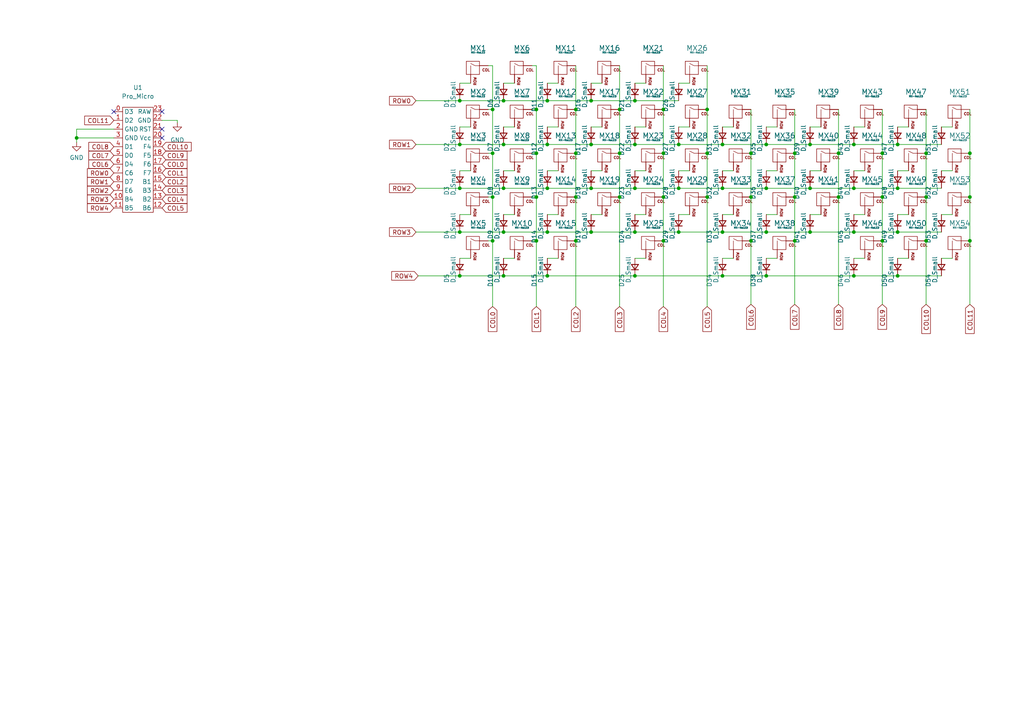
<source format=kicad_sch>
(kicad_sch (version 20230121) (generator eeschema)

  (uuid e63e39d7-6ac0-4ffd-8aa3-1841a4541b55)

  (paper "A4")

  (lib_symbols
    (symbol "Device:D_Small" (pin_numbers hide) (pin_names (offset 0.254) hide) (in_bom yes) (on_board yes)
      (property "Reference" "D" (at -1.27 2.032 0)
        (effects (font (size 1.27 1.27)) (justify left))
      )
      (property "Value" "D_Small" (at -3.81 -2.032 0)
        (effects (font (size 1.27 1.27)) (justify left))
      )
      (property "Footprint" "" (at 0 0 90)
        (effects (font (size 1.27 1.27)) hide)
      )
      (property "Datasheet" "~" (at 0 0 90)
        (effects (font (size 1.27 1.27)) hide)
      )
      (property "ki_keywords" "diode" (at 0 0 0)
        (effects (font (size 1.27 1.27)) hide)
      )
      (property "ki_description" "Diode, small symbol" (at 0 0 0)
        (effects (font (size 1.27 1.27)) hide)
      )
      (property "ki_fp_filters" "TO-???* *_Diode_* *SingleDiode* D_*" (at 0 0 0)
        (effects (font (size 1.27 1.27)) hide)
      )
      (symbol "D_Small_0_1"
        (polyline
          (pts
            (xy -0.762 -1.016)
            (xy -0.762 1.016)
          )
          (stroke (width 0.254) (type default))
          (fill (type none))
        )
        (polyline
          (pts
            (xy -0.762 0)
            (xy 0.762 0)
          )
          (stroke (width 0) (type default))
          (fill (type none))
        )
        (polyline
          (pts
            (xy 0.762 -1.016)
            (xy -0.762 0)
            (xy 0.762 1.016)
            (xy 0.762 -1.016)
          )
          (stroke (width 0.254) (type default))
          (fill (type none))
        )
      )
      (symbol "D_Small_1_1"
        (pin passive line (at -2.54 0 0) (length 1.778)
          (name "K" (effects (font (size 1.27 1.27))))
          (number "1" (effects (font (size 1.27 1.27))))
        )
        (pin passive line (at 2.54 0 180) (length 1.778)
          (name "A" (effects (font (size 1.27 1.27))))
          (number "2" (effects (font (size 1.27 1.27))))
        )
      )
    )
    (symbol "power:GND" (power) (pin_names (offset 0)) (in_bom yes) (on_board yes)
      (property "Reference" "#PWR" (at 0 -6.35 0)
        (effects (font (size 1.27 1.27)) hide)
      )
      (property "Value" "GND" (at 0 -3.81 0)
        (effects (font (size 1.27 1.27)))
      )
      (property "Footprint" "" (at 0 0 0)
        (effects (font (size 1.27 1.27)) hide)
      )
      (property "Datasheet" "" (at 0 0 0)
        (effects (font (size 1.27 1.27)) hide)
      )
      (property "ki_keywords" "power-flag" (at 0 0 0)
        (effects (font (size 1.27 1.27)) hide)
      )
      (property "ki_description" "Power symbol creates a global label with name \"GND\" , ground" (at 0 0 0)
        (effects (font (size 1.27 1.27)) hide)
      )
      (symbol "GND_0_1"
        (polyline
          (pts
            (xy 0 0)
            (xy 0 -1.27)
            (xy 1.27 -1.27)
            (xy 0 -2.54)
            (xy -1.27 -1.27)
            (xy 0 -1.27)
          )
          (stroke (width 0) (type default))
          (fill (type none))
        )
      )
      (symbol "GND_1_1"
        (pin power_in line (at 0 0 270) (length 0) hide
          (name "GND" (effects (font (size 1.27 1.27))))
          (number "1" (effects (font (size 1.27 1.27))))
        )
      )
    )
    (symbol "pro_micro:Pro_Micro" (in_bom yes) (on_board yes)
      (property "Reference" "U" (at 3.81 -33.02 0)
        (effects (font (size 1.27 1.27)))
      )
      (property "Value" "Pro_Micro" (at 0 0 0)
        (effects (font (size 1.27 1.27)))
      )
      (property "Footprint" "" (at 0 0 0)
        (effects (font (size 1.27 1.27)) hide)
      )
      (property "Datasheet" "" (at 0 0 0)
        (effects (font (size 1.27 1.27)) hide)
      )
      (symbol "Pro_Micro_0_1"
        (rectangle (start -3.81 -1.27) (end 5.08 -31.75)
          (stroke (width 0) (type default))
          (fill (type none))
        )
      )
      (symbol "Pro_Micro_1_1"
        (pin bidirectional line (at -6.35 -2.54 0) (length 2.54)
          (name "D3" (effects (font (size 1.27 1.27))))
          (number "0" (effects (font (size 1.27 1.27))))
        )
        (pin bidirectional line (at -6.35 -5.08 0) (length 2.54)
          (name "D2" (effects (font (size 1.27 1.27))))
          (number "1" (effects (font (size 1.27 1.27))))
        )
        (pin bidirectional line (at -6.35 -27.94 0) (length 2.54)
          (name "B4" (effects (font (size 1.27 1.27))))
          (number "10" (effects (font (size 1.27 1.27))))
        )
        (pin bidirectional line (at -6.35 -30.48 0) (length 2.54)
          (name "B5" (effects (font (size 1.27 1.27))))
          (number "11" (effects (font (size 1.27 1.27))))
        )
        (pin output line (at 7.62 -30.48 180) (length 2.54)
          (name "B6" (effects (font (size 1.27 1.27))))
          (number "12" (effects (font (size 1.27 1.27))))
        )
        (pin output line (at 7.62 -27.94 180) (length 2.54)
          (name "B2" (effects (font (size 1.27 1.27))))
          (number "13" (effects (font (size 1.27 1.27))))
        )
        (pin output line (at 7.62 -25.4 180) (length 2.54)
          (name "B3" (effects (font (size 1.27 1.27))))
          (number "14" (effects (font (size 1.27 1.27))))
        )
        (pin output line (at 7.62 -22.86 180) (length 2.54)
          (name "B1" (effects (font (size 1.27 1.27))))
          (number "15" (effects (font (size 1.27 1.27))))
        )
        (pin output line (at 7.62 -20.32 180) (length 2.54)
          (name "F7" (effects (font (size 1.27 1.27))))
          (number "16" (effects (font (size 1.27 1.27))))
        )
        (pin output line (at 7.62 -17.78 180) (length 2.54)
          (name "F6" (effects (font (size 1.27 1.27))))
          (number "17" (effects (font (size 1.27 1.27))))
        )
        (pin output line (at 7.62 -15.24 180) (length 2.54)
          (name "F5" (effects (font (size 1.27 1.27))))
          (number "18" (effects (font (size 1.27 1.27))))
        )
        (pin output line (at 7.62 -12.7 180) (length 2.54)
          (name "F4" (effects (font (size 1.27 1.27))))
          (number "19" (effects (font (size 1.27 1.27))))
        )
        (pin passive line (at -6.35 -7.62 0) (length 2.54)
          (name "GND" (effects (font (size 1.27 1.27))))
          (number "2" (effects (font (size 1.27 1.27))))
        )
        (pin output line (at 7.62 -10.16 180) (length 2.54)
          (name "Vcc" (effects (font (size 1.27 1.27))))
          (number "20" (effects (font (size 1.27 1.27))))
        )
        (pin output line (at 7.62 -7.62 180) (length 2.54)
          (name "RST" (effects (font (size 1.27 1.27))))
          (number "21" (effects (font (size 1.27 1.27))))
        )
        (pin output line (at 7.62 -5.08 180) (length 2.54)
          (name "GND" (effects (font (size 1.27 1.27))))
          (number "22" (effects (font (size 1.27 1.27))))
        )
        (pin output line (at 7.62 -2.54 180) (length 2.54)
          (name "RAW" (effects (font (size 1.27 1.27))))
          (number "23" (effects (font (size 1.27 1.27))))
        )
        (pin passive line (at -6.35 -10.16 0) (length 2.54)
          (name "GND" (effects (font (size 1.27 1.27))))
          (number "3" (effects (font (size 1.27 1.27))))
        )
        (pin bidirectional line (at -6.35 -12.7 0) (length 2.54)
          (name "D1" (effects (font (size 1.27 1.27))))
          (number "4" (effects (font (size 1.27 1.27))))
        )
        (pin bidirectional line (at -6.35 -15.24 0) (length 2.54)
          (name "D0" (effects (font (size 1.27 1.27))))
          (number "5" (effects (font (size 1.27 1.27))))
        )
        (pin bidirectional line (at -6.35 -17.78 0) (length 2.54)
          (name "D4" (effects (font (size 1.27 1.27))))
          (number "6" (effects (font (size 1.27 1.27))))
        )
        (pin bidirectional line (at -6.35 -20.32 0) (length 2.54)
          (name "C6" (effects (font (size 1.27 1.27))))
          (number "7" (effects (font (size 1.27 1.27))))
        )
        (pin bidirectional line (at -6.35 -22.86 0) (length 2.54)
          (name "D7" (effects (font (size 1.27 1.27))))
          (number "8" (effects (font (size 1.27 1.27))))
        )
        (pin bidirectional line (at -6.35 -25.4 0) (length 2.54)
          (name "E6" (effects (font (size 1.27 1.27))))
          (number "9" (effects (font (size 1.27 1.27))))
        )
      )
    )
    (symbol "switches:MX-NoLED" (pin_names (offset 1.016)) (in_bom yes) (on_board yes)
      (property "Reference" "MX" (at -0.635 3.81 0)
        (effects (font (size 1.524 1.524)))
      )
      (property "Value" "MX-NoLED" (at -0.635 1.27 0)
        (effects (font (size 0.508 0.508)))
      )
      (property "Footprint" "" (at -15.875 -0.635 0)
        (effects (font (size 1.524 1.524)) hide)
      )
      (property "Datasheet" "" (at -15.875 -0.635 0)
        (effects (font (size 1.524 1.524)) hide)
      )
      (symbol "MX-NoLED_0_0"
        (rectangle (start -2.54 2.54) (end 1.27 -1.27)
          (stroke (width 0) (type default))
          (fill (type none))
        )
        (polyline
          (pts
            (xy -1.27 -1.27)
            (xy -1.27 1.27)
          )
          (stroke (width 0.127) (type default))
          (fill (type none))
        )
        (polyline
          (pts
            (xy 1.27 1.27)
            (xy 0 1.27)
            (xy -1.27 1.905)
          )
          (stroke (width 0.127) (type default))
          (fill (type none))
        )
        (text "COL" (at 3.175 0 0)
          (effects (font (size 0.762 0.762)))
        )
        (text "ROW" (at 0 -1.905 900)
          (effects (font (size 0.762 0.762)) (justify right))
        )
      )
      (symbol "MX-NoLED_1_1"
        (pin passive line (at 3.81 1.27 180) (length 2.54)
          (name "COL" (effects (font (size 0 0))))
          (number "1" (effects (font (size 0 0))))
        )
        (pin passive line (at -1.27 -3.81 90) (length 2.54)
          (name "ROW" (effects (font (size 0 0))))
          (number "2" (effects (font (size 0 0))))
        )
      )
    )
  )

  (junction (at 196.85 54.61) (diameter 0) (color 0 0 0 0)
    (uuid 039c5c92-514e-42f0-8ad8-76726de7fccd)
  )
  (junction (at 179.705 31.75) (diameter 0) (color 0 0 0 0)
    (uuid 03db8aff-2d01-46e3-b7c7-8461d2ea32e5)
  )
  (junction (at 217.805 57.15) (diameter 0) (color 0 0 0 0)
    (uuid 055651a8-08c7-4c94-a4ca-343d61649a4f)
  )
  (junction (at 260.35 41.91) (diameter 0) (color 0 0 0 0)
    (uuid 059bcb56-007f-468c-8294-3e774eaae169)
  )
  (junction (at 158.75 80.01) (diameter 0) (color 0 0 0 0)
    (uuid 0b9bf39b-6227-410f-9e04-a18539c9af4f)
  )
  (junction (at 209.55 54.61) (diameter 0) (color 0 0 0 0)
    (uuid 13590f09-1964-42e6-b7b6-cb12ae28c402)
  )
  (junction (at 146.05 54.61) (diameter 0) (color 0 0 0 0)
    (uuid 13de72f6-0495-4b08-9ab4-e2ba44a2efce)
  )
  (junction (at 184.15 80.01) (diameter 0) (color 0 0 0 0)
    (uuid 1684ff45-e508-4e59-8058-e9af48c1ddae)
  )
  (junction (at 217.805 44.45) (diameter 0) (color 0 0 0 0)
    (uuid 176a109d-1e5d-4327-9474-a9341c4cf76f)
  )
  (junction (at 230.505 69.85) (diameter 0) (color 0 0 0 0)
    (uuid 1bb5210d-f60c-4abf-b30f-d7fb0706696a)
  )
  (junction (at 167.005 44.45) (diameter 0) (color 0 0 0 0)
    (uuid 1bca2f13-d8ee-4ce7-9a70-43ffe7da34d4)
  )
  (junction (at 205.105 44.45) (diameter 0) (color 0 0 0 0)
    (uuid 1bebff25-7489-44e2-bb7e-fb81eafa3807)
  )
  (junction (at 230.505 57.15) (diameter 0) (color 0 0 0 0)
    (uuid 1d1cb061-55dd-4205-9e5c-ca83d2210060)
  )
  (junction (at 260.35 67.31) (diameter 0) (color 0 0 0 0)
    (uuid 1ea924c0-4a8d-438d-9ef3-9f818d36c377)
  )
  (junction (at 209.55 41.91) (diameter 0) (color 0 0 0 0)
    (uuid 2368a1ce-16ac-40b4-aa00-33f34676b5f2)
  )
  (junction (at 179.705 44.45) (diameter 0) (color 0 0 0 0)
    (uuid 24cdd7cd-fdbd-452b-9809-8346b4f97357)
  )
  (junction (at 247.65 80.01) (diameter 0) (color 0 0 0 0)
    (uuid 26d94a2e-d375-4f6e-b1c6-64c3c67b113b)
  )
  (junction (at 255.905 69.85) (diameter 0) (color 0 0 0 0)
    (uuid 2ce08fea-67d0-4a25-b682-3c0896e39c8e)
  )
  (junction (at 196.85 67.31) (diameter 0) (color 0 0 0 0)
    (uuid 30595834-1488-4877-9d32-e137c19c1388)
  )
  (junction (at 146.05 29.21) (diameter 0) (color 0 0 0 0)
    (uuid 30bf6932-ce45-4188-8ad7-c756e3264f8b)
  )
  (junction (at 192.405 31.75) (diameter 0) (color 0 0 0 0)
    (uuid 313cdbbe-a778-4773-bfd0-5d420b4a210d)
  )
  (junction (at 192.405 69.85) (diameter 0) (color 0 0 0 0)
    (uuid 341a0e86-c29c-4a95-8c19-e1ff8e8658bb)
  )
  (junction (at 255.905 44.45) (diameter 0) (color 0 0 0 0)
    (uuid 38932195-735f-4d37-9d51-85ceaf92727f)
  )
  (junction (at 184.15 67.31) (diameter 0) (color 0 0 0 0)
    (uuid 3fee99ff-e349-4d8c-b196-2cd483229871)
  )
  (junction (at 171.45 54.61) (diameter 0) (color 0 0 0 0)
    (uuid 41d76904-ecbd-4a46-9e3f-278c4718c380)
  )
  (junction (at 167.005 57.15) (diameter 0) (color 0 0 0 0)
    (uuid 4746b0b6-2bf2-426c-8775-56cf9d4adb38)
  )
  (junction (at 184.15 41.91) (diameter 0) (color 0 0 0 0)
    (uuid 475e55b2-d575-4af4-a29e-64155ba8913c)
  )
  (junction (at 217.805 69.85) (diameter 0) (color 0 0 0 0)
    (uuid 53e1706c-4520-4911-830a-d79b690cfbb5)
  )
  (junction (at 230.505 44.45) (diameter 0) (color 0 0 0 0)
    (uuid 5c7d4399-7a95-4460-b475-8a2c8d1d2348)
  )
  (junction (at 22.225 40.005) (diameter 0) (color 0 0 0 0)
    (uuid 5f440108-ff15-4b08-aa63-f6efbae12c19)
  )
  (junction (at 155.575 31.75) (diameter 0) (color 0 0 0 0)
    (uuid 5ff3c079-3610-4912-9590-86e4cb44b65e)
  )
  (junction (at 142.875 57.15) (diameter 0) (color 0 0 0 0)
    (uuid 6090c092-7ddb-4442-a0ed-d21526212f77)
  )
  (junction (at 222.25 67.31) (diameter 0) (color 0 0 0 0)
    (uuid 60e30afb-4d6a-40d2-af2b-3c5112e95560)
  )
  (junction (at 192.405 44.45) (diameter 0) (color 0 0 0 0)
    (uuid 610e3d2c-e17c-4606-8417-4e8889bbc6a1)
  )
  (junction (at 234.95 67.31) (diameter 0) (color 0 0 0 0)
    (uuid 613e0ceb-c17c-4ac9-9e2e-bdce10b574e1)
  )
  (junction (at 133.35 41.91) (diameter 0) (color 0 0 0 0)
    (uuid 62807e59-c6cf-4656-a589-b4c0d12224d4)
  )
  (junction (at 260.35 80.01) (diameter 0) (color 0 0 0 0)
    (uuid 649ab043-bd37-4d91-81b3-13a393884f96)
  )
  (junction (at 142.875 44.45) (diameter 0) (color 0 0 0 0)
    (uuid 65bb84de-bcd6-49b1-b93b-410f328a7adb)
  )
  (junction (at 158.75 67.31) (diameter 0) (color 0 0 0 0)
    (uuid 6b26c495-1dad-4674-bc5c-4e4d780de9d7)
  )
  (junction (at 222.25 80.01) (diameter 0) (color 0 0 0 0)
    (uuid 755431c6-1f0f-4272-9db7-891d3d9ada0b)
  )
  (junction (at 155.575 44.45) (diameter 0) (color 0 0 0 0)
    (uuid 76d18655-cadb-4dcd-b8e5-35603326d69f)
  )
  (junction (at 133.35 54.61) (diameter 0) (color 0 0 0 0)
    (uuid 77cb2d0e-bfef-424d-9aee-8634086fae96)
  )
  (junction (at 142.875 69.85) (diameter 0) (color 0 0 0 0)
    (uuid 796519e7-ca66-4b50-aa65-bc311e0d1cba)
  )
  (junction (at 155.575 57.15) (diameter 0) (color 0 0 0 0)
    (uuid 79faa7cc-80c7-4552-bf9b-bf7d61251dbd)
  )
  (junction (at 268.605 44.45) (diameter 0) (color 0 0 0 0)
    (uuid 7be2f459-7d28-45a3-b08d-53af05570a64)
  )
  (junction (at 158.75 29.21) (diameter 0) (color 0 0 0 0)
    (uuid 88c95b37-2edf-4454-a0ff-03d911465985)
  )
  (junction (at 171.45 41.91) (diameter 0) (color 0 0 0 0)
    (uuid 88d578df-878f-4c9a-a77c-8ef053948452)
  )
  (junction (at 268.605 69.85) (diameter 0) (color 0 0 0 0)
    (uuid 8cd5be8c-29c6-475c-9201-a5efd59360e2)
  )
  (junction (at 142.875 31.75) (diameter 0) (color 0 0 0 0)
    (uuid 8e90882e-ee20-4d3c-99f6-ef230b23884e)
  )
  (junction (at 247.65 41.91) (diameter 0) (color 0 0 0 0)
    (uuid 8eb68d33-15b7-44df-b331-49a831818414)
  )
  (junction (at 222.25 41.91) (diameter 0) (color 0 0 0 0)
    (uuid 9319ec2b-b93e-4fc2-a873-7eda10479eb2)
  )
  (junction (at 234.95 41.91) (diameter 0) (color 0 0 0 0)
    (uuid 937cd1df-f59b-4824-8f96-d3b5023e49ab)
  )
  (junction (at 171.45 29.21) (diameter 0) (color 0 0 0 0)
    (uuid 97d27897-5b3f-452c-bb41-d3db81724c88)
  )
  (junction (at 247.65 67.31) (diameter 0) (color 0 0 0 0)
    (uuid 99ba0ee3-b7e0-47a6-9ab1-1059527a02e6)
  )
  (junction (at 184.15 29.21) (diameter 0) (color 0 0 0 0)
    (uuid 9b1392d8-676e-45f9-9f1c-49b1cae92484)
  )
  (junction (at 179.705 57.15) (diameter 0) (color 0 0 0 0)
    (uuid 9b6d6797-64f0-4d94-a0e1-0f88bd418e6d)
  )
  (junction (at 167.005 31.75) (diameter 0) (color 0 0 0 0)
    (uuid 9b96cadf-dd68-4584-9d13-f28e45295bb1)
  )
  (junction (at 158.75 41.91) (diameter 0) (color 0 0 0 0)
    (uuid a0068004-18ed-41be-826c-3a2198b76a38)
  )
  (junction (at 281.305 69.85) (diameter 0) (color 0 0 0 0)
    (uuid b22ebe72-1e6e-4fca-88b4-6e8f1eb8f02b)
  )
  (junction (at 209.55 80.01) (diameter 0) (color 0 0 0 0)
    (uuid b7a4f64c-d46d-4534-8178-2cf7797dc309)
  )
  (junction (at 146.05 80.01) (diameter 0) (color 0 0 0 0)
    (uuid b7d45636-6c40-46b0-9651-45ec89863f3d)
  )
  (junction (at 268.605 57.15) (diameter 0) (color 0 0 0 0)
    (uuid ba336d5f-a3d2-4e73-8684-08d6ca57090b)
  )
  (junction (at 133.35 80.01) (diameter 0) (color 0 0 0 0)
    (uuid bda5f758-b696-4a5a-a7dd-4d1389cac97c)
  )
  (junction (at 133.35 67.31) (diameter 0) (color 0 0 0 0)
    (uuid bf1b8b95-acbf-40b6-be9c-a8b8fe0d4260)
  )
  (junction (at 158.75 54.61) (diameter 0) (color 0 0 0 0)
    (uuid c18b3837-c9b0-4e78-8793-2cde48ed7b28)
  )
  (junction (at 205.105 57.15) (diameter 0) (color 0 0 0 0)
    (uuid c5e93cd9-9297-4a0b-9ef8-73af599fa053)
  )
  (junction (at 146.05 67.31) (diameter 0) (color 0 0 0 0)
    (uuid d3d8ad93-c9e6-4cd0-b734-b9af64307f28)
  )
  (junction (at 133.35 29.21) (diameter 0) (color 0 0 0 0)
    (uuid d4d7b327-5976-40a0-9f87-fb230e3e76c6)
  )
  (junction (at 281.305 44.45) (diameter 0) (color 0 0 0 0)
    (uuid d584520e-9e9c-4734-9699-8c0a0d8697d3)
  )
  (junction (at 209.55 67.31) (diameter 0) (color 0 0 0 0)
    (uuid d6a49c35-313a-4a8d-87f8-f81ddd5b0bc7)
  )
  (junction (at 171.45 67.31) (diameter 0) (color 0 0 0 0)
    (uuid d95794c7-3ec1-4377-9608-c34bee49bf14)
  )
  (junction (at 184.15 54.61) (diameter 0) (color 0 0 0 0)
    (uuid deb9964c-6fd9-4f96-9eed-3d8fbd351553)
  )
  (junction (at 167.005 69.85) (diameter 0) (color 0 0 0 0)
    (uuid dffc3098-4eff-4786-b646-487c4edf3fc4)
  )
  (junction (at 146.05 41.91) (diameter 0) (color 0 0 0 0)
    (uuid e189807f-517e-422e-b399-eb714d4160c6)
  )
  (junction (at 243.205 44.45) (diameter 0) (color 0 0 0 0)
    (uuid e18dbc02-9d2d-44ea-8ccf-8703ded4f858)
  )
  (junction (at 281.305 57.15) (diameter 0) (color 0 0 0 0)
    (uuid e300d31a-cbde-4c06-a416-dff547b525e2)
  )
  (junction (at 255.905 57.15) (diameter 0) (color 0 0 0 0)
    (uuid e4a9b063-1c9e-4b7a-9088-bd3b5a09b64d)
  )
  (junction (at 192.405 57.15) (diameter 0) (color 0 0 0 0)
    (uuid e60494bb-55dd-4535-9c0b-6ab7e1947c20)
  )
  (junction (at 260.35 54.61) (diameter 0) (color 0 0 0 0)
    (uuid f5dd4e2b-f737-4d78-9c15-d881c8d32bb9)
  )
  (junction (at 196.85 41.91) (diameter 0) (color 0 0 0 0)
    (uuid fa4dd3c3-c0ac-43a2-a242-1161d053f08a)
  )
  (junction (at 243.205 57.15) (diameter 0) (color 0 0 0 0)
    (uuid faa91b70-836b-435d-be32-c7fc4d14da80)
  )
  (junction (at 247.65 54.61) (diameter 0) (color 0 0 0 0)
    (uuid fc1d0a2d-8da0-465a-af12-af14b7145477)
  )
  (junction (at 205.105 31.75) (diameter 0) (color 0 0 0 0)
    (uuid fd625ea5-514b-449c-9467-be273b63383c)
  )
  (junction (at 234.95 54.61) (diameter 0) (color 0 0 0 0)
    (uuid fdc248e7-5e54-4400-8f07-e44a70a96263)
  )
  (junction (at 222.25 54.61) (diameter 0) (color 0 0 0 0)
    (uuid fe74e1a9-3f5d-496f-9032-2cefc9324369)
  )
  (junction (at 155.575 69.85) (diameter 0) (color 0 0 0 0)
    (uuid ffdf04a6-015c-45be-b231-9832448e9668)
  )

  (no_connect (at 46.99 32.385) (uuid bd70800d-ea87-4cfb-8569-015a3335aba5))
  (no_connect (at 46.99 37.465) (uuid c094e4fa-d1aa-4361-8c19-905d3cdd1317))
  (no_connect (at 46.99 40.005) (uuid c094e4fa-d1aa-4361-8c19-905d3cdd1318))
  (no_connect (at 33.02 32.385) (uuid eef42f8c-1d6b-4579-aae1-edd6876b1625))

  (wire (pts (xy 171.45 49.53) (xy 174.625 49.53))
    (stroke (width 0) (type default))
    (uuid 001d3f2a-e34c-46a3-a72b-061256513dc2)
  )
  (wire (pts (xy 234.95 41.91) (xy 247.65 41.91))
    (stroke (width 0) (type default))
    (uuid 016968b9-d37d-4a0f-83f7-eb931816d9f5)
  )
  (wire (pts (xy 255.905 69.85) (xy 255.905 88.265))
    (stroke (width 0) (type default))
    (uuid 068b270a-f2a6-4bd3-a34f-88ebe92d01e9)
  )
  (wire (pts (xy 184.15 49.53) (xy 187.325 49.53))
    (stroke (width 0) (type default))
    (uuid 0af99c05-eb0c-4f36-8174-df27f594fe2e)
  )
  (wire (pts (xy 133.35 49.53) (xy 136.525 49.53))
    (stroke (width 0) (type default))
    (uuid 0d60b581-79e6-47f3-8174-8b509552d2e6)
  )
  (wire (pts (xy 171.45 54.61) (xy 184.15 54.61))
    (stroke (width 0) (type default))
    (uuid 0ec5d750-2abf-47b0-b327-a8e51364265b)
  )
  (wire (pts (xy 268.605 69.85) (xy 268.605 88.265))
    (stroke (width 0) (type default))
    (uuid 114f5fa2-2507-48ed-b200-a208625e8f09)
  )
  (wire (pts (xy 146.05 74.93) (xy 149.225 74.93))
    (stroke (width 0) (type default))
    (uuid 12aeab3c-04fd-4c3c-b8a0-22a19b104d60)
  )
  (wire (pts (xy 184.15 41.91) (xy 196.85 41.91))
    (stroke (width 0) (type default))
    (uuid 1346a5b9-b1fb-4779-89e6-4b7d79287cdb)
  )
  (wire (pts (xy 142.875 44.45) (xy 142.875 57.15))
    (stroke (width 0) (type default))
    (uuid 15aef019-bdf0-46fa-96cc-bd773a1d1299)
  )
  (wire (pts (xy 184.15 54.61) (xy 196.85 54.61))
    (stroke (width 0) (type default))
    (uuid 15c07e9a-efcf-4dd5-a051-14fb6942855c)
  )
  (wire (pts (xy 158.75 36.83) (xy 161.925 36.83))
    (stroke (width 0) (type default))
    (uuid 18167d8d-3f25-4eae-8f7a-edee9bc84555)
  )
  (wire (pts (xy 222.25 54.61) (xy 234.95 54.61))
    (stroke (width 0) (type default))
    (uuid 197e3327-361b-4d0d-a028-170a2daab1c3)
  )
  (wire (pts (xy 230.505 31.75) (xy 230.505 44.45))
    (stroke (width 0) (type default))
    (uuid 1aba5ceb-8a4f-4a16-b5b7-852405561792)
  )
  (wire (pts (xy 133.35 74.93) (xy 136.525 74.93))
    (stroke (width 0) (type default))
    (uuid 1b68ac58-77e9-463f-929a-6066099e95c1)
  )
  (wire (pts (xy 281.305 57.15) (xy 281.305 69.85))
    (stroke (width 0) (type default))
    (uuid 1c6bd619-f86b-4691-8cdc-87b277d43ed0)
  )
  (wire (pts (xy 133.35 54.61) (xy 146.05 54.61))
    (stroke (width 0) (type default))
    (uuid 1c907cf9-af39-469b-b8ea-46e08698b6e5)
  )
  (wire (pts (xy 120.65 41.91) (xy 133.35 41.91))
    (stroke (width 0) (type default))
    (uuid 1d0bf0ea-87b1-4b47-a221-25d347ed2275)
  )
  (wire (pts (xy 209.55 62.23) (xy 212.725 62.23))
    (stroke (width 0) (type default))
    (uuid 22e2c89d-420a-4ae9-9f31-5cec953bd361)
  )
  (wire (pts (xy 196.85 62.23) (xy 200.025 62.23))
    (stroke (width 0) (type default))
    (uuid 23523652-5347-4201-86ee-b53b38cdfb03)
  )
  (wire (pts (xy 217.805 69.85) (xy 217.805 88.265))
    (stroke (width 0) (type default))
    (uuid 23893458-43f1-4bc8-b1b0-26d5690406e1)
  )
  (wire (pts (xy 260.35 36.83) (xy 263.525 36.83))
    (stroke (width 0) (type default))
    (uuid 24fbf21b-5108-4091-bd71-269fb78e9882)
  )
  (wire (pts (xy 146.05 54.61) (xy 158.75 54.61))
    (stroke (width 0) (type default))
    (uuid 25029276-932d-4f71-8349-6e4e40f80d6c)
  )
  (wire (pts (xy 260.35 62.23) (xy 263.525 62.23))
    (stroke (width 0) (type default))
    (uuid 253ab8c1-a1ce-461d-bd77-b553ddcf2382)
  )
  (wire (pts (xy 230.505 69.85) (xy 230.505 88.265))
    (stroke (width 0) (type default))
    (uuid 287834b8-f62d-40f2-9570-43a1186b5493)
  )
  (wire (pts (xy 120.65 54.61) (xy 133.35 54.61))
    (stroke (width 0) (type default))
    (uuid 28ac9973-ac07-4cab-81cb-c809e134cbe3)
  )
  (wire (pts (xy 154.305 57.15) (xy 155.575 57.15))
    (stroke (width 0) (type default))
    (uuid 2a29cfb1-ea8d-498d-8114-dc8c506483d2)
  )
  (wire (pts (xy 234.95 49.53) (xy 238.125 49.53))
    (stroke (width 0) (type default))
    (uuid 2ee0ce80-6e99-4c0e-9c47-36b2cbd67923)
  )
  (wire (pts (xy 243.205 44.45) (xy 243.205 57.15))
    (stroke (width 0) (type default))
    (uuid 2eecf47e-09ca-4e4f-bebf-ec9c85151c4c)
  )
  (wire (pts (xy 171.45 36.83) (xy 174.625 36.83))
    (stroke (width 0) (type default))
    (uuid 31fc7c97-6b7a-497c-8519-4f1fe77e857f)
  )
  (wire (pts (xy 141.605 19.05) (xy 142.875 19.05))
    (stroke (width 0) (type default))
    (uuid 31fd03c4-02a1-4999-a0ba-79e300ca7be7)
  )
  (wire (pts (xy 154.305 19.05) (xy 155.575 19.05))
    (stroke (width 0) (type default))
    (uuid 338b3cdd-0801-44af-bafc-235e459523c4)
  )
  (wire (pts (xy 217.805 44.45) (xy 217.805 57.15))
    (stroke (width 0) (type default))
    (uuid 3712ca68-f943-4cd2-8cde-53e99840358f)
  )
  (wire (pts (xy 133.35 62.23) (xy 136.525 62.23))
    (stroke (width 0) (type default))
    (uuid 387339e0-96e9-496b-bbe5-93fbdf4f2ced)
  )
  (wire (pts (xy 155.575 44.45) (xy 155.575 57.15))
    (stroke (width 0) (type default))
    (uuid 3b0bd1a8-0588-4abd-b478-bef839378f60)
  )
  (wire (pts (xy 234.95 67.31) (xy 222.25 67.31))
    (stroke (width 0) (type default))
    (uuid 3c7eed72-76e2-45b4-81e4-f47d415b10d8)
  )
  (wire (pts (xy 184.15 80.01) (xy 209.55 80.01))
    (stroke (width 0) (type default))
    (uuid 3ca2bb11-49d3-4591-bf59-22f494e85be0)
  )
  (wire (pts (xy 133.35 36.83) (xy 136.525 36.83))
    (stroke (width 0) (type default))
    (uuid 3ef511fe-489c-40d0-86b0-5184f13d8571)
  )
  (wire (pts (xy 196.85 36.83) (xy 200.025 36.83))
    (stroke (width 0) (type default))
    (uuid 4213d96d-26d9-4b66-b238-64aeac3dd28f)
  )
  (wire (pts (xy 158.75 41.91) (xy 171.45 41.91))
    (stroke (width 0) (type default))
    (uuid 4228656c-4a7e-4b8d-9f0e-e97cc684cba9)
  )
  (wire (pts (xy 217.805 57.15) (xy 217.805 69.85))
    (stroke (width 0) (type default))
    (uuid 42e20043-515a-4278-b4c7-156c6d5770eb)
  )
  (wire (pts (xy 209.55 74.93) (xy 212.725 74.93))
    (stroke (width 0) (type default))
    (uuid 4364c3f5-8fa2-4b8b-b6d9-2ee4d077a2da)
  )
  (wire (pts (xy 222.25 80.01) (xy 247.65 80.01))
    (stroke (width 0) (type default))
    (uuid 4417b03c-11c9-4a7f-959e-e1ac000b77cd)
  )
  (wire (pts (xy 205.105 44.45) (xy 205.105 57.15))
    (stroke (width 0) (type default))
    (uuid 4622d4f8-c6b8-4316-8034-f34cba4c1f72)
  )
  (wire (pts (xy 142.875 31.75) (xy 142.875 44.45))
    (stroke (width 0) (type default))
    (uuid 47059c68-bb6e-4c76-9c69-6ac2e80f2bda)
  )
  (wire (pts (xy 222.25 36.83) (xy 225.425 36.83))
    (stroke (width 0) (type default))
    (uuid 4af101ed-4d9e-4f58-b1e7-958ea20e2057)
  )
  (wire (pts (xy 247.65 67.31) (xy 234.95 67.31))
    (stroke (width 0) (type default))
    (uuid 4b955b23-afc0-4e2d-8aab-8cdaead8f877)
  )
  (wire (pts (xy 205.105 31.75) (xy 205.105 44.45))
    (stroke (width 0) (type default))
    (uuid 4c871697-2af8-48e1-8db6-f5c2dd5152c6)
  )
  (wire (pts (xy 158.75 49.53) (xy 161.925 49.53))
    (stroke (width 0) (type default))
    (uuid 4eee3741-9463-4983-8dec-e31d50bbf071)
  )
  (wire (pts (xy 171.45 24.13) (xy 174.625 24.13))
    (stroke (width 0) (type default))
    (uuid 5049d66d-38bf-4297-b9ec-36536fb2fb7c)
  )
  (wire (pts (xy 247.65 49.53) (xy 250.825 49.53))
    (stroke (width 0) (type default))
    (uuid 52f6499d-74d6-4ec0-958d-93c6cbc1efa5)
  )
  (wire (pts (xy 142.875 69.85) (xy 142.875 88.9))
    (stroke (width 0) (type default))
    (uuid 55b06f62-8a33-45dd-ad0f-05b3d4bff007)
  )
  (wire (pts (xy 167.005 44.45) (xy 167.005 57.15))
    (stroke (width 0) (type default))
    (uuid 57f1a2d3-8957-4b59-96e4-24eda1b0e336)
  )
  (wire (pts (xy 155.575 31.75) (xy 155.575 44.45))
    (stroke (width 0) (type default))
    (uuid 60d8c865-860f-4a37-97ae-257da0fec5cb)
  )
  (wire (pts (xy 158.75 67.31) (xy 146.05 67.31))
    (stroke (width 0) (type default))
    (uuid 611c055b-440e-4f38-a221-63b685bd47d9)
  )
  (wire (pts (xy 141.605 44.45) (xy 142.875 44.45))
    (stroke (width 0) (type default))
    (uuid 615678c9-e4d3-4d7b-b097-40d7538511f4)
  )
  (wire (pts (xy 222.25 62.23) (xy 225.425 62.23))
    (stroke (width 0) (type default))
    (uuid 6194891c-2686-4566-bcaa-fc2494a19fa4)
  )
  (wire (pts (xy 255.905 57.15) (xy 255.905 69.85))
    (stroke (width 0) (type default))
    (uuid 61dbdc45-2df2-4df3-9c07-34e7ef9234e3)
  )
  (wire (pts (xy 155.575 69.85) (xy 155.575 88.9))
    (stroke (width 0) (type default))
    (uuid 64dcd9f6-17fb-44b8-92ab-ce426cc071a5)
  )
  (wire (pts (xy 133.35 80.01) (xy 146.05 80.01))
    (stroke (width 0) (type default))
    (uuid 64ef37fb-d410-441f-b2d7-421531360bf6)
  )
  (wire (pts (xy 196.85 54.61) (xy 209.55 54.61))
    (stroke (width 0) (type default))
    (uuid 66973610-2feb-44f0-9546-7da2e9172b4e)
  )
  (wire (pts (xy 184.15 24.13) (xy 187.325 24.13))
    (stroke (width 0) (type default))
    (uuid 6a56fbf2-08a6-4464-a251-d3c5cc572d8e)
  )
  (wire (pts (xy 154.305 31.75) (xy 155.575 31.75))
    (stroke (width 0) (type default))
    (uuid 6ada228b-d812-4020-b3f3-9db2907a305e)
  )
  (wire (pts (xy 205.105 57.15) (xy 205.105 88.9))
    (stroke (width 0) (type default))
    (uuid 6b85c000-8bd9-424c-a90f-9a035e4bf5f9)
  )
  (wire (pts (xy 22.225 37.465) (xy 22.225 40.005))
    (stroke (width 0) (type default))
    (uuid 6d05c151-3039-4cf8-9dc9-9515cec459c4)
  )
  (wire (pts (xy 184.15 67.31) (xy 171.45 67.31))
    (stroke (width 0) (type default))
    (uuid 6ddd1b73-2d3c-414d-996c-ae3574d9a158)
  )
  (wire (pts (xy 133.35 24.13) (xy 136.525 24.13))
    (stroke (width 0) (type default))
    (uuid 6fcf3f9c-a8d3-4e61-8a5b-2e3f3accabe9)
  )
  (wire (pts (xy 247.65 36.83) (xy 250.825 36.83))
    (stroke (width 0) (type default))
    (uuid 723fbc88-8a2a-4fac-90ab-aa43b25ff92c)
  )
  (wire (pts (xy 133.35 29.21) (xy 146.05 29.21))
    (stroke (width 0) (type default))
    (uuid 7549e1a2-a34d-42a1-a297-7a15f732ae72)
  )
  (wire (pts (xy 158.75 62.23) (xy 161.925 62.23))
    (stroke (width 0) (type default))
    (uuid 798c1657-93e7-4528-8ce4-fe75f31c1032)
  )
  (wire (pts (xy 142.875 19.05) (xy 142.875 31.75))
    (stroke (width 0) (type default))
    (uuid 79faab61-ef35-4633-8b93-fd13aaa739a8)
  )
  (wire (pts (xy 243.205 57.15) (xy 243.205 88.265))
    (stroke (width 0) (type default))
    (uuid 7a6ba6db-d120-40d1-b7de-dc627b8616e8)
  )
  (wire (pts (xy 196.85 49.53) (xy 200.025 49.53))
    (stroke (width 0) (type default))
    (uuid 7ae5d1f4-3975-481f-b6ab-5c310a97c9e8)
  )
  (wire (pts (xy 260.35 74.93) (xy 263.525 74.93))
    (stroke (width 0) (type default))
    (uuid 80167153-737c-4433-ba73-0f5a18fe2e83)
  )
  (wire (pts (xy 167.005 57.15) (xy 167.005 69.85))
    (stroke (width 0) (type default))
    (uuid 81854393-f587-4dd1-9e27-9acffb2842c4)
  )
  (wire (pts (xy 260.35 49.53) (xy 263.525 49.53))
    (stroke (width 0) (type default))
    (uuid 84a2e48a-45a3-4786-9d7f-3b9067af506b)
  )
  (wire (pts (xy 268.605 31.75) (xy 268.605 44.45))
    (stroke (width 0) (type default))
    (uuid 84ed508c-8263-46c3-b2ee-ca2f0f52c4ad)
  )
  (wire (pts (xy 234.95 62.23) (xy 238.125 62.23))
    (stroke (width 0) (type default))
    (uuid 85be8c3f-f433-4193-9bc3-27722986a2ef)
  )
  (wire (pts (xy 141.605 57.15) (xy 142.875 57.15))
    (stroke (width 0) (type default))
    (uuid 865481b5-7f2a-49c5-856c-e4e263554a03)
  )
  (wire (pts (xy 281.305 31.75) (xy 281.305 44.45))
    (stroke (width 0) (type default))
    (uuid 8c28db01-35fd-46ba-9fac-61407dd43a6c)
  )
  (wire (pts (xy 192.405 44.45) (xy 192.405 57.15))
    (stroke (width 0) (type default))
    (uuid 8d4103c6-d702-4ea5-b58e-ee4b3d43f64f)
  )
  (wire (pts (xy 171.45 41.91) (xy 184.15 41.91))
    (stroke (width 0) (type default))
    (uuid 8d8c6dd8-65ae-488e-9403-5d7819ffaacb)
  )
  (wire (pts (xy 22.225 40.005) (xy 22.225 41.275))
    (stroke (width 0) (type default))
    (uuid 8e541e6d-8008-4c29-919c-79c093c29c04)
  )
  (wire (pts (xy 158.75 24.13) (xy 161.925 24.13))
    (stroke (width 0) (type default))
    (uuid 8fe73ab3-6361-44f3-a709-a36d236d9c40)
  )
  (wire (pts (xy 247.65 62.23) (xy 250.825 62.23))
    (stroke (width 0) (type default))
    (uuid 9067e204-ac95-413b-baaf-2dff5b632a1c)
  )
  (wire (pts (xy 222.25 67.31) (xy 209.55 67.31))
    (stroke (width 0) (type default))
    (uuid 92171a05-df57-4377-b9c2-3585750dad19)
  )
  (wire (pts (xy 167.005 19.05) (xy 167.005 31.75))
    (stroke (width 0) (type default))
    (uuid 92693166-4351-4d0c-8a15-e17439b8e889)
  )
  (wire (pts (xy 142.875 57.15) (xy 142.875 69.85))
    (stroke (width 0) (type default))
    (uuid 92a4f3cb-d80a-4f9d-86af-53aed8505100)
  )
  (wire (pts (xy 268.605 44.45) (xy 268.605 57.15))
    (stroke (width 0) (type default))
    (uuid 931309c4-d24c-42f5-ae59-81cf2cd7ea1a)
  )
  (wire (pts (xy 247.65 41.91) (xy 260.35 41.91))
    (stroke (width 0) (type default))
    (uuid 95ad4e96-4ca7-400f-8fb2-608eace4d1cf)
  )
  (wire (pts (xy 243.205 31.75) (xy 243.205 44.45))
    (stroke (width 0) (type default))
    (uuid 95f4eb00-7a63-4e26-a5c8-a289b99e13b7)
  )
  (wire (pts (xy 146.05 80.01) (xy 158.75 80.01))
    (stroke (width 0) (type default))
    (uuid 9919f523-1366-41b5-8fd2-dbc06230d6f5)
  )
  (wire (pts (xy 146.05 36.83) (xy 149.225 36.83))
    (stroke (width 0) (type default))
    (uuid 99d24b59-b635-4835-be63-f98b8604ae07)
  )
  (wire (pts (xy 158.75 80.01) (xy 184.15 80.01))
    (stroke (width 0) (type default))
    (uuid 9b4a9ae6-ec66-40b2-b791-7419f37cd0b7)
  )
  (wire (pts (xy 260.35 80.01) (xy 273.05 80.01))
    (stroke (width 0) (type default))
    (uuid 9c700f33-af51-4802-a226-61a2e149e0e3)
  )
  (wire (pts (xy 260.35 54.61) (xy 273.05 54.61))
    (stroke (width 0) (type default))
    (uuid 9d7da2b9-6c50-4bac-adab-b205d28923fb)
  )
  (wire (pts (xy 171.45 67.31) (xy 158.75 67.31))
    (stroke (width 0) (type default))
    (uuid 9e533aa6-6342-4a35-83c9-a3ea83272cf9)
  )
  (wire (pts (xy 205.105 19.05) (xy 205.105 31.75))
    (stroke (width 0) (type default))
    (uuid 9edc0153-f7ca-4a7d-9b2a-0cb68a0d089c)
  )
  (wire (pts (xy 260.35 67.31) (xy 247.65 67.31))
    (stroke (width 0) (type default))
    (uuid a0604f29-5474-4939-a234-f4ee2819b9de)
  )
  (wire (pts (xy 146.05 29.21) (xy 158.75 29.21))
    (stroke (width 0) (type default))
    (uuid a18e3f87-5c53-429e-802e-4b7882a8dcdb)
  )
  (wire (pts (xy 192.405 19.05) (xy 192.405 31.75))
    (stroke (width 0) (type default))
    (uuid a3e227a9-37a4-4e0d-a5da-d8ca07696574)
  )
  (wire (pts (xy 260.35 41.91) (xy 273.05 41.91))
    (stroke (width 0) (type default))
    (uuid a581df6f-5640-414b-89e2-219bc76d498a)
  )
  (wire (pts (xy 247.65 74.93) (xy 250.825 74.93))
    (stroke (width 0) (type default))
    (uuid a58e5980-2779-4188-b356-67484eb01683)
  )
  (wire (pts (xy 209.55 67.31) (xy 196.85 67.31))
    (stroke (width 0) (type default))
    (uuid a5ee93c1-bb90-4fad-ba34-961d32032a94)
  )
  (wire (pts (xy 154.305 44.45) (xy 155.575 44.45))
    (stroke (width 0) (type default))
    (uuid a7d6dd9d-855f-4576-ba92-08ea62367489)
  )
  (wire (pts (xy 192.405 69.85) (xy 192.405 88.9))
    (stroke (width 0) (type default))
    (uuid aaa593d2-43c9-47d7-ae24-ceb3ea0b88c8)
  )
  (wire (pts (xy 260.35 67.31) (xy 273.05 67.31))
    (stroke (width 0) (type default))
    (uuid ab57ee91-8b20-4ea8-bc1f-1667a6b1f24b)
  )
  (wire (pts (xy 273.05 49.53) (xy 276.225 49.53))
    (stroke (width 0) (type default))
    (uuid aecd533e-322c-4bf7-98cb-44208f78a286)
  )
  (wire (pts (xy 141.605 31.75) (xy 142.875 31.75))
    (stroke (width 0) (type default))
    (uuid b154bcb0-a621-4199-a476-070ae1a9a788)
  )
  (wire (pts (xy 179.705 31.75) (xy 179.705 44.45))
    (stroke (width 0) (type default))
    (uuid b2dabd4c-2d83-4c43-bd3d-b7341baa3b93)
  )
  (wire (pts (xy 121.285 80.01) (xy 133.35 80.01))
    (stroke (width 0) (type default))
    (uuid b316e968-bb68-4b4c-b8fc-c9d780a4bfb6)
  )
  (wire (pts (xy 33.02 37.465) (xy 22.225 37.465))
    (stroke (width 0) (type default))
    (uuid b41a58f9-9485-4891-ad56-a5c2b8d7ffc4)
  )
  (wire (pts (xy 146.05 41.91) (xy 158.75 41.91))
    (stroke (width 0) (type default))
    (uuid b5ba3ad9-11f3-490b-8827-765673d1e67d)
  )
  (wire (pts (xy 222.25 74.93) (xy 225.425 74.93))
    (stroke (width 0) (type default))
    (uuid b6354f0e-05a3-431f-8609-adc74c5a5903)
  )
  (wire (pts (xy 51.435 34.925) (xy 51.435 35.56))
    (stroke (width 0) (type default))
    (uuid b6e601b1-7c21-4fe5-9016-660ea1befc02)
  )
  (wire (pts (xy 222.25 49.53) (xy 225.425 49.53))
    (stroke (width 0) (type default))
    (uuid b7bc130e-f73f-4d9b-941b-b08d1208b764)
  )
  (wire (pts (xy 158.75 29.21) (xy 171.45 29.21))
    (stroke (width 0) (type default))
    (uuid b8735bb9-594f-490a-ab37-e47c8cacf769)
  )
  (wire (pts (xy 209.55 80.01) (xy 222.25 80.01))
    (stroke (width 0) (type default))
    (uuid ba7b04c9-6602-436d-bbf5-1f7304ac71ba)
  )
  (wire (pts (xy 120.65 29.21) (xy 133.35 29.21))
    (stroke (width 0) (type default))
    (uuid bc067cfb-e649-4a3f-9a60-bcc0f769bbbb)
  )
  (wire (pts (xy 255.905 44.45) (xy 255.905 57.15))
    (stroke (width 0) (type default))
    (uuid bc73bbce-342d-4595-891c-4d6de0a6d2e1)
  )
  (wire (pts (xy 255.905 31.75) (xy 255.905 44.45))
    (stroke (width 0) (type default))
    (uuid bdc120a3-37ff-4797-9fc0-7831ab77af94)
  )
  (wire (pts (xy 171.45 62.23) (xy 174.625 62.23))
    (stroke (width 0) (type default))
    (uuid bff87053-b460-4608-8d35-a6e8fb3dbb4e)
  )
  (wire (pts (xy 222.25 41.91) (xy 234.95 41.91))
    (stroke (width 0) (type default))
    (uuid c1ada4e3-a054-449f-93a0-843b73e7c1a0)
  )
  (wire (pts (xy 247.65 80.01) (xy 260.35 80.01))
    (stroke (width 0) (type default))
    (uuid c207de12-23eb-48c9-966c-6e05618f38f9)
  )
  (wire (pts (xy 154.305 69.85) (xy 155.575 69.85))
    (stroke (width 0) (type default))
    (uuid c2ecdb2e-5214-4b81-8c13-267f772bbe69)
  )
  (wire (pts (xy 209.55 54.61) (xy 222.25 54.61))
    (stroke (width 0) (type default))
    (uuid c38f74b6-f8ff-4eca-b8e2-6a5ea86d6f6c)
  )
  (wire (pts (xy 158.75 74.93) (xy 161.925 74.93))
    (stroke (width 0) (type default))
    (uuid c3b16e73-a3f2-41d0-98a4-f0d959522cf2)
  )
  (wire (pts (xy 234.95 54.61) (xy 247.65 54.61))
    (stroke (width 0) (type default))
    (uuid c43f2fa1-9eee-4126-983c-2bfdeb42cb0a)
  )
  (wire (pts (xy 146.05 49.53) (xy 149.225 49.53))
    (stroke (width 0) (type default))
    (uuid c552afbd-6d97-4f8f-8231-5f39aa98b8eb)
  )
  (wire (pts (xy 179.705 57.15) (xy 179.705 88.9))
    (stroke (width 0) (type default))
    (uuid c6aa2a6d-3bac-4141-bc25-55512c7a247c)
  )
  (wire (pts (xy 192.405 31.75) (xy 192.405 44.45))
    (stroke (width 0) (type default))
    (uuid c71efdac-d929-4c76-83b0-4758607857d1)
  )
  (wire (pts (xy 133.35 41.91) (xy 146.05 41.91))
    (stroke (width 0) (type default))
    (uuid c8124e8d-f865-4a2e-b044-50ec775f3304)
  )
  (wire (pts (xy 273.05 62.23) (xy 276.225 62.23))
    (stroke (width 0) (type default))
    (uuid cc81c24f-03b7-4fe7-b04c-fa9e974e1afb)
  )
  (wire (pts (xy 184.15 62.23) (xy 187.325 62.23))
    (stroke (width 0) (type default))
    (uuid ce97d408-e8fc-4129-8e72-bdd6fd5e5403)
  )
  (wire (pts (xy 230.505 57.15) (xy 230.505 69.85))
    (stroke (width 0) (type default))
    (uuid d1ce285d-c1f6-43de-a9ac-8dd1121a41bf)
  )
  (wire (pts (xy 33.02 40.005) (xy 22.225 40.005))
    (stroke (width 0) (type default))
    (uuid d2ca884e-415f-4202-a757-c1b29a85aeec)
  )
  (wire (pts (xy 209.55 41.91) (xy 222.25 41.91))
    (stroke (width 0) (type default))
    (uuid d867c8ab-782e-4856-ae88-7504bc9eb3c2)
  )
  (wire (pts (xy 209.55 49.53) (xy 212.725 49.53))
    (stroke (width 0) (type default))
    (uuid dbcf0c7d-927f-4d29-bc91-559632d7d45b)
  )
  (wire (pts (xy 167.005 69.85) (xy 167.005 88.9))
    (stroke (width 0) (type default))
    (uuid de3f884f-8a87-4ca1-be0b-510e69c4d14b)
  )
  (wire (pts (xy 184.15 74.93) (xy 187.325 74.93))
    (stroke (width 0) (type default))
    (uuid deb69d45-7470-411d-9d04-b605d8f19596)
  )
  (wire (pts (xy 268.605 57.15) (xy 268.605 69.85))
    (stroke (width 0) (type default))
    (uuid def47ff8-c821-41f8-97f6-809c0895a14a)
  )
  (wire (pts (xy 184.15 29.21) (xy 196.85 29.21))
    (stroke (width 0) (type default))
    (uuid e0f19f6f-5c9a-4910-a3bb-12a6bb7d3bbe)
  )
  (wire (pts (xy 155.575 19.05) (xy 155.575 31.75))
    (stroke (width 0) (type default))
    (uuid e30da8ef-9f50-47a9-bcf8-0527c0955d86)
  )
  (wire (pts (xy 141.605 69.85) (xy 142.875 69.85))
    (stroke (width 0) (type default))
    (uuid e34623cc-6d45-43c2-abde-88c3ba4e6a4f)
  )
  (wire (pts (xy 171.45 29.21) (xy 184.15 29.21))
    (stroke (width 0) (type default))
    (uuid e403205a-dd8f-4073-8e27-1da1562b0b02)
  )
  (wire (pts (xy 196.85 24.13) (xy 200.025 24.13))
    (stroke (width 0) (type default))
    (uuid e698872b-cf13-4524-8b56-b059572f9f66)
  )
  (wire (pts (xy 146.05 62.23) (xy 149.225 62.23))
    (stroke (width 0) (type default))
    (uuid ebe5bd64-2532-4c53-8ab5-ac2c3ed5c2d4)
  )
  (wire (pts (xy 184.15 36.83) (xy 187.325 36.83))
    (stroke (width 0) (type default))
    (uuid eca4051a-8ca4-4bfa-a4e7-454ded960c3d)
  )
  (wire (pts (xy 133.35 67.31) (xy 120.65 67.31))
    (stroke (width 0) (type default))
    (uuid ed112161-1b6c-4fc3-b31d-6dadd73cd864)
  )
  (wire (pts (xy 155.575 57.15) (xy 155.575 69.85))
    (stroke (width 0) (type default))
    (uuid ee0968c7-0389-4156-9d63-a6c049c3812e)
  )
  (wire (pts (xy 179.705 19.05) (xy 179.705 31.75))
    (stroke (width 0) (type default))
    (uuid ee138844-10bd-47e8-9ed8-a3243ec0dfe4)
  )
  (wire (pts (xy 273.05 74.93) (xy 276.225 74.93))
    (stroke (width 0) (type default))
    (uuid ee29a8b3-4ad9-4469-a392-6e6b3375c327)
  )
  (wire (pts (xy 179.705 44.45) (xy 179.705 57.15))
    (stroke (width 0) (type default))
    (uuid ef60aeba-4e6a-443e-a9a0-044cb82f40f6)
  )
  (wire (pts (xy 281.305 69.85) (xy 281.305 88.265))
    (stroke (width 0) (type default))
    (uuid f0b2fee4-a619-460c-b2d1-f1e1a31022ec)
  )
  (wire (pts (xy 281.305 44.45) (xy 281.305 57.15))
    (stroke (width 0) (type default))
    (uuid f16d82de-b01f-43fb-9542-99fec2f2bb91)
  )
  (wire (pts (xy 167.005 31.75) (xy 167.005 44.45))
    (stroke (width 0) (type default))
    (uuid f2a69c86-99f9-4549-8d47-4f7477ca9f44)
  )
  (wire (pts (xy 192.405 57.15) (xy 192.405 69.85))
    (stroke (width 0) (type default))
    (uuid f2c61190-9f7a-4510-9d9c-7400ad4156ba)
  )
  (wire (pts (xy 209.55 36.83) (xy 212.725 36.83))
    (stroke (width 0) (type default))
    (uuid f384148a-32ee-4365-ac8c-bab10296f830)
  )
  (wire (pts (xy 196.85 41.91) (xy 209.55 41.91))
    (stroke (width 0) (type default))
    (uuid f472d515-751f-4801-b577-f971650f4955)
  )
  (wire (pts (xy 196.85 67.31) (xy 184.15 67.31))
    (stroke (width 0) (type default))
    (uuid f5664257-72d6-4485-a4e8-5da25dda4083)
  )
  (wire (pts (xy 146.05 67.31) (xy 133.35 67.31))
    (stroke (width 0) (type default))
    (uuid f59db73f-14b8-4cd4-9f14-f25e7c79b44e)
  )
  (wire (pts (xy 234.95 36.83) (xy 238.125 36.83))
    (stroke (width 0) (type default))
    (uuid f5a3e9b3-36a2-425c-a38d-7a09fe5802b6)
  )
  (wire (pts (xy 273.05 36.83) (xy 276.225 36.83))
    (stroke (width 0) (type default))
    (uuid f5bff564-3d47-447f-b717-8369f0b690dc)
  )
  (wire (pts (xy 46.99 34.925) (xy 51.435 34.925))
    (stroke (width 0) (type default))
    (uuid f7355b20-73d0-445f-a849-791a50786f87)
  )
  (wire (pts (xy 146.05 24.13) (xy 149.225 24.13))
    (stroke (width 0) (type default))
    (uuid f8caab71-0960-411d-af22-b092908ee711)
  )
  (wire (pts (xy 247.65 54.61) (xy 260.35 54.61))
    (stroke (width 0) (type default))
    (uuid f98fd7d3-71d7-494b-950d-0d3ff285822a)
  )
  (wire (pts (xy 158.75 54.61) (xy 171.45 54.61))
    (stroke (width 0) (type default))
    (uuid fb93bf01-88f0-4e55-b31f-a256304ab1a4)
  )
  (wire (pts (xy 217.805 31.75) (xy 217.805 44.45))
    (stroke (width 0) (type default))
    (uuid fe2487bf-9ec8-4e1d-bb6d-c46fbc17e2dc)
  )
  (wire (pts (xy 230.505 44.45) (xy 230.505 57.15))
    (stroke (width 0) (type default))
    (uuid ff8fefe9-45d8-4b9a-bbba-c28e4d041f51)
  )

  (global_label "COL11" (shape input) (at 33.02 34.925 180) (fields_autoplaced)
    (effects (font (size 1.27 1.27)) (justify right))
    (uuid 0f78cce3-dbc7-4260-a599-22a9bc435033)
    (property "Intersheetrefs" "${INTERSHEET_REFS}" (at 24.5593 35.0044 0)
      (effects (font (size 1.27 1.27)) (justify right) hide)
    )
  )
  (global_label "ROW2" (shape input) (at 33.02 55.245 180) (fields_autoplaced)
    (effects (font (size 1.27 1.27)) (justify right))
    (uuid 1152c6ae-8749-41d7-876f-415648dd20d5)
    (property "Intersheetrefs" "${INTERSHEET_REFS}" (at 25.3455 55.1656 0)
      (effects (font (size 1.27 1.27)) (justify right) hide)
    )
  )
  (global_label "COL7" (shape input) (at 230.505 88.265 270) (fields_autoplaced)
    (effects (font (size 1.27 1.27)) (justify right))
    (uuid 12a2b6ef-79e4-4a5d-9c9d-9af4a2440310)
    (property "Intersheetrefs" "${INTERSHEET_REFS}" (at 230.4256 95.5162 90)
      (effects (font (size 1.27 1.27)) (justify right) hide)
    )
  )
  (global_label "COL0" (shape input) (at 142.875 88.9 270) (fields_autoplaced)
    (effects (font (size 1.27 1.27)) (justify right))
    (uuid 12ea4f7f-44d8-458c-8aed-7645dc535a3d)
    (property "Intersheetrefs" "${INTERSHEET_REFS}" (at 142.7956 96.1512 90)
      (effects (font (size 1.27 1.27)) (justify right) hide)
    )
  )
  (global_label "ROW4" (shape input) (at 33.02 60.325 180) (fields_autoplaced)
    (effects (font (size 1.27 1.27)) (justify right))
    (uuid 14c8c5b5-9330-42bd-8d33-63b4b79054ba)
    (property "Intersheetrefs" "${INTERSHEET_REFS}" (at 25.3455 60.4044 0)
      (effects (font (size 1.27 1.27)) (justify right) hide)
    )
  )
  (global_label "COL9" (shape input) (at 46.99 45.085 0) (fields_autoplaced)
    (effects (font (size 1.27 1.27)) (justify left))
    (uuid 1590feb5-9d87-45cd-ab70-3c3ebcbca117)
    (property "Intersheetrefs" "${INTERSHEET_REFS}" (at 54.2412 45.0056 0)
      (effects (font (size 1.27 1.27)) (justify left) hide)
    )
  )
  (global_label "ROW2" (shape input) (at 120.65 54.61 180) (fields_autoplaced)
    (effects (font (size 1.27 1.27)) (justify right))
    (uuid 1cd82d2b-d3a6-4794-a633-e96ea2bb658e)
    (property "Intersheetrefs" "${INTERSHEET_REFS}" (at 112.9755 54.5306 0)
      (effects (font (size 1.27 1.27)) (justify right) hide)
    )
  )
  (global_label "COL8" (shape input) (at 243.205 88.265 270) (fields_autoplaced)
    (effects (font (size 1.27 1.27)) (justify right))
    (uuid 1d3ff808-717f-434e-a57b-74feb2ca562a)
    (property "Intersheetrefs" "${INTERSHEET_REFS}" (at 243.1256 95.5162 90)
      (effects (font (size 1.27 1.27)) (justify right) hide)
    )
  )
  (global_label "COL10" (shape input) (at 268.605 88.265 270) (fields_autoplaced)
    (effects (font (size 1.27 1.27)) (justify right))
    (uuid 200f30f5-1d73-4742-9c58-632e577ad12d)
    (property "Intersheetrefs" "${INTERSHEET_REFS}" (at 268.5256 96.7257 90)
      (effects (font (size 1.27 1.27)) (justify right) hide)
    )
  )
  (global_label "COL6" (shape input) (at 217.805 88.265 270) (fields_autoplaced)
    (effects (font (size 1.27 1.27)) (justify right))
    (uuid 28dc6c00-c938-4c66-9055-6a8c08fb32e5)
    (property "Intersheetrefs" "${INTERSHEET_REFS}" (at 217.7256 95.5162 90)
      (effects (font (size 1.27 1.27)) (justify right) hide)
    )
  )
  (global_label "ROW4" (shape input) (at 121.285 80.01 180) (fields_autoplaced)
    (effects (font (size 1.27 1.27)) (justify right))
    (uuid 32b51e24-0bfb-4ebb-b189-f8ecc3a5e18c)
    (property "Intersheetrefs" "${INTERSHEET_REFS}" (at 113.6105 79.9306 0)
      (effects (font (size 1.27 1.27)) (justify right) hide)
    )
  )
  (global_label "COL4" (shape input) (at 192.405 88.9 270) (fields_autoplaced)
    (effects (font (size 1.27 1.27)) (justify right))
    (uuid 42169cae-3e99-498e-8338-2a77d4fb90b1)
    (property "Intersheetrefs" "${INTERSHEET_REFS}" (at 192.3256 96.1512 90)
      (effects (font (size 1.27 1.27)) (justify right) hide)
    )
  )
  (global_label "ROW0" (shape input) (at 120.65 29.21 180) (fields_autoplaced)
    (effects (font (size 1.27 1.27)) (justify right))
    (uuid 46fa09b7-a00d-4681-aa47-f5420dbcc1f5)
    (property "Intersheetrefs" "${INTERSHEET_REFS}" (at 112.9755 29.1306 0)
      (effects (font (size 1.27 1.27)) (justify right) hide)
    )
  )
  (global_label "COL1" (shape input) (at 155.575 88.9 270) (fields_autoplaced)
    (effects (font (size 1.27 1.27)) (justify right))
    (uuid 48eda606-fef8-4cc8-ad6b-8364f9a6f59f)
    (property "Intersheetrefs" "${INTERSHEET_REFS}" (at 155.4956 96.1512 90)
      (effects (font (size 1.27 1.27)) (justify right) hide)
    )
  )
  (global_label "COL9" (shape input) (at 255.905 88.265 270) (fields_autoplaced)
    (effects (font (size 1.27 1.27)) (justify right))
    (uuid 52caf9b1-78ec-4c98-8b3e-51dda1b45836)
    (property "Intersheetrefs" "${INTERSHEET_REFS}" (at 255.8256 95.5162 90)
      (effects (font (size 1.27 1.27)) (justify right) hide)
    )
  )
  (global_label "ROW1" (shape input) (at 120.65 41.91 180) (fields_autoplaced)
    (effects (font (size 1.27 1.27)) (justify right))
    (uuid 574da2a4-7c69-4333-a8e5-e581c9ddc471)
    (property "Intersheetrefs" "${INTERSHEET_REFS}" (at 112.9755 41.8306 0)
      (effects (font (size 1.27 1.27)) (justify right) hide)
    )
  )
  (global_label "ROW1" (shape input) (at 33.02 52.705 180) (fields_autoplaced)
    (effects (font (size 1.27 1.27)) (justify right))
    (uuid 5c8f70ad-ed4d-4c89-98bb-4c54bf8573da)
    (property "Intersheetrefs" "${INTERSHEET_REFS}" (at 25.3455 52.6256 0)
      (effects (font (size 1.27 1.27)) (justify right) hide)
    )
  )
  (global_label "COL11" (shape input) (at 281.305 88.265 270) (fields_autoplaced)
    (effects (font (size 1.27 1.27)) (justify right))
    (uuid 60e4dd98-210b-4c6d-a05b-6ec0e2242ab9)
    (property "Intersheetrefs" "${INTERSHEET_REFS}" (at 281.2256 96.7257 90)
      (effects (font (size 1.27 1.27)) (justify right) hide)
    )
  )
  (global_label "ROW3" (shape input) (at 33.02 57.785 180) (fields_autoplaced)
    (effects (font (size 1.27 1.27)) (justify right))
    (uuid 623d3690-2564-41bf-8a32-839a13d6eeb6)
    (property "Intersheetrefs" "${INTERSHEET_REFS}" (at 25.3455 57.8644 0)
      (effects (font (size 1.27 1.27)) (justify right) hide)
    )
  )
  (global_label "COL8" (shape input) (at 33.02 42.545 180) (fields_autoplaced)
    (effects (font (size 1.27 1.27)) (justify right))
    (uuid 6d548ef1-5d50-4039-98f1-baaf59195ccd)
    (property "Intersheetrefs" "${INTERSHEET_REFS}" (at 25.7688 42.6244 0)
      (effects (font (size 1.27 1.27)) (justify right) hide)
    )
  )
  (global_label "COL3" (shape input) (at 46.99 55.245 0) (fields_autoplaced)
    (effects (font (size 1.27 1.27)) (justify left))
    (uuid 7e9d8753-4439-4867-90c3-a88d5d48fb4b)
    (property "Intersheetrefs" "${INTERSHEET_REFS}" (at 54.2412 55.1656 0)
      (effects (font (size 1.27 1.27)) (justify left) hide)
    )
  )
  (global_label "ROW3" (shape input) (at 120.65 67.31 180) (fields_autoplaced)
    (effects (font (size 1.27 1.27)) (justify right))
    (uuid 8717d147-3d81-4932-954b-20308fac5114)
    (property "Intersheetrefs" "${INTERSHEET_REFS}" (at 112.9755 67.2306 0)
      (effects (font (size 1.27 1.27)) (justify right) hide)
    )
  )
  (global_label "COL5" (shape input) (at 46.99 60.325 0) (fields_autoplaced)
    (effects (font (size 1.27 1.27)) (justify left))
    (uuid 95bd6236-0add-48e5-a28d-b9355e81a881)
    (property "Intersheetrefs" "${INTERSHEET_REFS}" (at 54.2412 60.2456 0)
      (effects (font (size 1.27 1.27)) (justify left) hide)
    )
  )
  (global_label "COL2" (shape input) (at 167.005 88.9 270) (fields_autoplaced)
    (effects (font (size 1.27 1.27)) (justify right))
    (uuid 971f4445-f82e-43a7-9ab4-18d7e4b613f5)
    (property "Intersheetrefs" "${INTERSHEET_REFS}" (at 166.9256 96.1512 90)
      (effects (font (size 1.27 1.27)) (justify right) hide)
    )
  )
  (global_label "COL6" (shape input) (at 33.02 47.625 180) (fields_autoplaced)
    (effects (font (size 1.27 1.27)) (justify right))
    (uuid 9c604ba1-c09a-454c-ab9c-81101c9bbcfa)
    (property "Intersheetrefs" "${INTERSHEET_REFS}" (at 25.7688 47.7044 0)
      (effects (font (size 1.27 1.27)) (justify right) hide)
    )
  )
  (global_label "COL1" (shape input) (at 46.99 50.165 0) (fields_autoplaced)
    (effects (font (size 1.27 1.27)) (justify left))
    (uuid 9f975a26-a242-4395-b13c-5f11521d69fc)
    (property "Intersheetrefs" "${INTERSHEET_REFS}" (at 54.2412 50.0856 0)
      (effects (font (size 1.27 1.27)) (justify left) hide)
    )
  )
  (global_label "ROW0" (shape input) (at 33.02 50.165 180) (fields_autoplaced)
    (effects (font (size 1.27 1.27)) (justify right))
    (uuid 9fbaa4fd-0ab0-4cb6-aa06-3db49fb9c189)
    (property "Intersheetrefs" "${INTERSHEET_REFS}" (at 25.3455 50.0856 0)
      (effects (font (size 1.27 1.27)) (justify right) hide)
    )
  )
  (global_label "COL0" (shape input) (at 46.99 47.625 0) (fields_autoplaced)
    (effects (font (size 1.27 1.27)) (justify left))
    (uuid c3bb9159-53c3-4ed5-b3e7-067eeb7abaeb)
    (property "Intersheetrefs" "${INTERSHEET_REFS}" (at 54.2412 47.7044 0)
      (effects (font (size 1.27 1.27)) (justify left) hide)
    )
  )
  (global_label "COL4" (shape input) (at 46.99 57.785 0) (fields_autoplaced)
    (effects (font (size 1.27 1.27)) (justify left))
    (uuid cf1ed7b1-6133-4579-a116-58cfa9565109)
    (property "Intersheetrefs" "${INTERSHEET_REFS}" (at 54.2412 57.8644 0)
      (effects (font (size 1.27 1.27)) (justify left) hide)
    )
  )
  (global_label "COL7" (shape input) (at 33.02 45.085 180) (fields_autoplaced)
    (effects (font (size 1.27 1.27)) (justify right))
    (uuid d18bfd24-1e94-4e31-a1c4-f72e69276c7c)
    (property "Intersheetrefs" "${INTERSHEET_REFS}" (at 25.7688 45.1644 0)
      (effects (font (size 1.27 1.27)) (justify right) hide)
    )
  )
  (global_label "COL2" (shape input) (at 46.99 52.705 0) (fields_autoplaced)
    (effects (font (size 1.27 1.27)) (justify left))
    (uuid dacfe37f-575d-4cb0-b1cd-e6c97bd1057b)
    (property "Intersheetrefs" "${INTERSHEET_REFS}" (at 54.2412 52.7844 0)
      (effects (font (size 1.27 1.27)) (justify left) hide)
    )
  )
  (global_label "COL3" (shape input) (at 179.705 88.9 270) (fields_autoplaced)
    (effects (font (size 1.27 1.27)) (justify right))
    (uuid f32332d5-88cd-4f0e-973e-d2b94beb0f33)
    (property "Intersheetrefs" "${INTERSHEET_REFS}" (at 179.6256 96.1512 90)
      (effects (font (size 1.27 1.27)) (justify right) hide)
    )
  )
  (global_label "COL5" (shape input) (at 205.105 88.9 270) (fields_autoplaced)
    (effects (font (size 1.27 1.27)) (justify right))
    (uuid fa1d3d41-de91-4607-87ae-3b485de979cc)
    (property "Intersheetrefs" "${INTERSHEET_REFS}" (at 205.0256 96.1512 90)
      (effects (font (size 1.27 1.27)) (justify right) hide)
    )
  )
  (global_label "COL10" (shape input) (at 46.99 42.545 0) (fields_autoplaced)
    (effects (font (size 1.27 1.27)) (justify left))
    (uuid feee1137-6ecd-4c55-b464-19b9d0412fd8)
    (property "Intersheetrefs" "${INTERSHEET_REFS}" (at 55.4507 42.4656 0)
      (effects (font (size 1.27 1.27)) (justify left) hide)
    )
  )

  (symbol (lib_id "switches:MX-NoLED") (at 137.795 33.02 0) (unit 1)
    (in_bom yes) (on_board yes) (dnp no) (fields_autoplaced)
    (uuid 01ee0973-5b71-44d7-9589-687fc4288aac)
    (property "Reference" "MX2" (at 138.6806 26.67 0)
      (effects (font (size 1.524 1.524)))
    )
    (property "Value" "MX-NoLED" (at 138.6806 27.94 0)
      (effects (font (size 0.508 0.508)))
    )
    (property "Footprint" "Button_Switch_Keyboard:SW_Cherry_MX_1.50u_PCB" (at 121.92 33.655 0)
      (effects (font (size 1.524 1.524)) hide)
    )
    (property "Datasheet" "" (at 121.92 33.655 0)
      (effects (font (size 1.524 1.524)) hide)
    )
    (pin "1" (uuid 9fc4800d-ff42-4c5c-97e3-44804ee05386))
    (pin "2" (uuid eae40881-2ff6-4e2a-afb0-2ea0c630b472))
    (instances
      (project "orthog0n"
        (path "/e63e39d7-6ac0-4ffd-8aa3-1841a4541b55"
          (reference "MX2") (unit 1)
        )
      )
    )
  )

  (symbol (lib_id "switches:MX-NoLED") (at 239.395 33.02 0) (unit 1)
    (in_bom yes) (on_board yes) (dnp no) (fields_autoplaced)
    (uuid 062586fb-5225-4987-829a-1c9cc12e734e)
    (property "Reference" "MX39" (at 240.2806 26.67 0)
      (effects (font (size 1.524 1.524)))
    )
    (property "Value" "MX-NoLED" (at 240.2806 27.94 0)
      (effects (font (size 0.508 0.508)))
    )
    (property "Footprint" "Button_Switch_Keyboard:SW_Cherry_MX_1.00u_PCB" (at 223.52 33.655 0)
      (effects (font (size 1.524 1.524)) hide)
    )
    (property "Datasheet" "" (at 223.52 33.655 0)
      (effects (font (size 1.524 1.524)) hide)
    )
    (pin "1" (uuid 811343f7-11da-4586-b27c-e78f9cb60669))
    (pin "2" (uuid 8487fb29-19fc-450a-b995-5b3704707972))
    (instances
      (project "orthog0n"
        (path "/e63e39d7-6ac0-4ffd-8aa3-1841a4541b55"
          (reference "MX39") (unit 1)
        )
      )
    )
  )

  (symbol (lib_id "switches:MX-NoLED") (at 226.695 71.12 0) (unit 1)
    (in_bom yes) (on_board yes) (dnp no) (fields_autoplaced)
    (uuid 065c8596-2b89-438b-b2ee-4e1530c773e0)
    (property "Reference" "MX38" (at 227.5806 64.77 0)
      (effects (font (size 1.524 1.524)))
    )
    (property "Value" "MX-NoLED" (at 227.5806 66.04 0)
      (effects (font (size 0.508 0.508)))
    )
    (property "Footprint" "Button_Switch_Keyboard:SW_Cherry_MX_2.00u_PCB" (at 210.82 71.755 0)
      (effects (font (size 1.524 1.524)) hide)
    )
    (property "Datasheet" "" (at 210.82 71.755 0)
      (effects (font (size 1.524 1.524)) hide)
    )
    (pin "1" (uuid 05d57f66-61f0-4023-9de9-a966e420154a))
    (pin "2" (uuid 8373941c-9b20-4954-b46f-27acacd037b6))
    (instances
      (project "orthog0n"
        (path "/e63e39d7-6ac0-4ffd-8aa3-1841a4541b55"
          (reference "MX38") (unit 1)
        )
      )
    )
  )

  (symbol (lib_id "switches:MX-NoLED") (at 175.895 58.42 0) (unit 1)
    (in_bom yes) (on_board yes) (dnp no) (fields_autoplaced)
    (uuid 07e747fd-6039-4f9b-8fa7-6eb7e445139f)
    (property "Reference" "MX19" (at 176.7806 52.07 0)
      (effects (font (size 1.524 1.524)))
    )
    (property "Value" "MX-NoLED" (at 176.7806 53.34 0)
      (effects (font (size 0.508 0.508)))
    )
    (property "Footprint" "Button_Switch_Keyboard:SW_Cherry_MX_1.00u_PCB" (at 160.02 59.055 0)
      (effects (font (size 1.524 1.524)) hide)
    )
    (property "Datasheet" "" (at 160.02 59.055 0)
      (effects (font (size 1.524 1.524)) hide)
    )
    (pin "1" (uuid 7c7795d9-23a8-426c-86d4-bda5dc5a86ba))
    (pin "2" (uuid 9d3fc595-288b-49a4-a5da-62f765a3f372))
    (instances
      (project "orthog0n"
        (path "/e63e39d7-6ac0-4ffd-8aa3-1841a4541b55"
          (reference "MX19") (unit 1)
        )
      )
    )
  )

  (symbol (lib_id "Device:D_Small") (at 158.75 39.37 90) (unit 1)
    (in_bom yes) (on_board yes) (dnp no)
    (uuid 143a3735-a576-4f62-bc1c-2c4fdc2d9cb4)
    (property "Reference" "D12" (at 154.94 41.275 0)
      (effects (font (size 1.27 1.27)) (justify right))
    )
    (property "Value" "D_Small" (at 156.845 36.195 0)
      (effects (font (size 1.27 1.27)) (justify right))
    )
    (property "Footprint" "Diode_THT:D_DO-35_SOD27_P10.16mm_Horizontal" (at 158.75 39.37 90)
      (effects (font (size 1.27 1.27)) hide)
    )
    (property "Datasheet" "~" (at 158.75 39.37 90)
      (effects (font (size 1.27 1.27)) hide)
    )
    (pin "1" (uuid 400d4ea4-41b2-45a5-abef-05796f2d6157))
    (pin "2" (uuid ef0794df-f82d-4832-9119-79f9f7321cff))
    (instances
      (project "orthog0n"
        (path "/e63e39d7-6ac0-4ffd-8aa3-1841a4541b55"
          (reference "D12") (unit 1)
        )
      )
    )
  )

  (symbol (lib_id "Device:D_Small") (at 184.15 39.37 90) (unit 1)
    (in_bom yes) (on_board yes) (dnp no)
    (uuid 17034b26-f427-4bbb-acf2-edb522aea05c)
    (property "Reference" "D22" (at 180.34 41.275 0)
      (effects (font (size 1.27 1.27)) (justify right))
    )
    (property "Value" "D_Small" (at 182.245 36.195 0)
      (effects (font (size 1.27 1.27)) (justify right))
    )
    (property "Footprint" "Diode_THT:D_DO-35_SOD27_P10.16mm_Horizontal" (at 184.15 39.37 90)
      (effects (font (size 1.27 1.27)) hide)
    )
    (property "Datasheet" "~" (at 184.15 39.37 90)
      (effects (font (size 1.27 1.27)) hide)
    )
    (pin "1" (uuid c503a9c1-8e6d-4c33-b85c-cb1735bca8d0))
    (pin "2" (uuid 143aef91-9b96-4644-94f7-eaafe5aeda31))
    (instances
      (project "orthog0n"
        (path "/e63e39d7-6ac0-4ffd-8aa3-1841a4541b55"
          (reference "D22") (unit 1)
        )
      )
    )
  )

  (symbol (lib_id "Device:D_Small") (at 171.45 52.07 90) (unit 1)
    (in_bom yes) (on_board yes) (dnp no)
    (uuid 17b5d5ca-bda3-439f-bf53-b53f0eda4490)
    (property "Reference" "D18" (at 167.64 53.975 0)
      (effects (font (size 1.27 1.27)) (justify right))
    )
    (property "Value" "D_Small" (at 169.545 48.895 0)
      (effects (font (size 1.27 1.27)) (justify right))
    )
    (property "Footprint" "Diode_THT:D_DO-35_SOD27_P10.16mm_Horizontal" (at 171.45 52.07 90)
      (effects (font (size 1.27 1.27)) hide)
    )
    (property "Datasheet" "~" (at 171.45 52.07 90)
      (effects (font (size 1.27 1.27)) hide)
    )
    (pin "1" (uuid dfc6409d-2fe5-4f35-b8f0-50cd77ab28bc))
    (pin "2" (uuid b77b963f-e7cf-437b-8518-3f20acba627c))
    (instances
      (project "orthog0n"
        (path "/e63e39d7-6ac0-4ffd-8aa3-1841a4541b55"
          (reference "D18") (unit 1)
        )
      )
    )
  )

  (symbol (lib_id "switches:MX-NoLED") (at 264.795 45.72 0) (unit 1)
    (in_bom yes) (on_board yes) (dnp no) (fields_autoplaced)
    (uuid 1951c6ae-0d40-4df1-99c4-a61ef1bfac3d)
    (property "Reference" "MX48" (at 265.6806 39.37 0)
      (effects (font (size 1.524 1.524)))
    )
    (property "Value" "MX-NoLED" (at 265.6806 40.64 0)
      (effects (font (size 0.508 0.508)))
    )
    (property "Footprint" "Button_Switch_Keyboard:SW_Cherry_MX_1.00u_PCB" (at 248.92 46.355 0)
      (effects (font (size 1.524 1.524)) hide)
    )
    (property "Datasheet" "" (at 248.92 46.355 0)
      (effects (font (size 1.524 1.524)) hide)
    )
    (pin "1" (uuid 131faf47-f254-4c5a-a0e8-fd5169f724b7))
    (pin "2" (uuid c74b6533-17b8-4810-951e-30d56e368798))
    (instances
      (project "orthog0n"
        (path "/e63e39d7-6ac0-4ffd-8aa3-1841a4541b55"
          (reference "MX48") (unit 1)
        )
      )
    )
  )

  (symbol (lib_id "switches:MX-NoLED") (at 175.895 33.02 0) (unit 1)
    (in_bom yes) (on_board yes) (dnp no) (fields_autoplaced)
    (uuid 1abeda21-ca92-4007-81cd-b6ed38859fdd)
    (property "Reference" "MX17" (at 176.7806 26.67 0)
      (effects (font (size 1.524 1.524)))
    )
    (property "Value" "MX-NoLED" (at 176.7806 27.94 0)
      (effects (font (size 0.508 0.508)))
    )
    (property "Footprint" "Button_Switch_Keyboard:SW_Cherry_MX_1.00u_PCB" (at 160.02 33.655 0)
      (effects (font (size 1.524 1.524)) hide)
    )
    (property "Datasheet" "" (at 160.02 33.655 0)
      (effects (font (size 1.524 1.524)) hide)
    )
    (pin "1" (uuid 67429bc4-520f-424c-a25b-b0a9ddb6698d))
    (pin "2" (uuid cb238788-402d-44ce-a707-1b3baa23b3cd))
    (instances
      (project "orthog0n"
        (path "/e63e39d7-6ac0-4ffd-8aa3-1841a4541b55"
          (reference "MX17") (unit 1)
        )
      )
    )
  )

  (symbol (lib_id "Device:D_Small") (at 196.85 52.07 90) (unit 1)
    (in_bom yes) (on_board yes) (dnp no)
    (uuid 2568a78f-c219-4fa8-be24-29936c00ac18)
    (property "Reference" "D28" (at 193.04 53.975 0)
      (effects (font (size 1.27 1.27)) (justify right))
    )
    (property "Value" "D_Small" (at 194.945 48.895 0)
      (effects (font (size 1.27 1.27)) (justify right))
    )
    (property "Footprint" "Diode_THT:D_DO-35_SOD27_P10.16mm_Horizontal" (at 196.85 52.07 90)
      (effects (font (size 1.27 1.27)) hide)
    )
    (property "Datasheet" "~" (at 196.85 52.07 90)
      (effects (font (size 1.27 1.27)) hide)
    )
    (pin "1" (uuid a3bbc3f6-b2dd-4a52-aa44-28092991254a))
    (pin "2" (uuid bba5750d-5277-4bcb-84d5-cb86308f526a))
    (instances
      (project "orthog0n"
        (path "/e63e39d7-6ac0-4ffd-8aa3-1841a4541b55"
          (reference "D28") (unit 1)
        )
      )
    )
  )

  (symbol (lib_id "switches:MX-NoLED") (at 226.695 33.02 0) (unit 1)
    (in_bom yes) (on_board yes) (dnp no) (fields_autoplaced)
    (uuid 2674900b-139f-4768-acda-bfcdc3afb835)
    (property "Reference" "MX35" (at 227.5806 26.67 0)
      (effects (font (size 1.524 1.524)))
    )
    (property "Value" "MX-NoLED" (at 227.5806 27.94 0)
      (effects (font (size 0.508 0.508)))
    )
    (property "Footprint" "Button_Switch_Keyboard:SW_Cherry_MX_1.00u_PCB" (at 210.82 33.655 0)
      (effects (font (size 1.524 1.524)) hide)
    )
    (property "Datasheet" "" (at 210.82 33.655 0)
      (effects (font (size 1.524 1.524)) hide)
    )
    (pin "1" (uuid 021ff482-b29d-46d4-bfbc-fcef21467a23))
    (pin "2" (uuid 8d2645a5-00d7-425b-905f-b4a62cc5a1be))
    (instances
      (project "orthog0n"
        (path "/e63e39d7-6ac0-4ffd-8aa3-1841a4541b55"
          (reference "MX35") (unit 1)
        )
      )
    )
  )

  (symbol (lib_id "Device:D_Small") (at 260.35 52.07 90) (unit 1)
    (in_bom yes) (on_board yes) (dnp no)
    (uuid 286e600c-f827-42fb-9f2e-d007f125b623)
    (property "Reference" "D48" (at 256.54 53.975 0)
      (effects (font (size 1.27 1.27)) (justify right))
    )
    (property "Value" "D_Small" (at 258.445 48.895 0)
      (effects (font (size 1.27 1.27)) (justify right))
    )
    (property "Footprint" "Diode_THT:D_DO-35_SOD27_P10.16mm_Horizontal" (at 260.35 52.07 90)
      (effects (font (size 1.27 1.27)) hide)
    )
    (property "Datasheet" "~" (at 260.35 52.07 90)
      (effects (font (size 1.27 1.27)) hide)
    )
    (pin "1" (uuid 7978769f-0a96-4787-9593-f39675750bf8))
    (pin "2" (uuid 11f69386-f2fb-4aa3-8791-d90ecd337bb8))
    (instances
      (project "orthog0n"
        (path "/e63e39d7-6ac0-4ffd-8aa3-1841a4541b55"
          (reference "D48") (unit 1)
        )
      )
    )
  )

  (symbol (lib_id "switches:MX-NoLED") (at 264.795 33.02 0) (unit 1)
    (in_bom yes) (on_board yes) (dnp no) (fields_autoplaced)
    (uuid 2b0f9c32-8e68-417b-aa61-0dd8f3295ce1)
    (property "Reference" "MX47" (at 265.6806 26.67 0)
      (effects (font (size 1.524 1.524)))
    )
    (property "Value" "MX-NoLED" (at 265.6806 27.94 0)
      (effects (font (size 0.508 0.508)))
    )
    (property "Footprint" "Button_Switch_Keyboard:SW_Cherry_MX_1.00u_PCB" (at 248.92 33.655 0)
      (effects (font (size 1.524 1.524)) hide)
    )
    (property "Datasheet" "" (at 248.92 33.655 0)
      (effects (font (size 1.524 1.524)) hide)
    )
    (pin "1" (uuid d1fe79a8-3ace-4d12-8c26-2ab1bf9052d3))
    (pin "2" (uuid 9db93822-229b-4ebc-a3de-a5156a02afe3))
    (instances
      (project "orthog0n"
        (path "/e63e39d7-6ac0-4ffd-8aa3-1841a4541b55"
          (reference "MX47") (unit 1)
        )
      )
    )
  )

  (symbol (lib_id "switches:MX-NoLED") (at 213.995 58.42 0) (unit 1)
    (in_bom yes) (on_board yes) (dnp no) (fields_autoplaced)
    (uuid 2b3c284f-3343-485b-b012-654a01b8bdb8)
    (property "Reference" "MX33" (at 214.8806 52.07 0)
      (effects (font (size 1.524 1.524)))
    )
    (property "Value" "MX-NoLED" (at 214.8806 53.34 0)
      (effects (font (size 0.508 0.508)))
    )
    (property "Footprint" "Button_Switch_Keyboard:SW_Cherry_MX_1.00u_PCB" (at 198.12 59.055 0)
      (effects (font (size 1.524 1.524)) hide)
    )
    (property "Datasheet" "" (at 198.12 59.055 0)
      (effects (font (size 1.524 1.524)) hide)
    )
    (pin "1" (uuid fd04c061-ab19-464c-9c08-e8dc1e3e2a4f))
    (pin "2" (uuid 44ffbb88-ea89-4dd2-8db2-7d61c6a40403))
    (instances
      (project "orthog0n"
        (path "/e63e39d7-6ac0-4ffd-8aa3-1841a4541b55"
          (reference "MX33") (unit 1)
        )
      )
    )
  )

  (symbol (lib_id "switches:MX-NoLED") (at 264.795 58.42 0) (unit 1)
    (in_bom yes) (on_board yes) (dnp no) (fields_autoplaced)
    (uuid 2c9d4c7b-4d88-4399-bf0f-bc9997b69561)
    (property "Reference" "MX49" (at 265.6806 52.07 0)
      (effects (font (size 1.524 1.524)))
    )
    (property "Value" "MX-NoLED" (at 265.6806 53.34 0)
      (effects (font (size 0.508 0.508)))
    )
    (property "Footprint" "Button_Switch_Keyboard:SW_Cherry_MX_1.00u_PCB" (at 248.92 59.055 0)
      (effects (font (size 1.524 1.524)) hide)
    )
    (property "Datasheet" "" (at 248.92 59.055 0)
      (effects (font (size 1.524 1.524)) hide)
    )
    (pin "1" (uuid 2a127528-fc0a-4700-9161-ec2a0159e123))
    (pin "2" (uuid 8963332d-25a7-445b-80bc-85b65193faaf))
    (instances
      (project "orthog0n"
        (path "/e63e39d7-6ac0-4ffd-8aa3-1841a4541b55"
          (reference "MX49") (unit 1)
        )
      )
    )
  )

  (symbol (lib_id "switches:MX-NoLED") (at 137.795 20.32 0) (unit 1)
    (in_bom yes) (on_board yes) (dnp no) (fields_autoplaced)
    (uuid 2d29b047-5a7f-402a-9c26-c4854a92f600)
    (property "Reference" "MX1" (at 138.6806 13.97 0)
      (effects (font (size 1.524 1.524)))
    )
    (property "Value" "MX-NoLED" (at 138.6806 15.24 0)
      (effects (font (size 0.508 0.508)))
    )
    (property "Footprint" "Button_Switch_Keyboard:SW_Cherry_MX_1.50u_PCB" (at 121.92 20.955 0)
      (effects (font (size 1.524 1.524)) hide)
    )
    (property "Datasheet" "" (at 121.92 20.955 0)
      (effects (font (size 1.524 1.524)) hide)
    )
    (pin "1" (uuid 6256cca3-5f7c-4a0e-b969-a9d9a4ea4c7a))
    (pin "2" (uuid cd0f913f-c1c4-41b2-bb5d-dd6eb719bb87))
    (instances
      (project "orthog0n"
        (path "/e63e39d7-6ac0-4ffd-8aa3-1841a4541b55"
          (reference "MX1") (unit 1)
        )
      )
    )
  )

  (symbol (lib_id "Device:D_Small") (at 260.35 64.77 90) (unit 1)
    (in_bom yes) (on_board yes) (dnp no)
    (uuid 344de917-60d7-40a1-91d2-0be51ddfce9c)
    (property "Reference" "D49" (at 256.54 66.675 0)
      (effects (font (size 1.27 1.27)) (justify right))
    )
    (property "Value" "D_Small" (at 258.445 61.595 0)
      (effects (font (size 1.27 1.27)) (justify right))
    )
    (property "Footprint" "Diode_THT:D_DO-35_SOD27_P10.16mm_Horizontal" (at 260.35 64.77 90)
      (effects (font (size 1.27 1.27)) hide)
    )
    (property "Datasheet" "~" (at 260.35 64.77 90)
      (effects (font (size 1.27 1.27)) hide)
    )
    (pin "1" (uuid 32735e56-1a8b-4c43-945f-67d982327076))
    (pin "2" (uuid 41a8b3ec-2b58-491c-aac8-ec2c69a64bd7))
    (instances
      (project "orthog0n"
        (path "/e63e39d7-6ac0-4ffd-8aa3-1841a4541b55"
          (reference "D49") (unit 1)
        )
      )
    )
  )

  (symbol (lib_id "switches:MX-NoLED") (at 163.195 58.42 0) (unit 1)
    (in_bom yes) (on_board yes) (dnp no) (fields_autoplaced)
    (uuid 35e11ac0-1327-47b6-a02c-68d90aa3e83a)
    (property "Reference" "MX14" (at 164.0806 52.07 0)
      (effects (font (size 1.524 1.524)))
    )
    (property "Value" "MX-NoLED" (at 164.0806 53.34 0)
      (effects (font (size 0.508 0.508)))
    )
    (property "Footprint" "Button_Switch_Keyboard:SW_Cherry_MX_1.00u_PCB" (at 147.32 59.055 0)
      (effects (font (size 1.524 1.524)) hide)
    )
    (property "Datasheet" "" (at 147.32 59.055 0)
      (effects (font (size 1.524 1.524)) hide)
    )
    (pin "1" (uuid e5f42dd1-8540-491a-b646-213176e637d0))
    (pin "2" (uuid 61b13df8-18fe-45aa-bac8-30d48a3d6621))
    (instances
      (project "orthog0n"
        (path "/e63e39d7-6ac0-4ffd-8aa3-1841a4541b55"
          (reference "MX14") (unit 1)
        )
      )
    )
  )

  (symbol (lib_id "switches:MX-NoLED") (at 239.395 58.42 0) (unit 1)
    (in_bom yes) (on_board yes) (dnp no) (fields_autoplaced)
    (uuid 36daaa2a-73b7-4256-be76-c73f78bab06d)
    (property "Reference" "MX41" (at 240.2806 52.07 0)
      (effects (font (size 1.524 1.524)))
    )
    (property "Value" "MX-NoLED" (at 240.2806 53.34 0)
      (effects (font (size 0.508 0.508)))
    )
    (property "Footprint" "Button_Switch_Keyboard:SW_Cherry_MX_1.00u_PCB" (at 223.52 59.055 0)
      (effects (font (size 1.524 1.524)) hide)
    )
    (property "Datasheet" "" (at 223.52 59.055 0)
      (effects (font (size 1.524 1.524)) hide)
    )
    (pin "1" (uuid ec81f385-61b6-4872-a9d8-e9b8aa403de2))
    (pin "2" (uuid 4a36c46a-3f7c-4ef2-82fd-c4e2e99850ae))
    (instances
      (project "orthog0n"
        (path "/e63e39d7-6ac0-4ffd-8aa3-1841a4541b55"
          (reference "MX41") (unit 1)
        )
      )
    )
  )

  (symbol (lib_id "Device:D_Small") (at 234.95 39.37 90) (unit 1)
    (in_bom yes) (on_board yes) (dnp no)
    (uuid 399f83bc-adfc-4b68-897d-ac5521d52c4d)
    (property "Reference" "D39" (at 231.14 41.275 0)
      (effects (font (size 1.27 1.27)) (justify right))
    )
    (property "Value" "D_Small" (at 233.045 36.195 0)
      (effects (font (size 1.27 1.27)) (justify right))
    )
    (property "Footprint" "Diode_THT:D_DO-35_SOD27_P10.16mm_Horizontal" (at 234.95 39.37 90)
      (effects (font (size 1.27 1.27)) hide)
    )
    (property "Datasheet" "~" (at 234.95 39.37 90)
      (effects (font (size 1.27 1.27)) hide)
    )
    (pin "1" (uuid 0a02b9f2-e91e-4a07-875f-f83d31fa0da5))
    (pin "2" (uuid 7acf4313-1ad9-4365-9edc-b158c955f3b2))
    (instances
      (project "orthog0n"
        (path "/e63e39d7-6ac0-4ffd-8aa3-1841a4541b55"
          (reference "D39") (unit 1)
        )
      )
    )
  )

  (symbol (lib_id "switches:MX-NoLED") (at 264.795 71.12 0) (unit 1)
    (in_bom yes) (on_board yes) (dnp no) (fields_autoplaced)
    (uuid 3a9322c6-e818-4240-a1ab-45da71191b23)
    (property "Reference" "MX50" (at 265.6806 64.77 0)
      (effects (font (size 1.524 1.524)))
    )
    (property "Value" "MX-NoLED" (at 265.6806 66.04 0)
      (effects (font (size 0.508 0.508)))
    )
    (property "Footprint" "Button_Switch_Keyboard:SW_Cherry_MX_1.00u_PCB" (at 248.92 71.755 0)
      (effects (font (size 1.524 1.524)) hide)
    )
    (property "Datasheet" "" (at 248.92 71.755 0)
      (effects (font (size 1.524 1.524)) hide)
    )
    (pin "1" (uuid 8db2cf83-2757-49ba-810e-9d2d75ad13d3))
    (pin "2" (uuid 661be457-5041-45f6-9598-0e6486b23b52))
    (instances
      (project "orthog0n"
        (path "/e63e39d7-6ac0-4ffd-8aa3-1841a4541b55"
          (reference "MX50") (unit 1)
        )
      )
    )
  )

  (symbol (lib_id "switches:MX-NoLED") (at 252.095 58.42 0) (unit 1)
    (in_bom yes) (on_board yes) (dnp no) (fields_autoplaced)
    (uuid 3e7ea361-5b95-462f-bfe3-93e5976557b1)
    (property "Reference" "MX45" (at 252.9806 52.07 0)
      (effects (font (size 1.524 1.524)))
    )
    (property "Value" "MX-NoLED" (at 252.9806 53.34 0)
      (effects (font (size 0.508 0.508)))
    )
    (property "Footprint" "Button_Switch_Keyboard:SW_Cherry_MX_1.00u_PCB" (at 236.22 59.055 0)
      (effects (font (size 1.524 1.524)) hide)
    )
    (property "Datasheet" "" (at 236.22 59.055 0)
      (effects (font (size 1.524 1.524)) hide)
    )
    (pin "1" (uuid 9227ba4f-28d8-404e-8f8f-91cf63bdc4c6))
    (pin "2" (uuid 737b6f32-9156-4a3b-ac23-77ba64db4b62))
    (instances
      (project "orthog0n"
        (path "/e63e39d7-6ac0-4ffd-8aa3-1841a4541b55"
          (reference "MX45") (unit 1)
        )
      )
    )
  )

  (symbol (lib_id "switches:MX-NoLED") (at 150.495 58.42 0) (unit 1)
    (in_bom yes) (on_board yes) (dnp no) (fields_autoplaced)
    (uuid 42ca17e1-33b8-4d57-9ab2-7d4691f526a7)
    (property "Reference" "MX9" (at 151.3806 52.07 0)
      (effects (font (size 1.524 1.524)))
    )
    (property "Value" "MX-NoLED" (at 151.3806 53.34 0)
      (effects (font (size 0.508 0.508)))
    )
    (property "Footprint" "Button_Switch_Keyboard:SW_Cherry_MX_1.00u_PCB" (at 134.62 59.055 0)
      (effects (font (size 1.524 1.524)) hide)
    )
    (property "Datasheet" "" (at 134.62 59.055 0)
      (effects (font (size 1.524 1.524)) hide)
    )
    (pin "1" (uuid 47cf3cee-a843-4e3c-a2bf-f97bad69515d))
    (pin "2" (uuid 32a12b65-e491-467a-974f-5b8ed775bd1f))
    (instances
      (project "orthog0n"
        (path "/e63e39d7-6ac0-4ffd-8aa3-1841a4541b55"
          (reference "MX9") (unit 1)
        )
      )
    )
  )

  (symbol (lib_id "Device:D_Small") (at 196.85 39.37 90) (unit 1)
    (in_bom yes) (on_board yes) (dnp no)
    (uuid 45e7bed0-1a57-4157-a659-89ad7646e73a)
    (property "Reference" "D27" (at 193.04 41.275 0)
      (effects (font (size 1.27 1.27)) (justify right))
    )
    (property "Value" "D_Small" (at 194.945 36.195 0)
      (effects (font (size 1.27 1.27)) (justify right))
    )
    (property "Footprint" "Diode_THT:D_DO-35_SOD27_P10.16mm_Horizontal" (at 196.85 39.37 90)
      (effects (font (size 1.27 1.27)) hide)
    )
    (property "Datasheet" "~" (at 196.85 39.37 90)
      (effects (font (size 1.27 1.27)) hide)
    )
    (pin "1" (uuid 1815d6a0-0eeb-41df-a679-493afe077bae))
    (pin "2" (uuid 070e21f6-e50d-4047-a6a0-e420dbe7c201))
    (instances
      (project "orthog0n"
        (path "/e63e39d7-6ac0-4ffd-8aa3-1841a4541b55"
          (reference "D27") (unit 1)
        )
      )
    )
  )

  (symbol (lib_id "Device:D_Small") (at 158.75 77.47 90) (unit 1)
    (in_bom yes) (on_board yes) (dnp no)
    (uuid 47bbd3ef-0098-41b6-9ab9-d5138521c2c9)
    (property "Reference" "D15" (at 154.94 79.375 0)
      (effects (font (size 1.27 1.27)) (justify right))
    )
    (property "Value" "D_Small" (at 156.845 74.295 0)
      (effects (font (size 1.27 1.27)) (justify right))
    )
    (property "Footprint" "Diode_THT:D_DO-35_SOD27_P10.16mm_Horizontal" (at 158.75 77.47 90)
      (effects (font (size 1.27 1.27)) hide)
    )
    (property "Datasheet" "~" (at 158.75 77.47 90)
      (effects (font (size 1.27 1.27)) hide)
    )
    (pin "1" (uuid 2b4cf700-292c-459f-a5ef-73c7d1ccbe5e))
    (pin "2" (uuid ae0ec7fa-fa6d-40c2-a906-aa5c7198d428))
    (instances
      (project "orthog0n"
        (path "/e63e39d7-6ac0-4ffd-8aa3-1841a4541b55"
          (reference "D15") (unit 1)
        )
      )
    )
  )

  (symbol (lib_id "switches:MX-NoLED") (at 226.695 58.42 0) (unit 1)
    (in_bom yes) (on_board yes) (dnp no) (fields_autoplaced)
    (uuid 48623649-36d9-4879-8158-aadddbc95129)
    (property "Reference" "MX37" (at 227.5806 52.07 0)
      (effects (font (size 1.524 1.524)))
    )
    (property "Value" "MX-NoLED" (at 227.5806 53.34 0)
      (effects (font (size 0.508 0.508)))
    )
    (property "Footprint" "Button_Switch_Keyboard:SW_Cherry_MX_1.00u_PCB" (at 210.82 59.055 0)
      (effects (font (size 1.524 1.524)) hide)
    )
    (property "Datasheet" "" (at 210.82 59.055 0)
      (effects (font (size 1.524 1.524)) hide)
    )
    (pin "1" (uuid e03359b4-35d6-4713-83ca-c4a49451a46a))
    (pin "2" (uuid 05d36a8f-efab-4875-8f17-8696e1ca6566))
    (instances
      (project "orthog0n"
        (path "/e63e39d7-6ac0-4ffd-8aa3-1841a4541b55"
          (reference "MX37") (unit 1)
        )
      )
    )
  )

  (symbol (lib_id "Device:D_Small") (at 247.65 77.47 90) (unit 1)
    (in_bom yes) (on_board yes) (dnp no)
    (uuid 48dee49e-cdb0-4daa-8549-f8a49e05ae4c)
    (property "Reference" "D46" (at 243.84 79.375 0)
      (effects (font (size 1.27 1.27)) (justify right))
    )
    (property "Value" "D_Small" (at 245.745 74.295 0)
      (effects (font (size 1.27 1.27)) (justify right))
    )
    (property "Footprint" "Diode_THT:D_DO-35_SOD27_P10.16mm_Horizontal" (at 247.65 77.47 90)
      (effects (font (size 1.27 1.27)) hide)
    )
    (property "Datasheet" "~" (at 247.65 77.47 90)
      (effects (font (size 1.27 1.27)) hide)
    )
    (pin "1" (uuid f861241f-542a-4336-b216-97dcf4c82a6a))
    (pin "2" (uuid 1f4dc3ab-c78e-4a95-a57a-893bee6de0f5))
    (instances
      (project "orthog0n"
        (path "/e63e39d7-6ac0-4ffd-8aa3-1841a4541b55"
          (reference "D46") (unit 1)
        )
      )
    )
  )

  (symbol (lib_id "Device:D_Small") (at 184.15 26.67 90) (unit 1)
    (in_bom yes) (on_board yes) (dnp no)
    (uuid 4a62616f-f96a-4446-9dcb-e84a79b7c8d4)
    (property "Reference" "D21" (at 180.34 28.575 0)
      (effects (font (size 1.27 1.27)) (justify right))
    )
    (property "Value" "D_Small" (at 182.245 23.495 0)
      (effects (font (size 1.27 1.27)) (justify right))
    )
    (property "Footprint" "Diode_THT:D_DO-35_SOD27_P10.16mm_Horizontal" (at 184.15 26.67 90)
      (effects (font (size 1.27 1.27)) hide)
    )
    (property "Datasheet" "~" (at 184.15 26.67 90)
      (effects (font (size 1.27 1.27)) hide)
    )
    (pin "1" (uuid 8a076a39-079f-4e50-a67b-2d740d6fbe7e))
    (pin "2" (uuid 7cb29902-406e-4ea3-a781-47b8ab7f87c4))
    (instances
      (project "orthog0n"
        (path "/e63e39d7-6ac0-4ffd-8aa3-1841a4541b55"
          (reference "D21") (unit 1)
        )
      )
    )
  )

  (symbol (lib_id "Device:D_Small") (at 133.35 26.67 90) (unit 1)
    (in_bom yes) (on_board yes) (dnp no)
    (uuid 4d13ac06-0122-43c6-8061-fccafb5f2463)
    (property "Reference" "D1" (at 129.54 28.575 0)
      (effects (font (size 1.27 1.27)) (justify right))
    )
    (property "Value" "D_Small" (at 131.445 23.495 0)
      (effects (font (size 1.27 1.27)) (justify right))
    )
    (property "Footprint" "Diode_THT:D_DO-35_SOD27_P10.16mm_Horizontal" (at 133.35 26.67 90)
      (effects (font (size 1.27 1.27)) hide)
    )
    (property "Datasheet" "~" (at 133.35 26.67 90)
      (effects (font (size 1.27 1.27)) hide)
    )
    (pin "1" (uuid e09c1a49-7f1d-40b1-bda5-2bc981013d83))
    (pin "2" (uuid 58853d15-b25c-42f0-8066-f6afaff8b6e3))
    (instances
      (project "orthog0n"
        (path "/e63e39d7-6ac0-4ffd-8aa3-1841a4541b55"
          (reference "D1") (unit 1)
        )
      )
    )
  )

  (symbol (lib_id "Device:D_Small") (at 273.05 39.37 90) (unit 1)
    (in_bom yes) (on_board yes) (dnp no)
    (uuid 4edac2c1-6185-46a1-b51f-ede9a2ecb8df)
    (property "Reference" "D51" (at 269.24 41.275 0)
      (effects (font (size 1.27 1.27)) (justify right))
    )
    (property "Value" "D_Small" (at 271.145 36.195 0)
      (effects (font (size 1.27 1.27)) (justify right))
    )
    (property "Footprint" "Diode_THT:D_DO-35_SOD27_P10.16mm_Horizontal" (at 273.05 39.37 90)
      (effects (font (size 1.27 1.27)) hide)
    )
    (property "Datasheet" "~" (at 273.05 39.37 90)
      (effects (font (size 1.27 1.27)) hide)
    )
    (pin "1" (uuid fa72ecf5-cace-4f97-8dbf-73a82e34499b))
    (pin "2" (uuid 6b25084d-5c19-44af-89e0-aac46aecbd4a))
    (instances
      (project "orthog0n"
        (path "/e63e39d7-6ac0-4ffd-8aa3-1841a4541b55"
          (reference "D51") (unit 1)
        )
      )
    )
  )

  (symbol (lib_id "switches:MX-NoLED") (at 252.095 71.12 0) (unit 1)
    (in_bom yes) (on_board yes) (dnp no) (fields_autoplaced)
    (uuid 4f4f5020-6540-4d66-bbc8-3edf16b813d2)
    (property "Reference" "MX46" (at 252.9806 64.77 0)
      (effects (font (size 1.524 1.524)))
    )
    (property "Value" "MX-NoLED" (at 252.9806 66.04 0)
      (effects (font (size 0.508 0.508)))
    )
    (property "Footprint" "Button_Switch_Keyboard:SW_Cherry_MX_1.50u_PCB" (at 236.22 71.755 0)
      (effects (font (size 1.524 1.524)) hide)
    )
    (property "Datasheet" "" (at 236.22 71.755 0)
      (effects (font (size 1.524 1.524)) hide)
    )
    (pin "1" (uuid 89fe8a02-12b3-4726-9b96-c8eaca84f691))
    (pin "2" (uuid 8ca243a2-62b6-456d-8344-d6e948b0cafe))
    (instances
      (project "orthog0n"
        (path "/e63e39d7-6ac0-4ffd-8aa3-1841a4541b55"
          (reference "MX46") (unit 1)
        )
      )
    )
  )

  (symbol (lib_id "Device:D_Small") (at 222.25 64.77 90) (unit 1)
    (in_bom yes) (on_board yes) (dnp no)
    (uuid 558dc550-fa55-47b7-97d4-3d9a617652c1)
    (property "Reference" "D37" (at 218.44 66.675 0)
      (effects (font (size 1.27 1.27)) (justify right))
    )
    (property "Value" "D_Small" (at 220.345 61.595 0)
      (effects (font (size 1.27 1.27)) (justify right))
    )
    (property "Footprint" "Diode_THT:D_DO-35_SOD27_P10.16mm_Horizontal" (at 222.25 64.77 90)
      (effects (font (size 1.27 1.27)) hide)
    )
    (property "Datasheet" "~" (at 222.25 64.77 90)
      (effects (font (size 1.27 1.27)) hide)
    )
    (pin "1" (uuid dc4b02bf-de02-4a33-9a6e-d2b47b9e6325))
    (pin "2" (uuid 27ace062-2af5-46d1-8c4c-bd3cbb3d036c))
    (instances
      (project "orthog0n"
        (path "/e63e39d7-6ac0-4ffd-8aa3-1841a4541b55"
          (reference "D37") (unit 1)
        )
      )
    )
  )

  (symbol (lib_id "Device:D_Small") (at 146.05 26.67 90) (unit 1)
    (in_bom yes) (on_board yes) (dnp no)
    (uuid 57f17bf0-bafd-4218-8be9-ecd4eed8aa15)
    (property "Reference" "D6" (at 142.24 28.575 0)
      (effects (font (size 1.27 1.27)) (justify right))
    )
    (property "Value" "D_Small" (at 144.145 23.495 0)
      (effects (font (size 1.27 1.27)) (justify right))
    )
    (property "Footprint" "Diode_THT:D_DO-35_SOD27_P10.16mm_Horizontal" (at 146.05 26.67 90)
      (effects (font (size 1.27 1.27)) hide)
    )
    (property "Datasheet" "~" (at 146.05 26.67 90)
      (effects (font (size 1.27 1.27)) hide)
    )
    (pin "1" (uuid e82e55d9-87b1-4dbb-84a7-738374e8e9a1))
    (pin "2" (uuid 50eab4ff-cf36-478e-a257-0ee880f0b502))
    (instances
      (project "orthog0n"
        (path "/e63e39d7-6ac0-4ffd-8aa3-1841a4541b55"
          (reference "D6") (unit 1)
        )
      )
    )
  )

  (symbol (lib_id "Device:D_Small") (at 158.75 26.67 90) (unit 1)
    (in_bom yes) (on_board yes) (dnp no)
    (uuid 58b14ec3-6603-4a66-be46-c1681746bd5a)
    (property "Reference" "D11" (at 154.94 28.575 0)
      (effects (font (size 1.27 1.27)) (justify right))
    )
    (property "Value" "D_Small" (at 156.845 23.495 0)
      (effects (font (size 1.27 1.27)) (justify right))
    )
    (property "Footprint" "Diode_THT:D_DO-35_SOD27_P10.16mm_Horizontal" (at 158.75 26.67 90)
      (effects (font (size 1.27 1.27)) hide)
    )
    (property "Datasheet" "~" (at 158.75 26.67 90)
      (effects (font (size 1.27 1.27)) hide)
    )
    (pin "1" (uuid ccc74aee-a233-44e0-a522-9dde28bbb414))
    (pin "2" (uuid 10f5bd1a-9d63-4140-8c4a-63510907d17d))
    (instances
      (project "orthog0n"
        (path "/e63e39d7-6ac0-4ffd-8aa3-1841a4541b55"
          (reference "D11") (unit 1)
        )
      )
    )
  )

  (symbol (lib_id "Device:D_Small") (at 209.55 77.47 90) (unit 1)
    (in_bom yes) (on_board yes) (dnp no)
    (uuid 5a29ff2e-ce6b-4c48-a65c-772462395567)
    (property "Reference" "D34" (at 205.74 79.375 0)
      (effects (font (size 1.27 1.27)) (justify right))
    )
    (property "Value" "D_Small" (at 207.645 74.295 0)
      (effects (font (size 1.27 1.27)) (justify right))
    )
    (property "Footprint" "Diode_THT:D_DO-35_SOD27_P10.16mm_Horizontal" (at 209.55 77.47 90)
      (effects (font (size 1.27 1.27)) hide)
    )
    (property "Datasheet" "~" (at 209.55 77.47 90)
      (effects (font (size 1.27 1.27)) hide)
    )
    (pin "1" (uuid 00eb40ce-e82a-4ec8-afae-461f5455f35f))
    (pin "2" (uuid b8792b3e-ed9f-4cd6-8b7f-3a4e33e9e776))
    (instances
      (project "orthog0n"
        (path "/e63e39d7-6ac0-4ffd-8aa3-1841a4541b55"
          (reference "D34") (unit 1)
        )
      )
    )
  )

  (symbol (lib_id "Device:D_Small") (at 222.25 39.37 90) (unit 1)
    (in_bom yes) (on_board yes) (dnp no)
    (uuid 5f07ca57-4dd8-4ec2-9847-579e287e32ae)
    (property "Reference" "D35" (at 218.44 41.275 0)
      (effects (font (size 1.27 1.27)) (justify right))
    )
    (property "Value" "D_Small" (at 220.345 36.195 0)
      (effects (font (size 1.27 1.27)) (justify right))
    )
    (property "Footprint" "Diode_THT:D_DO-35_SOD27_P10.16mm_Horizontal" (at 222.25 39.37 90)
      (effects (font (size 1.27 1.27)) hide)
    )
    (property "Datasheet" "~" (at 222.25 39.37 90)
      (effects (font (size 1.27 1.27)) hide)
    )
    (pin "1" (uuid 7771c050-3149-4b28-bf4e-72f65d307337))
    (pin "2" (uuid 6760eda7-c888-4180-af55-03d7a5383f51))
    (instances
      (project "orthog0n"
        (path "/e63e39d7-6ac0-4ffd-8aa3-1841a4541b55"
          (reference "D35") (unit 1)
        )
      )
    )
  )

  (symbol (lib_id "Device:D_Small") (at 184.15 52.07 90) (unit 1)
    (in_bom yes) (on_board yes) (dnp no)
    (uuid 63d715e2-b182-4cad-9701-0d30c7af4290)
    (property "Reference" "D23" (at 180.34 53.975 0)
      (effects (font (size 1.27 1.27)) (justify right))
    )
    (property "Value" "D_Small" (at 182.245 48.895 0)
      (effects (font (size 1.27 1.27)) (justify right))
    )
    (property "Footprint" "Diode_THT:D_DO-35_SOD27_P10.16mm_Horizontal" (at 184.15 52.07 90)
      (effects (font (size 1.27 1.27)) hide)
    )
    (property "Datasheet" "~" (at 184.15 52.07 90)
      (effects (font (size 1.27 1.27)) hide)
    )
    (pin "1" (uuid c97c12d7-dff7-4e3d-abe7-fe728bdccbfc))
    (pin "2" (uuid 713229ea-eff4-40f5-a996-082a54b7d69b))
    (instances
      (project "orthog0n"
        (path "/e63e39d7-6ac0-4ffd-8aa3-1841a4541b55"
          (reference "D23") (unit 1)
        )
      )
    )
  )

  (symbol (lib_id "switches:MX-NoLED") (at 188.595 33.02 0) (unit 1)
    (in_bom yes) (on_board yes) (dnp no) (fields_autoplaced)
    (uuid 66429ee5-c995-40ec-b062-8a4e1606347c)
    (property "Reference" "MX22" (at 189.4806 26.67 0)
      (effects (font (size 1.524 1.524)))
    )
    (property "Value" "MX-NoLED" (at 189.4806 27.94 0)
      (effects (font (size 0.508 0.508)))
    )
    (property "Footprint" "Button_Switch_Keyboard:SW_Cherry_MX_1.00u_PCB" (at 172.72 33.655 0)
      (effects (font (size 1.524 1.524)) hide)
    )
    (property "Datasheet" "" (at 172.72 33.655 0)
      (effects (font (size 1.524 1.524)) hide)
    )
    (pin "1" (uuid bcd8d5c3-3fbe-4f81-accd-d55351bf0ac0))
    (pin "2" (uuid d5164fce-fe98-4c97-8c59-98ad4ef80844))
    (instances
      (project "orthog0n"
        (path "/e63e39d7-6ac0-4ffd-8aa3-1841a4541b55"
          (reference "MX22") (unit 1)
        )
      )
    )
  )

  (symbol (lib_id "switches:MX-NoLED") (at 175.895 45.72 0) (unit 1)
    (in_bom yes) (on_board yes) (dnp no) (fields_autoplaced)
    (uuid 6684240e-f29f-4355-99b1-64cd87a90bd5)
    (property "Reference" "MX18" (at 176.7806 39.37 0)
      (effects (font (size 1.524 1.524)))
    )
    (property "Value" "MX-NoLED" (at 176.7806 40.64 0)
      (effects (font (size 0.508 0.508)))
    )
    (property "Footprint" "Button_Switch_Keyboard:SW_Cherry_MX_1.00u_PCB" (at 160.02 46.355 0)
      (effects (font (size 1.524 1.524)) hide)
    )
    (property "Datasheet" "" (at 160.02 46.355 0)
      (effects (font (size 1.524 1.524)) hide)
    )
    (pin "1" (uuid 3789b787-b217-4a93-888c-c75b31cc6ba6))
    (pin "2" (uuid 28eb760d-301c-4569-a6c1-8024db3ee983))
    (instances
      (project "orthog0n"
        (path "/e63e39d7-6ac0-4ffd-8aa3-1841a4541b55"
          (reference "MX18") (unit 1)
        )
      )
    )
  )

  (symbol (lib_id "Device:D_Small") (at 260.35 39.37 90) (unit 1)
    (in_bom yes) (on_board yes) (dnp no)
    (uuid 673311f9-781d-48bc-a3b1-1d83e6dd5e5b)
    (property "Reference" "D47" (at 256.54 41.275 0)
      (effects (font (size 1.27 1.27)) (justify right))
    )
    (property "Value" "D_Small" (at 258.445 36.195 0)
      (effects (font (size 1.27 1.27)) (justify right))
    )
    (property "Footprint" "Diode_THT:D_DO-35_SOD27_P10.16mm_Horizontal" (at 260.35 39.37 90)
      (effects (font (size 1.27 1.27)) hide)
    )
    (property "Datasheet" "~" (at 260.35 39.37 90)
      (effects (font (size 1.27 1.27)) hide)
    )
    (pin "1" (uuid a92a6f5b-20da-4167-9214-f178c5bb9589))
    (pin "2" (uuid cc0563e6-2af3-4fa0-82b8-7a148f3fd35e))
    (instances
      (project "orthog0n"
        (path "/e63e39d7-6ac0-4ffd-8aa3-1841a4541b55"
          (reference "D47") (unit 1)
        )
      )
    )
  )

  (symbol (lib_id "Device:D_Small") (at 171.45 64.77 90) (unit 1)
    (in_bom yes) (on_board yes) (dnp no)
    (uuid 6999c8ee-6ba2-49a0-8651-ca5c4a0254eb)
    (property "Reference" "D19" (at 167.64 66.675 0)
      (effects (font (size 1.27 1.27)) (justify right))
    )
    (property "Value" "D_Small" (at 169.545 61.595 0)
      (effects (font (size 1.27 1.27)) (justify right))
    )
    (property "Footprint" "Diode_THT:D_DO-35_SOD27_P10.16mm_Horizontal" (at 171.45 64.77 90)
      (effects (font (size 1.27 1.27)) hide)
    )
    (property "Datasheet" "~" (at 171.45 64.77 90)
      (effects (font (size 1.27 1.27)) hide)
    )
    (pin "1" (uuid b6e67c6f-ab26-42d1-ba39-666bc7bdba83))
    (pin "2" (uuid de77457e-db5e-4141-98b2-44c9b0a8f621))
    (instances
      (project "orthog0n"
        (path "/e63e39d7-6ac0-4ffd-8aa3-1841a4541b55"
          (reference "D19") (unit 1)
        )
      )
    )
  )

  (symbol (lib_id "switches:MX-NoLED") (at 188.595 58.42 0) (unit 1)
    (in_bom yes) (on_board yes) (dnp no) (fields_autoplaced)
    (uuid 69cd4bdb-9280-4886-bb5c-6fc84ebe905f)
    (property "Reference" "MX24" (at 189.4806 52.07 0)
      (effects (font (size 1.524 1.524)))
    )
    (property "Value" "MX-NoLED" (at 189.4806 53.34 0)
      (effects (font (size 0.508 0.508)))
    )
    (property "Footprint" "Button_Switch_Keyboard:SW_Cherry_MX_1.00u_PCB" (at 172.72 59.055 0)
      (effects (font (size 1.524 1.524)) hide)
    )
    (property "Datasheet" "" (at 172.72 59.055 0)
      (effects (font (size 1.524 1.524)) hide)
    )
    (pin "1" (uuid 65c1b9e2-d194-4ebd-9b1d-483b422d5885))
    (pin "2" (uuid af1b5656-89a2-4c6f-b39d-18adf506475b))
    (instances
      (project "orthog0n"
        (path "/e63e39d7-6ac0-4ffd-8aa3-1841a4541b55"
          (reference "MX24") (unit 1)
        )
      )
    )
  )

  (symbol (lib_id "switches:MX-NoLED") (at 150.495 20.32 0) (unit 1)
    (in_bom yes) (on_board yes) (dnp no) (fields_autoplaced)
    (uuid 6e26ed46-40be-4ddc-9fc1-a6b70ee11e20)
    (property "Reference" "MX6" (at 151.3806 13.97 0)
      (effects (font (size 1.524 1.524)))
    )
    (property "Value" "MX-NoLED" (at 151.3806 15.24 0)
      (effects (font (size 0.508 0.508)))
    )
    (property "Footprint" "Button_Switch_Keyboard:SW_Cherry_MX_1.00u_PCB" (at 134.62 20.955 0)
      (effects (font (size 1.524 1.524)) hide)
    )
    (property "Datasheet" "" (at 134.62 20.955 0)
      (effects (font (size 1.524 1.524)) hide)
    )
    (pin "1" (uuid 579b8de6-149d-416e-b83e-56a855a71f51))
    (pin "2" (uuid 3fb78e6e-b604-494a-a842-f55598d826ea))
    (instances
      (project "orthog0n"
        (path "/e63e39d7-6ac0-4ffd-8aa3-1841a4541b55"
          (reference "MX6") (unit 1)
        )
      )
    )
  )

  (symbol (lib_id "switches:MX-NoLED") (at 226.695 45.72 0) (unit 1)
    (in_bom yes) (on_board yes) (dnp no) (fields_autoplaced)
    (uuid 7321b5d2-02e2-419d-a893-8fbc7c57433a)
    (property "Reference" "MX36" (at 227.5806 39.37 0)
      (effects (font (size 1.524 1.524)))
    )
    (property "Value" "MX-NoLED" (at 227.5806 40.64 0)
      (effects (font (size 0.508 0.508)))
    )
    (property "Footprint" "Button_Switch_Keyboard:SW_Cherry_MX_1.00u_PCB" (at 210.82 46.355 0)
      (effects (font (size 1.524 1.524)) hide)
    )
    (property "Datasheet" "" (at 210.82 46.355 0)
      (effects (font (size 1.524 1.524)) hide)
    )
    (pin "1" (uuid fdbb5ad9-0482-4b2b-9279-5f914fdda8b0))
    (pin "2" (uuid c740f1ad-f683-47f3-8b4b-4b9d35ec8046))
    (instances
      (project "orthog0n"
        (path "/e63e39d7-6ac0-4ffd-8aa3-1841a4541b55"
          (reference "MX36") (unit 1)
        )
      )
    )
  )

  (symbol (lib_id "switches:MX-NoLED") (at 201.295 45.72 0) (unit 1)
    (in_bom yes) (on_board yes) (dnp no) (fields_autoplaced)
    (uuid 738c221d-6cf5-4443-97c0-1a549bbc0292)
    (property "Reference" "MX28" (at 202.1806 39.37 0)
      (effects (font (size 1.524 1.524)))
    )
    (property "Value" "MX-NoLED" (at 202.1806 40.64 0)
      (effects (font (size 0.508 0.508)))
    )
    (property "Footprint" "Button_Switch_Keyboard:SW_Cherry_MX_1.00u_PCB" (at 185.42 46.355 0)
      (effects (font (size 1.524 1.524)) hide)
    )
    (property "Datasheet" "" (at 185.42 46.355 0)
      (effects (font (size 1.524 1.524)) hide)
    )
    (pin "1" (uuid 1ed6a01c-092c-4e90-95e3-f75acba3e41f))
    (pin "2" (uuid 41bd41ce-f3ba-4d09-8973-8b6844e8a26e))
    (instances
      (project "orthog0n"
        (path "/e63e39d7-6ac0-4ffd-8aa3-1841a4541b55"
          (reference "MX28") (unit 1)
        )
      )
    )
  )

  (symbol (lib_id "switches:MX-NoLED") (at 213.995 45.72 0) (unit 1)
    (in_bom yes) (on_board yes) (dnp no) (fields_autoplaced)
    (uuid 753a11cb-caea-4a52-82d9-66b565b1823e)
    (property "Reference" "MX32" (at 214.8806 39.37 0)
      (effects (font (size 1.524 1.524)))
    )
    (property "Value" "MX-NoLED" (at 214.8806 40.64 0)
      (effects (font (size 0.508 0.508)))
    )
    (property "Footprint" "Button_Switch_Keyboard:SW_Cherry_MX_1.00u_PCB" (at 198.12 46.355 0)
      (effects (font (size 1.524 1.524)) hide)
    )
    (property "Datasheet" "" (at 198.12 46.355 0)
      (effects (font (size 1.524 1.524)) hide)
    )
    (pin "1" (uuid 6c9342cb-9c89-4939-8330-88ec3f2902a6))
    (pin "2" (uuid b9375e17-6884-4a7d-9729-479596eebd7d))
    (instances
      (project "orthog0n"
        (path "/e63e39d7-6ac0-4ffd-8aa3-1841a4541b55"
          (reference "MX32") (unit 1)
        )
      )
    )
  )

  (symbol (lib_id "Device:D_Small") (at 234.95 52.07 90) (unit 1)
    (in_bom yes) (on_board yes) (dnp no)
    (uuid 7698a237-ff4c-4169-b056-f8f11d5223a7)
    (property "Reference" "D40" (at 231.14 53.975 0)
      (effects (font (size 1.27 1.27)) (justify right))
    )
    (property "Value" "D_Small" (at 233.045 48.895 0)
      (effects (font (size 1.27 1.27)) (justify right))
    )
    (property "Footprint" "Diode_THT:D_DO-35_SOD27_P10.16mm_Horizontal" (at 234.95 52.07 90)
      (effects (font (size 1.27 1.27)) hide)
    )
    (property "Datasheet" "~" (at 234.95 52.07 90)
      (effects (font (size 1.27 1.27)) hide)
    )
    (pin "1" (uuid abe1003c-93b8-41f4-9f38-e4430238af16))
    (pin "2" (uuid ed520e8d-2aaa-4444-9b36-b75f0ee11d13))
    (instances
      (project "orthog0n"
        (path "/e63e39d7-6ac0-4ffd-8aa3-1841a4541b55"
          (reference "D40") (unit 1)
        )
      )
    )
  )

  (symbol (lib_id "switches:MX-NoLED") (at 163.195 20.32 0) (unit 1)
    (in_bom yes) (on_board yes) (dnp no) (fields_autoplaced)
    (uuid 779a0f85-7303-4932-aef4-6ed42f0b1d60)
    (property "Reference" "MX11" (at 164.0806 13.97 0)
      (effects (font (size 1.524 1.524)))
    )
    (property "Value" "MX-NoLED" (at 164.0806 15.24 0)
      (effects (font (size 0.508 0.508)))
    )
    (property "Footprint" "Button_Switch_Keyboard:SW_Cherry_MX_1.00u_PCB" (at 147.32 20.955 0)
      (effects (font (size 1.524 1.524)) hide)
    )
    (property "Datasheet" "" (at 147.32 20.955 0)
      (effects (font (size 1.524 1.524)) hide)
    )
    (pin "1" (uuid 51f2edfc-05f0-464d-aa8d-9f367738d877))
    (pin "2" (uuid f87b9556-ce34-4d64-aaf6-3407cc78ae8a))
    (instances
      (project "orthog0n"
        (path "/e63e39d7-6ac0-4ffd-8aa3-1841a4541b55"
          (reference "MX11") (unit 1)
        )
      )
    )
  )

  (symbol (lib_id "Device:D_Small") (at 222.25 52.07 90) (unit 1)
    (in_bom yes) (on_board yes) (dnp no)
    (uuid 78d24cf0-eb64-4595-9deb-29b2cbdca540)
    (property "Reference" "D36" (at 218.44 53.975 0)
      (effects (font (size 1.27 1.27)) (justify right))
    )
    (property "Value" "D_Small" (at 220.345 48.895 0)
      (effects (font (size 1.27 1.27)) (justify right))
    )
    (property "Footprint" "Diode_THT:D_DO-35_SOD27_P10.16mm_Horizontal" (at 222.25 52.07 90)
      (effects (font (size 1.27 1.27)) hide)
    )
    (property "Datasheet" "~" (at 222.25 52.07 90)
      (effects (font (size 1.27 1.27)) hide)
    )
    (pin "1" (uuid 38111b78-c92c-415e-8fee-e319df2ebb22))
    (pin "2" (uuid e3d3b1e7-a0d2-4dd2-96e4-a1f878b9d841))
    (instances
      (project "orthog0n"
        (path "/e63e39d7-6ac0-4ffd-8aa3-1841a4541b55"
          (reference "D36") (unit 1)
        )
      )
    )
  )

  (symbol (lib_id "Device:D_Small") (at 209.55 52.07 90) (unit 1)
    (in_bom yes) (on_board yes) (dnp no)
    (uuid 7d8f0212-922b-45e5-a149-72ddd5354675)
    (property "Reference" "D32" (at 205.74 53.975 0)
      (effects (font (size 1.27 1.27)) (justify right))
    )
    (property "Value" "D_Small" (at 207.645 48.895 0)
      (effects (font (size 1.27 1.27)) (justify right))
    )
    (property "Footprint" "Diode_THT:D_DO-35_SOD27_P10.16mm_Horizontal" (at 209.55 52.07 90)
      (effects (font (size 1.27 1.27)) hide)
    )
    (property "Datasheet" "~" (at 209.55 52.07 90)
      (effects (font (size 1.27 1.27)) hide)
    )
    (pin "1" (uuid 02487fc7-b74c-4b2c-a82c-b9b791ff05dd))
    (pin "2" (uuid dc5dc9a0-0eaa-4bef-8b1c-eba2d2c0df7d))
    (instances
      (project "orthog0n"
        (path "/e63e39d7-6ac0-4ffd-8aa3-1841a4541b55"
          (reference "D32") (unit 1)
        )
      )
    )
  )

  (symbol (lib_id "switches:MX-NoLED") (at 150.495 45.72 0) (unit 1)
    (in_bom yes) (on_board yes) (dnp no) (fields_autoplaced)
    (uuid 7e6400d3-8282-4559-ad55-541148a69931)
    (property "Reference" "MX8" (at 151.3806 39.37 0)
      (effects (font (size 1.524 1.524)))
    )
    (property "Value" "MX-NoLED" (at 151.3806 40.64 0)
      (effects (font (size 0.508 0.508)))
    )
    (property "Footprint" "Button_Switch_Keyboard:SW_Cherry_MX_1.00u_PCB" (at 134.62 46.355 0)
      (effects (font (size 1.524 1.524)) hide)
    )
    (property "Datasheet" "" (at 134.62 46.355 0)
      (effects (font (size 1.524 1.524)) hide)
    )
    (pin "1" (uuid ef783d7b-6426-4e91-8317-a52008e14d17))
    (pin "2" (uuid 93188ede-ee76-4927-b848-25a1d45d2e15))
    (instances
      (project "orthog0n"
        (path "/e63e39d7-6ac0-4ffd-8aa3-1841a4541b55"
          (reference "MX8") (unit 1)
        )
      )
    )
  )

  (symbol (lib_id "switches:MX-NoLED") (at 201.295 20.32 0) (unit 1)
    (in_bom yes) (on_board yes) (dnp no) (fields_autoplaced)
    (uuid 80b5bd5f-fb10-4fc0-ae05-a166071b7ffd)
    (property "Reference" "MX26" (at 202.1806 13.97 0)
      (effects (font (size 1.524 1.524)))
    )
    (property "Value" "MX-NoLED" (at 202.1806 15.24 0)
      (effects (font (size 0.508 0.508)))
    )
    (property "Footprint" "Button_Switch_Keyboard:SW_Cherry_MX_1.00u_PCB" (at 185.42 20.955 0)
      (effects (font (size 1.524 1.524)) hide)
    )
    (property "Datasheet" "" (at 185.42 20.955 0)
      (effects (font (size 1.524 1.524)) hide)
    )
    (pin "1" (uuid 4927fed2-7464-42db-9121-e4841da49ed9))
    (pin "2" (uuid 65fd312f-14dc-4885-9971-2264505ca7d7))
    (instances
      (project "orthog0n"
        (path "/e63e39d7-6ac0-4ffd-8aa3-1841a4541b55"
          (reference "MX26") (unit 1)
        )
      )
    )
  )

  (symbol (lib_id "Device:D_Small") (at 146.05 64.77 90) (unit 1)
    (in_bom yes) (on_board yes) (dnp no)
    (uuid 831225e2-e2e2-4204-be81-3373825b993e)
    (property "Reference" "D9" (at 142.24 66.675 0)
      (effects (font (size 1.27 1.27)) (justify right))
    )
    (property "Value" "D_Small" (at 144.145 61.595 0)
      (effects (font (size 1.27 1.27)) (justify right))
    )
    (property "Footprint" "Diode_THT:D_DO-35_SOD27_P10.16mm_Horizontal" (at 146.05 64.77 90)
      (effects (font (size 1.27 1.27)) hide)
    )
    (property "Datasheet" "~" (at 146.05 64.77 90)
      (effects (font (size 1.27 1.27)) hide)
    )
    (pin "1" (uuid 0c28857e-3b3a-46f4-b819-9756ebf35acd))
    (pin "2" (uuid 3dc9801d-d766-492b-929f-023b9ff68b1e))
    (instances
      (project "orthog0n"
        (path "/e63e39d7-6ac0-4ffd-8aa3-1841a4541b55"
          (reference "D9") (unit 1)
        )
      )
    )
  )

  (symbol (lib_id "Device:D_Small") (at 146.05 77.47 90) (unit 1)
    (in_bom yes) (on_board yes) (dnp no)
    (uuid 83ecc7c3-6076-4b72-b02c-7d1e36e89970)
    (property "Reference" "D10" (at 142.24 79.375 0)
      (effects (font (size 1.27 1.27)) (justify right))
    )
    (property "Value" "D_Small" (at 144.145 74.295 0)
      (effects (font (size 1.27 1.27)) (justify right))
    )
    (property "Footprint" "Diode_THT:D_DO-35_SOD27_P10.16mm_Horizontal" (at 146.05 77.47 90)
      (effects (font (size 1.27 1.27)) hide)
    )
    (property "Datasheet" "~" (at 146.05 77.47 90)
      (effects (font (size 1.27 1.27)) hide)
    )
    (pin "1" (uuid a2d59cfd-f84d-44b5-83cc-6382b64eeda3))
    (pin "2" (uuid 19d515a6-1b95-43ea-a3d7-13c3e2746538))
    (instances
      (project "orthog0n"
        (path "/e63e39d7-6ac0-4ffd-8aa3-1841a4541b55"
          (reference "D10") (unit 1)
        )
      )
    )
  )

  (symbol (lib_id "Device:D_Small") (at 158.75 52.07 90) (unit 1)
    (in_bom yes) (on_board yes) (dnp no)
    (uuid 86480ba9-32e2-47fe-a328-44dd928785b7)
    (property "Reference" "D13" (at 154.94 53.975 0)
      (effects (font (size 1.27 1.27)) (justify right))
    )
    (property "Value" "D_Small" (at 156.845 48.895 0)
      (effects (font (size 1.27 1.27)) (justify right))
    )
    (property "Footprint" "Diode_THT:D_DO-35_SOD27_P10.16mm_Horizontal" (at 158.75 52.07 90)
      (effects (font (size 1.27 1.27)) hide)
    )
    (property "Datasheet" "~" (at 158.75 52.07 90)
      (effects (font (size 1.27 1.27)) hide)
    )
    (pin "1" (uuid 5910f9a6-4dd4-4f8c-a968-9ce32788af40))
    (pin "2" (uuid 9c05c7a8-13eb-46e6-b0b4-98d50f2d0968))
    (instances
      (project "orthog0n"
        (path "/e63e39d7-6ac0-4ffd-8aa3-1841a4541b55"
          (reference "D13") (unit 1)
        )
      )
    )
  )

  (symbol (lib_id "Device:D_Small") (at 234.95 64.77 90) (unit 1)
    (in_bom yes) (on_board yes) (dnp no)
    (uuid 87987ea3-38a7-4775-a870-16e483bfd89b)
    (property "Reference" "D41" (at 231.14 66.675 0)
      (effects (font (size 1.27 1.27)) (justify right))
    )
    (property "Value" "D_Small" (at 233.045 61.595 0)
      (effects (font (size 1.27 1.27)) (justify right))
    )
    (property "Footprint" "Diode_THT:D_DO-35_SOD27_P10.16mm_Horizontal" (at 234.95 64.77 90)
      (effects (font (size 1.27 1.27)) hide)
    )
    (property "Datasheet" "~" (at 234.95 64.77 90)
      (effects (font (size 1.27 1.27)) hide)
    )
    (pin "1" (uuid 2a9f96d2-39f9-4913-b96d-368df3f8cf5d))
    (pin "2" (uuid ac777b8f-583e-4da1-b2ae-876505a7ff6f))
    (instances
      (project "orthog0n"
        (path "/e63e39d7-6ac0-4ffd-8aa3-1841a4541b55"
          (reference "D41") (unit 1)
        )
      )
    )
  )

  (symbol (lib_id "Device:D_Small") (at 196.85 26.67 90) (unit 1)
    (in_bom yes) (on_board yes) (dnp no)
    (uuid 8b8806cf-8fa5-4940-8bc6-166812a761fd)
    (property "Reference" "D26" (at 193.04 28.575 0)
      (effects (font (size 1.27 1.27)) (justify right))
    )
    (property "Value" "D_Small" (at 194.945 23.495 0)
      (effects (font (size 1.27 1.27)) (justify right))
    )
    (property "Footprint" "Diode_THT:D_DO-35_SOD27_P10.16mm_Horizontal" (at 196.85 26.67 90)
      (effects (font (size 1.27 1.27)) hide)
    )
    (property "Datasheet" "~" (at 196.85 26.67 90)
      (effects (font (size 1.27 1.27)) hide)
    )
    (pin "1" (uuid dab39539-21e8-482d-9dc2-91af6c1136ab))
    (pin "2" (uuid d459327f-061e-4aa2-9781-fced86c2bc74))
    (instances
      (project "orthog0n"
        (path "/e63e39d7-6ac0-4ffd-8aa3-1841a4541b55"
          (reference "D26") (unit 1)
        )
      )
    )
  )

  (symbol (lib_id "switches:MX-NoLED") (at 163.195 45.72 0) (unit 1)
    (in_bom yes) (on_board yes) (dnp no) (fields_autoplaced)
    (uuid 90419b4b-e1cd-452f-995c-b179585cab76)
    (property "Reference" "MX13" (at 164.0806 39.37 0)
      (effects (font (size 1.524 1.524)))
    )
    (property "Value" "MX-NoLED" (at 164.0806 40.64 0)
      (effects (font (size 0.508 0.508)))
    )
    (property "Footprint" "Button_Switch_Keyboard:SW_Cherry_MX_1.00u_PCB" (at 147.32 46.355 0)
      (effects (font (size 1.524 1.524)) hide)
    )
    (property "Datasheet" "" (at 147.32 46.355 0)
      (effects (font (size 1.524 1.524)) hide)
    )
    (pin "1" (uuid 83d54cd7-09ca-450b-ae62-37fce330a1b6))
    (pin "2" (uuid 84e3d36f-9e3d-4640-9b2f-937a81d8e3d3))
    (instances
      (project "orthog0n"
        (path "/e63e39d7-6ac0-4ffd-8aa3-1841a4541b55"
          (reference "MX13") (unit 1)
        )
      )
    )
  )

  (symbol (lib_id "switches:MX-NoLED") (at 277.495 33.02 0) (unit 1)
    (in_bom yes) (on_board yes) (dnp no) (fields_autoplaced)
    (uuid 95a09bf4-23fc-4251-842e-5f0b99937d4d)
    (property "Reference" "MX51" (at 278.3806 26.67 0)
      (effects (font (size 1.524 1.524)))
    )
    (property "Value" "MX-NoLED" (at 278.3806 27.94 0)
      (effects (font (size 0.508 0.508)))
    )
    (property "Footprint" "Button_Switch_Keyboard:SW_Cherry_MX_1.50u_PCB" (at 261.62 33.655 0)
      (effects (font (size 1.524 1.524)) hide)
    )
    (property "Datasheet" "" (at 261.62 33.655 0)
      (effects (font (size 1.524 1.524)) hide)
    )
    (pin "1" (uuid 2b214c1e-27d9-4e59-8a8e-c486de804f78))
    (pin "2" (uuid 8ec57071-c1e5-4531-bf0d-d41908189d63))
    (instances
      (project "orthog0n"
        (path "/e63e39d7-6ac0-4ffd-8aa3-1841a4541b55"
          (reference "MX51") (unit 1)
        )
      )
    )
  )

  (symbol (lib_id "switches:MX-NoLED") (at 277.495 71.12 0) (unit 1)
    (in_bom yes) (on_board yes) (dnp no) (fields_autoplaced)
    (uuid 98beb101-a225-4bb4-8ab1-1ade8805a442)
    (property "Reference" "MX54" (at 278.3806 64.77 0)
      (effects (font (size 1.524 1.524)))
    )
    (property "Value" "MX-NoLED" (at 278.3806 66.04 0)
      (effects (font (size 0.508 0.508)))
    )
    (property "Footprint" "Button_Switch_Keyboard:SW_Cherry_MX_1.50u_PCB" (at 261.62 71.755 0)
      (effects (font (size 1.524 1.524)) hide)
    )
    (property "Datasheet" "" (at 261.62 71.755 0)
      (effects (font (size 1.524 1.524)) hide)
    )
    (pin "1" (uuid 4bb7cde8-6121-41fc-b157-a06175a0a6cc))
    (pin "2" (uuid 142efcd7-2cec-4f3e-b5d2-fbffff7c6b57))
    (instances
      (project "orthog0n"
        (path "/e63e39d7-6ac0-4ffd-8aa3-1841a4541b55"
          (reference "MX54") (unit 1)
        )
      )
    )
  )

  (symbol (lib_id "Device:D_Small") (at 184.15 64.77 90) (unit 1)
    (in_bom yes) (on_board yes) (dnp no)
    (uuid 99eee586-d312-4e06-b525-4fcaf53e3ef5)
    (property "Reference" "D24" (at 180.34 66.675 0)
      (effects (font (size 1.27 1.27)) (justify right))
    )
    (property "Value" "D_Small" (at 182.245 61.595 0)
      (effects (font (size 1.27 1.27)) (justify right))
    )
    (property "Footprint" "Diode_THT:D_DO-35_SOD27_P10.16mm_Horizontal" (at 184.15 64.77 90)
      (effects (font (size 1.27 1.27)) hide)
    )
    (property "Datasheet" "~" (at 184.15 64.77 90)
      (effects (font (size 1.27 1.27)) hide)
    )
    (pin "1" (uuid 7fa82ae0-f029-4afc-93ea-d044268477ce))
    (pin "2" (uuid a413c0c7-d410-47be-aa49-ef334ec6ab0f))
    (instances
      (project "orthog0n"
        (path "/e63e39d7-6ac0-4ffd-8aa3-1841a4541b55"
          (reference "D24") (unit 1)
        )
      )
    )
  )

  (symbol (lib_id "Device:D_Small") (at 273.05 77.47 90) (unit 1)
    (in_bom yes) (on_board yes) (dnp no)
    (uuid 9b5fbed4-bfc4-49b6-b248-f6d6dce68dfe)
    (property "Reference" "D54" (at 269.24 79.375 0)
      (effects (font (size 1.27 1.27)) (justify right))
    )
    (property "Value" "D_Small" (at 271.145 74.295 0)
      (effects (font (size 1.27 1.27)) (justify right))
    )
    (property "Footprint" "Diode_THT:D_DO-35_SOD27_P10.16mm_Horizontal" (at 273.05 77.47 90)
      (effects (font (size 1.27 1.27)) hide)
    )
    (property "Datasheet" "~" (at 273.05 77.47 90)
      (effects (font (size 1.27 1.27)) hide)
    )
    (pin "1" (uuid 075e5d42-1e10-4ee5-aa0a-21d551cba9d9))
    (pin "2" (uuid 4c650618-eac3-4f4a-b83a-0e57e4aa50c3))
    (instances
      (project "orthog0n"
        (path "/e63e39d7-6ac0-4ffd-8aa3-1841a4541b55"
          (reference "D54") (unit 1)
        )
      )
    )
  )

  (symbol (lib_id "switches:MX-NoLED") (at 163.195 71.12 0) (unit 1)
    (in_bom yes) (on_board yes) (dnp no) (fields_autoplaced)
    (uuid 9d2df4e9-cea5-40f6-b6ca-2c21d5b1e332)
    (property "Reference" "MX15" (at 164.0806 64.77 0)
      (effects (font (size 1.524 1.524)))
    )
    (property "Value" "MX-NoLED" (at 164.0806 66.04 0)
      (effects (font (size 0.508 0.508)))
    )
    (property "Footprint" "Button_Switch_Keyboard:SW_Cherry_MX_1.50u_PCB" (at 147.32 71.755 0)
      (effects (font (size 1.524 1.524)) hide)
    )
    (property "Datasheet" "" (at 147.32 71.755 0)
      (effects (font (size 1.524 1.524)) hide)
    )
    (pin "1" (uuid 12dfd7e1-329e-48ec-bdd7-44ea68b5c2c4))
    (pin "2" (uuid aca3aa3a-4db1-4b7d-b878-dda95b083679))
    (instances
      (project "orthog0n"
        (path "/e63e39d7-6ac0-4ffd-8aa3-1841a4541b55"
          (reference "MX15") (unit 1)
        )
      )
    )
  )

  (symbol (lib_id "switches:MX-NoLED") (at 201.295 58.42 0) (unit 1)
    (in_bom yes) (on_board yes) (dnp no) (fields_autoplaced)
    (uuid 9f68d10c-8f45-48a7-8d69-5ebdb454adcd)
    (property "Reference" "MX29" (at 202.1806 52.07 0)
      (effects (font (size 1.524 1.524)))
    )
    (property "Value" "MX-NoLED" (at 202.1806 53.34 0)
      (effects (font (size 0.508 0.508)))
    )
    (property "Footprint" "Button_Switch_Keyboard:SW_Cherry_MX_1.00u_PCB" (at 185.42 59.055 0)
      (effects (font (size 1.524 1.524)) hide)
    )
    (property "Datasheet" "" (at 185.42 59.055 0)
      (effects (font (size 1.524 1.524)) hide)
    )
    (pin "1" (uuid eb086003-5e2a-4337-917d-d3d8619ff107))
    (pin "2" (uuid 118c1219-c0a3-45e1-b804-6fe719ff9905))
    (instances
      (project "orthog0n"
        (path "/e63e39d7-6ac0-4ffd-8aa3-1841a4541b55"
          (reference "MX29") (unit 1)
        )
      )
    )
  )

  (symbol (lib_id "pro_micro:Pro_Micro") (at 39.37 29.845 0) (unit 1)
    (in_bom yes) (on_board yes) (dnp no) (fields_autoplaced)
    (uuid a1c5d75e-ff45-46e5-a560-b7b7f696496e)
    (property "Reference" "U1" (at 40.005 25.4 0)
      (effects (font (size 1.27 1.27)))
    )
    (property "Value" "Pro_Micro" (at 40.005 27.94 0)
      (effects (font (size 1.27 1.27)))
    )
    (property "Footprint" "orthogon:pro_micro" (at 39.37 29.845 0)
      (effects (font (size 1.27 1.27)) hide)
    )
    (property "Datasheet" "" (at 39.37 29.845 0)
      (effects (font (size 1.27 1.27)) hide)
    )
    (pin "0" (uuid 0a408b5c-100a-413a-ad57-f5154475a439))
    (pin "1" (uuid cac5118c-2d2f-45e0-b785-7e7a846e8687))
    (pin "10" (uuid 445d0c9d-9c49-4868-9b64-2831a127fe0f))
    (pin "11" (uuid 81cc9b0b-f788-4536-91fd-71e01afd8267))
    (pin "12" (uuid 0d69e649-4874-4761-a381-3173c2c4442d))
    (pin "13" (uuid 64da079c-8453-412f-8492-4452ca0af7b9))
    (pin "14" (uuid efa8a271-6ded-4d62-a117-856948dcf83b))
    (pin "15" (uuid afd0c2de-ee4e-43ad-9863-5a1dbee35c1c))
    (pin "16" (uuid a605c9b2-8ab0-4990-9585-f71b7542b5c6))
    (pin "17" (uuid 2f72fdab-c486-485f-a727-cc86ee2c38f4))
    (pin "18" (uuid e45e45b1-f8de-45b8-951c-ff80de2fd4c1))
    (pin "19" (uuid d425eb6b-2995-4cc7-866e-f65a16677944))
    (pin "2" (uuid 0f29026b-aa64-4d70-95c5-a95f809c54df))
    (pin "20" (uuid 8dd48991-d72c-4626-8fe0-4b74b5aadb41))
    (pin "21" (uuid c22502db-f51d-4082-98fa-a03e68eb30fc))
    (pin "22" (uuid 7a39c2ba-d8fd-4166-bec1-39bed7a9b12a))
    (pin "23" (uuid d6e45496-7272-4643-b343-547dc11004b4))
    (pin "3" (uuid 162b7b2e-4a99-4aca-941b-9427ad52cd61))
    (pin "4" (uuid e06c9d8a-9c85-4be1-8590-72e354cabac1))
    (pin "5" (uuid 13acc052-d326-46b6-b1f1-9e2bc2317e71))
    (pin "6" (uuid 2adb7801-1541-411f-b3eb-2314a3abc47f))
    (pin "7" (uuid a0b77833-b8c3-4bd9-885c-72363c8c2925))
    (pin "8" (uuid 616749dc-f299-44a4-92b4-aef15fa4e374))
    (pin "9" (uuid 820826ab-a6b6-4eb0-9bbd-53d30f11c97b))
    (instances
      (project "orthog0n"
        (path "/e63e39d7-6ac0-4ffd-8aa3-1841a4541b55"
          (reference "U1") (unit 1)
        )
      )
    )
  )

  (symbol (lib_id "switches:MX-NoLED") (at 175.895 20.32 0) (unit 1)
    (in_bom yes) (on_board yes) (dnp no) (fields_autoplaced)
    (uuid a7b392a0-7355-4232-b653-bef3a4859107)
    (property "Reference" "MX16" (at 176.7806 13.97 0)
      (effects (font (size 1.524 1.524)))
    )
    (property "Value" "MX-NoLED" (at 176.7806 15.24 0)
      (effects (font (size 0.508 0.508)))
    )
    (property "Footprint" "Button_Switch_Keyboard:SW_Cherry_MX_1.00u_PCB" (at 160.02 20.955 0)
      (effects (font (size 1.524 1.524)) hide)
    )
    (property "Datasheet" "" (at 160.02 20.955 0)
      (effects (font (size 1.524 1.524)) hide)
    )
    (pin "1" (uuid 6b33ec2f-c8f7-4b11-83d4-c8e707587726))
    (pin "2" (uuid 84ed07f1-12dd-42f6-bcef-e668f1a4fae8))
    (instances
      (project "orthog0n"
        (path "/e63e39d7-6ac0-4ffd-8aa3-1841a4541b55"
          (reference "MX16") (unit 1)
        )
      )
    )
  )

  (symbol (lib_id "Device:D_Small") (at 260.35 77.47 90) (unit 1)
    (in_bom yes) (on_board yes) (dnp no)
    (uuid a96abc95-0cfc-402e-8ba2-847259fcbe5d)
    (property "Reference" "D50" (at 256.54 79.375 0)
      (effects (font (size 1.27 1.27)) (justify right))
    )
    (property "Value" "D_Small" (at 258.445 74.295 0)
      (effects (font (size 1.27 1.27)) (justify right))
    )
    (property "Footprint" "Diode_THT:D_DO-35_SOD27_P10.16mm_Horizontal" (at 260.35 77.47 90)
      (effects (font (size 1.27 1.27)) hide)
    )
    (property "Datasheet" "~" (at 260.35 77.47 90)
      (effects (font (size 1.27 1.27)) hide)
    )
    (pin "1" (uuid efe470f0-f94f-4dc9-88c2-f643d4e4cdee))
    (pin "2" (uuid ce839e00-83a1-44a7-8b79-361e693cdc93))
    (instances
      (project "orthog0n"
        (path "/e63e39d7-6ac0-4ffd-8aa3-1841a4541b55"
          (reference "D50") (unit 1)
        )
      )
    )
  )

  (symbol (lib_id "Device:D_Small") (at 209.55 39.37 90) (unit 1)
    (in_bom yes) (on_board yes) (dnp no)
    (uuid acf7ac61-c569-4e55-b0d4-4b4082dd55be)
    (property "Reference" "D31" (at 205.74 41.275 0)
      (effects (font (size 1.27 1.27)) (justify right))
    )
    (property "Value" "D_Small" (at 207.645 36.195 0)
      (effects (font (size 1.27 1.27)) (justify right))
    )
    (property "Footprint" "Diode_THT:D_DO-35_SOD27_P10.16mm_Horizontal" (at 209.55 39.37 90)
      (effects (font (size 1.27 1.27)) hide)
    )
    (property "Datasheet" "~" (at 209.55 39.37 90)
      (effects (font (size 1.27 1.27)) hide)
    )
    (pin "1" (uuid 8fce669f-3c0a-4c57-a9b1-5e8fa1b5facd))
    (pin "2" (uuid e545629b-37ee-47bf-b4c1-60638e2c9de7))
    (instances
      (project "orthog0n"
        (path "/e63e39d7-6ac0-4ffd-8aa3-1841a4541b55"
          (reference "D31") (unit 1)
        )
      )
    )
  )

  (symbol (lib_id "Device:D_Small") (at 158.75 64.77 90) (unit 1)
    (in_bom yes) (on_board yes) (dnp no)
    (uuid b2234794-f3f2-441f-aa63-9be80bd8e1f8)
    (property "Reference" "D14" (at 154.94 66.675 0)
      (effects (font (size 1.27 1.27)) (justify right))
    )
    (property "Value" "D_Small" (at 156.845 61.595 0)
      (effects (font (size 1.27 1.27)) (justify right))
    )
    (property "Footprint" "Diode_THT:D_DO-35_SOD27_P10.16mm_Horizontal" (at 158.75 64.77 90)
      (effects (font (size 1.27 1.27)) hide)
    )
    (property "Datasheet" "~" (at 158.75 64.77 90)
      (effects (font (size 1.27 1.27)) hide)
    )
    (pin "1" (uuid f1dca4a2-a400-452d-9132-3b0cbdcd179e))
    (pin "2" (uuid 64d9eb3b-36ba-4073-b2bf-da5227879c79))
    (instances
      (project "orthog0n"
        (path "/e63e39d7-6ac0-4ffd-8aa3-1841a4541b55"
          (reference "D14") (unit 1)
        )
      )
    )
  )

  (symbol (lib_id "Device:D_Small") (at 133.35 64.77 90) (unit 1)
    (in_bom yes) (on_board yes) (dnp no)
    (uuid b27a7c1f-23fe-452d-a2ad-5152bb630612)
    (property "Reference" "D4" (at 129.54 66.675 0)
      (effects (font (size 1.27 1.27)) (justify right))
    )
    (property "Value" "D_Small" (at 131.445 61.595 0)
      (effects (font (size 1.27 1.27)) (justify right))
    )
    (property "Footprint" "Diode_THT:D_DO-35_SOD27_P10.16mm_Horizontal" (at 133.35 64.77 90)
      (effects (font (size 1.27 1.27)) hide)
    )
    (property "Datasheet" "~" (at 133.35 64.77 90)
      (effects (font (size 1.27 1.27)) hide)
    )
    (pin "1" (uuid 55b7ed77-1491-47c1-be61-5d3673e5809f))
    (pin "2" (uuid a5450ab2-a277-4845-a8e5-c3a1f88c8a8e))
    (instances
      (project "orthog0n"
        (path "/e63e39d7-6ac0-4ffd-8aa3-1841a4541b55"
          (reference "D4") (unit 1)
        )
      )
    )
  )

  (symbol (lib_id "Device:D_Small") (at 247.65 64.77 90) (unit 1)
    (in_bom yes) (on_board yes) (dnp no)
    (uuid b4959115-e250-475d-bc60-c9b1907827cf)
    (property "Reference" "D45" (at 243.84 66.675 0)
      (effects (font (size 1.27 1.27)) (justify right))
    )
    (property "Value" "D_Small" (at 245.745 61.595 0)
      (effects (font (size 1.27 1.27)) (justify right))
    )
    (property "Footprint" "Diode_THT:D_DO-35_SOD27_P10.16mm_Horizontal" (at 247.65 64.77 90)
      (effects (font (size 1.27 1.27)) hide)
    )
    (property "Datasheet" "~" (at 247.65 64.77 90)
      (effects (font (size 1.27 1.27)) hide)
    )
    (pin "1" (uuid 5f5a34ee-70e1-429c-bc44-8e8911a405a7))
    (pin "2" (uuid ccd00318-2271-406a-8bbe-f50e4687220f))
    (instances
      (project "orthog0n"
        (path "/e63e39d7-6ac0-4ffd-8aa3-1841a4541b55"
          (reference "D45") (unit 1)
        )
      )
    )
  )

  (symbol (lib_id "Device:D_Small") (at 247.65 52.07 90) (unit 1)
    (in_bom yes) (on_board yes) (dnp no)
    (uuid b5fde2e7-d51b-47bc-8d52-9c831498514d)
    (property "Reference" "D44" (at 243.84 53.975 0)
      (effects (font (size 1.27 1.27)) (justify right))
    )
    (property "Value" "D_Small" (at 245.745 48.895 0)
      (effects (font (size 1.27 1.27)) (justify right))
    )
    (property "Footprint" "Diode_THT:D_DO-35_SOD27_P10.16mm_Horizontal" (at 247.65 52.07 90)
      (effects (font (size 1.27 1.27)) hide)
    )
    (property "Datasheet" "~" (at 247.65 52.07 90)
      (effects (font (size 1.27 1.27)) hide)
    )
    (pin "1" (uuid e9c13380-3506-4a9a-859c-9d9733c5bf45))
    (pin "2" (uuid 235a6c7c-43fb-43bb-8716-005a309421f7))
    (instances
      (project "orthog0n"
        (path "/e63e39d7-6ac0-4ffd-8aa3-1841a4541b55"
          (reference "D44") (unit 1)
        )
      )
    )
  )

  (symbol (lib_id "Device:D_Small") (at 273.05 52.07 90) (unit 1)
    (in_bom yes) (on_board yes) (dnp no)
    (uuid bb3ea5a0-c40e-4dd9-93f5-41815ca53d33)
    (property "Reference" "D52" (at 269.24 53.975 0)
      (effects (font (size 1.27 1.27)) (justify right))
    )
    (property "Value" "D_Small" (at 271.145 48.895 0)
      (effects (font (size 1.27 1.27)) (justify right))
    )
    (property "Footprint" "Diode_THT:D_DO-35_SOD27_P10.16mm_Horizontal" (at 273.05 52.07 90)
      (effects (font (size 1.27 1.27)) hide)
    )
    (property "Datasheet" "~" (at 273.05 52.07 90)
      (effects (font (size 1.27 1.27)) hide)
    )
    (pin "1" (uuid d6fe3aeb-374a-4401-b82b-6688ae4ed665))
    (pin "2" (uuid 26687254-30b8-468c-9cf1-774e0dcfd5a9))
    (instances
      (project "orthog0n"
        (path "/e63e39d7-6ac0-4ffd-8aa3-1841a4541b55"
          (reference "D52") (unit 1)
        )
      )
    )
  )

  (symbol (lib_id "Device:D_Small") (at 209.55 64.77 90) (unit 1)
    (in_bom yes) (on_board yes) (dnp no)
    (uuid bb6c97c1-e277-4fd3-88d3-55e8e58752b9)
    (property "Reference" "D33" (at 205.74 66.675 0)
      (effects (font (size 1.27 1.27)) (justify right))
    )
    (property "Value" "D_Small" (at 207.645 61.595 0)
      (effects (font (size 1.27 1.27)) (justify right))
    )
    (property "Footprint" "Diode_THT:D_DO-35_SOD27_P10.16mm_Horizontal" (at 209.55 64.77 90)
      (effects (font (size 1.27 1.27)) hide)
    )
    (property "Datasheet" "~" (at 209.55 64.77 90)
      (effects (font (size 1.27 1.27)) hide)
    )
    (pin "1" (uuid f6d2a93c-67a7-41b4-b770-906356e9b9f7))
    (pin "2" (uuid acf9008c-fb28-47ce-beda-58232e66b979))
    (instances
      (project "orthog0n"
        (path "/e63e39d7-6ac0-4ffd-8aa3-1841a4541b55"
          (reference "D33") (unit 1)
        )
      )
    )
  )

  (symbol (lib_id "switches:MX-NoLED") (at 163.195 33.02 0) (unit 1)
    (in_bom yes) (on_board yes) (dnp no) (fields_autoplaced)
    (uuid bbaff4ff-7f33-44f5-bafd-05c628c1dee2)
    (property "Reference" "MX12" (at 164.0806 26.67 0)
      (effects (font (size 1.524 1.524)))
    )
    (property "Value" "MX-NoLED" (at 164.0806 27.94 0)
      (effects (font (size 0.508 0.508)))
    )
    (property "Footprint" "Button_Switch_Keyboard:SW_Cherry_MX_1.00u_PCB" (at 147.32 33.655 0)
      (effects (font (size 1.524 1.524)) hide)
    )
    (property "Datasheet" "" (at 147.32 33.655 0)
      (effects (font (size 1.524 1.524)) hide)
    )
    (pin "1" (uuid aa4ce819-f3f3-427b-9b8c-687a07247840))
    (pin "2" (uuid dbbaf5c8-43a3-4345-b320-78777ab68419))
    (instances
      (project "orthog0n"
        (path "/e63e39d7-6ac0-4ffd-8aa3-1841a4541b55"
          (reference "MX12") (unit 1)
        )
      )
    )
  )

  (symbol (lib_id "Device:D_Small") (at 146.05 52.07 90) (unit 1)
    (in_bom yes) (on_board yes) (dnp no)
    (uuid bebe9cfd-1c34-42a6-aadf-4c9fc6215645)
    (property "Reference" "D8" (at 142.24 53.975 0)
      (effects (font (size 1.27 1.27)) (justify right))
    )
    (property "Value" "D_Small" (at 144.145 48.895 0)
      (effects (font (size 1.27 1.27)) (justify right))
    )
    (property "Footprint" "Diode_THT:D_DO-35_SOD27_P10.16mm_Horizontal" (at 146.05 52.07 90)
      (effects (font (size 1.27 1.27)) hide)
    )
    (property "Datasheet" "~" (at 146.05 52.07 90)
      (effects (font (size 1.27 1.27)) hide)
    )
    (pin "1" (uuid db3e664f-0a09-4300-a640-ba778150edc5))
    (pin "2" (uuid 95b8f610-0a90-429b-a274-24eb0dcf0b72))
    (instances
      (project "orthog0n"
        (path "/e63e39d7-6ac0-4ffd-8aa3-1841a4541b55"
          (reference "D8") (unit 1)
        )
      )
    )
  )

  (symbol (lib_id "Device:D_Small") (at 133.35 52.07 90) (unit 1)
    (in_bom yes) (on_board yes) (dnp no)
    (uuid bf32e2b6-ede8-4513-8469-743fcbbb4d38)
    (property "Reference" "D3" (at 129.54 53.975 0)
      (effects (font (size 1.27 1.27)) (justify right))
    )
    (property "Value" "D_Small" (at 131.445 48.895 0)
      (effects (font (size 1.27 1.27)) (justify right))
    )
    (property "Footprint" "Diode_THT:D_DO-35_SOD27_P10.16mm_Horizontal" (at 133.35 52.07 90)
      (effects (font (size 1.27 1.27)) hide)
    )
    (property "Datasheet" "~" (at 133.35 52.07 90)
      (effects (font (size 1.27 1.27)) hide)
    )
    (pin "1" (uuid 660608a8-60e4-4c7b-aa73-279cc60f5268))
    (pin "2" (uuid d1cf1cae-1b16-4730-8c9d-f9d628bb41b9))
    (instances
      (project "orthog0n"
        (path "/e63e39d7-6ac0-4ffd-8aa3-1841a4541b55"
          (reference "D3") (unit 1)
        )
      )
    )
  )

  (symbol (lib_id "power:GND") (at 22.225 41.275 0) (unit 1)
    (in_bom yes) (on_board yes) (dnp no) (fields_autoplaced)
    (uuid c1a97b2b-5e7b-47b4-bf0e-28bcfde59aa8)
    (property "Reference" "#PWR01" (at 22.225 47.625 0)
      (effects (font (size 1.27 1.27)) hide)
    )
    (property "Value" "GND" (at 22.225 45.72 0)
      (effects (font (size 1.27 1.27)))
    )
    (property "Footprint" "" (at 22.225 41.275 0)
      (effects (font (size 1.27 1.27)) hide)
    )
    (property "Datasheet" "" (at 22.225 41.275 0)
      (effects (font (size 1.27 1.27)) hide)
    )
    (pin "1" (uuid 5801c361-6f6d-4a74-9e61-c7d911fd7f78))
    (instances
      (project "orthog0n"
        (path "/e63e39d7-6ac0-4ffd-8aa3-1841a4541b55"
          (reference "#PWR01") (unit 1)
        )
      )
    )
  )

  (symbol (lib_id "switches:MX-NoLED") (at 188.595 20.32 0) (unit 1)
    (in_bom yes) (on_board yes) (dnp no) (fields_autoplaced)
    (uuid c1b228e3-191e-41c0-afd6-cb9f79ad4d99)
    (property "Reference" "MX21" (at 189.4806 13.97 0)
      (effects (font (size 1.524 1.524)))
    )
    (property "Value" "MX-NoLED" (at 189.4806 15.24 0)
      (effects (font (size 0.508 0.508)))
    )
    (property "Footprint" "Button_Switch_Keyboard:SW_Cherry_MX_1.00u_PCB" (at 172.72 20.955 0)
      (effects (font (size 1.524 1.524)) hide)
    )
    (property "Datasheet" "" (at 172.72 20.955 0)
      (effects (font (size 1.524 1.524)) hide)
    )
    (pin "1" (uuid e8ada80d-dfe2-4b99-a51f-08899cccf4b6))
    (pin "2" (uuid bfe7c026-c96f-4eff-bb76-87b0ea0e644c))
    (instances
      (project "orthog0n"
        (path "/e63e39d7-6ac0-4ffd-8aa3-1841a4541b55"
          (reference "MX21") (unit 1)
        )
      )
    )
  )

  (symbol (lib_id "switches:MX-NoLED") (at 252.095 33.02 0) (unit 1)
    (in_bom yes) (on_board yes) (dnp no) (fields_autoplaced)
    (uuid c4e9ad6e-2649-4d15-af14-b5f0098755c8)
    (property "Reference" "MX43" (at 252.9806 26.67 0)
      (effects (font (size 1.524 1.524)))
    )
    (property "Value" "MX-NoLED" (at 252.9806 27.94 0)
      (effects (font (size 0.508 0.508)))
    )
    (property "Footprint" "Button_Switch_Keyboard:SW_Cherry_MX_1.00u_PCB" (at 236.22 33.655 0)
      (effects (font (size 1.524 1.524)) hide)
    )
    (property "Datasheet" "" (at 236.22 33.655 0)
      (effects (font (size 1.524 1.524)) hide)
    )
    (pin "1" (uuid ba37cc98-3599-42ef-b90a-9eb4d4a72810))
    (pin "2" (uuid 2ad16909-aead-431c-b003-5a54bed22aeb))
    (instances
      (project "orthog0n"
        (path "/e63e39d7-6ac0-4ffd-8aa3-1841a4541b55"
          (reference "MX43") (unit 1)
        )
      )
    )
  )

  (symbol (lib_id "Device:D_Small") (at 222.25 77.47 90) (unit 1)
    (in_bom yes) (on_board yes) (dnp no)
    (uuid c52ebadf-a66f-41bc-aed8-ada2f3ad4482)
    (property "Reference" "D38" (at 218.44 79.375 0)
      (effects (font (size 1.27 1.27)) (justify right))
    )
    (property "Value" "D_Small" (at 220.345 74.295 0)
      (effects (font (size 1.27 1.27)) (justify right))
    )
    (property "Footprint" "Diode_THT:D_DO-35_SOD27_P10.16mm_Horizontal" (at 222.25 77.47 90)
      (effects (font (size 1.27 1.27)) hide)
    )
    (property "Datasheet" "~" (at 222.25 77.47 90)
      (effects (font (size 1.27 1.27)) hide)
    )
    (pin "1" (uuid 52a260e2-d2c6-48ec-91bf-82abca075d42))
    (pin "2" (uuid cbdedf6f-62c8-4d9e-91f1-fd671e47c39c))
    (instances
      (project "orthog0n"
        (path "/e63e39d7-6ac0-4ffd-8aa3-1841a4541b55"
          (reference "D38") (unit 1)
        )
      )
    )
  )

  (symbol (lib_id "switches:MX-NoLED") (at 201.295 33.02 0) (unit 1)
    (in_bom yes) (on_board yes) (dnp no) (fields_autoplaced)
    (uuid c70afc48-dfb3-4b23-828e-1625fd0f2916)
    (property "Reference" "MX27" (at 202.1806 26.67 0)
      (effects (font (size 1.524 1.524)))
    )
    (property "Value" "MX-NoLED" (at 202.1806 27.94 0)
      (effects (font (size 0.508 0.508)))
    )
    (property "Footprint" "Button_Switch_Keyboard:SW_Cherry_MX_1.00u_PCB" (at 185.42 33.655 0)
      (effects (font (size 1.524 1.524)) hide)
    )
    (property "Datasheet" "" (at 185.42 33.655 0)
      (effects (font (size 1.524 1.524)) hide)
    )
    (pin "1" (uuid 5cc048f1-d139-4060-bf1c-da5b7ddfe271))
    (pin "2" (uuid 4ed9d004-6da1-489a-9742-35335ad30ea5))
    (instances
      (project "orthog0n"
        (path "/e63e39d7-6ac0-4ffd-8aa3-1841a4541b55"
          (reference "MX27") (unit 1)
        )
      )
    )
  )

  (symbol (lib_id "switches:MX-NoLED") (at 252.095 45.72 0) (unit 1)
    (in_bom yes) (on_board yes) (dnp no) (fields_autoplaced)
    (uuid ca7704b1-72c0-4915-b383-3773d5d9cb98)
    (property "Reference" "MX44" (at 252.9806 39.37 0)
      (effects (font (size 1.524 1.524)))
    )
    (property "Value" "MX-NoLED" (at 252.9806 40.64 0)
      (effects (font (size 0.508 0.508)))
    )
    (property "Footprint" "Button_Switch_Keyboard:SW_Cherry_MX_1.00u_PCB" (at 236.22 46.355 0)
      (effects (font (size 1.524 1.524)) hide)
    )
    (property "Datasheet" "" (at 236.22 46.355 0)
      (effects (font (size 1.524 1.524)) hide)
    )
    (pin "1" (uuid 779f3b41-e129-401a-84d6-a81792bedd54))
    (pin "2" (uuid b0ac8d3c-1c78-4d7c-8e2e-97480ce88711))
    (instances
      (project "orthog0n"
        (path "/e63e39d7-6ac0-4ffd-8aa3-1841a4541b55"
          (reference "MX44") (unit 1)
        )
      )
    )
  )

  (symbol (lib_id "switches:MX-NoLED") (at 137.795 71.12 0) (unit 1)
    (in_bom yes) (on_board yes) (dnp no) (fields_autoplaced)
    (uuid cad879e5-20ff-40b3-a561-6f866bce017c)
    (property "Reference" "MX5" (at 138.6806 64.77 0)
      (effects (font (size 1.524 1.524)))
    )
    (property "Value" "MX-NoLED" (at 138.6806 66.04 0)
      (effects (font (size 0.508 0.508)))
    )
    (property "Footprint" "Button_Switch_Keyboard:SW_Cherry_MX_1.50u_PCB" (at 121.92 71.755 0)
      (effects (font (size 1.524 1.524)) hide)
    )
    (property "Datasheet" "" (at 121.92 71.755 0)
      (effects (font (size 1.524 1.524)) hide)
    )
    (pin "1" (uuid be4e709e-0df1-4809-959c-f06bf942499f))
    (pin "2" (uuid 5bfdea87-16ff-4391-877a-a8b81849148e))
    (instances
      (project "orthog0n"
        (path "/e63e39d7-6ac0-4ffd-8aa3-1841a4541b55"
          (reference "MX5") (unit 1)
        )
      )
    )
  )

  (symbol (lib_id "Device:D_Small") (at 146.05 39.37 90) (unit 1)
    (in_bom yes) (on_board yes) (dnp no)
    (uuid cb7886e8-028d-4910-80a1-e591596bdd9f)
    (property "Reference" "D7" (at 142.24 41.275 0)
      (effects (font (size 1.27 1.27)) (justify right))
    )
    (property "Value" "D_Small" (at 144.145 36.195 0)
      (effects (font (size 1.27 1.27)) (justify right))
    )
    (property "Footprint" "Diode_THT:D_DO-35_SOD27_P10.16mm_Horizontal" (at 146.05 39.37 90)
      (effects (font (size 1.27 1.27)) hide)
    )
    (property "Datasheet" "~" (at 146.05 39.37 90)
      (effects (font (size 1.27 1.27)) hide)
    )
    (pin "1" (uuid dc875d08-b085-4594-b004-3c72a2e05d37))
    (pin "2" (uuid 45378c80-0e5e-4794-a515-77553240bdd6))
    (instances
      (project "orthog0n"
        (path "/e63e39d7-6ac0-4ffd-8aa3-1841a4541b55"
          (reference "D7") (unit 1)
        )
      )
    )
  )

  (symbol (lib_id "switches:MX-NoLED") (at 137.795 58.42 0) (unit 1)
    (in_bom yes) (on_board yes) (dnp no) (fields_autoplaced)
    (uuid cc0c3b65-e86a-4b02-9855-445b7ac282df)
    (property "Reference" "MX4" (at 138.6806 52.07 0)
      (effects (font (size 1.524 1.524)))
    )
    (property "Value" "MX-NoLED" (at 138.6806 53.34 0)
      (effects (font (size 0.508 0.508)))
    )
    (property "Footprint" "Button_Switch_Keyboard:SW_Cherry_MX_1.50u_PCB" (at 121.92 59.055 0)
      (effects (font (size 1.524 1.524)) hide)
    )
    (property "Datasheet" "" (at 121.92 59.055 0)
      (effects (font (size 1.524 1.524)) hide)
    )
    (pin "1" (uuid f3a689d8-a454-45eb-99a9-7fac36dd3ae9))
    (pin "2" (uuid d8996197-fc5a-4dbd-b465-18e145eb7994))
    (instances
      (project "orthog0n"
        (path "/e63e39d7-6ac0-4ffd-8aa3-1841a4541b55"
          (reference "MX4") (unit 1)
        )
      )
    )
  )

  (symbol (lib_id "Device:D_Small") (at 184.15 77.47 90) (unit 1)
    (in_bom yes) (on_board yes) (dnp no)
    (uuid cd11f99c-8436-40d0-be12-707f59fa133e)
    (property "Reference" "D25" (at 180.34 79.375 0)
      (effects (font (size 1.27 1.27)) (justify right))
    )
    (property "Value" "D_Small" (at 182.245 74.295 0)
      (effects (font (size 1.27 1.27)) (justify right))
    )
    (property "Footprint" "Diode_THT:D_DO-35_SOD27_P10.16mm_Horizontal" (at 184.15 77.47 90)
      (effects (font (size 1.27 1.27)) hide)
    )
    (property "Datasheet" "~" (at 184.15 77.47 90)
      (effects (font (size 1.27 1.27)) hide)
    )
    (pin "1" (uuid 605ff517-d87b-4657-b3c2-d6294c03f1f2))
    (pin "2" (uuid 25dc6d6e-a01a-46b8-917a-9586e3226c9a))
    (instances
      (project "orthog0n"
        (path "/e63e39d7-6ac0-4ffd-8aa3-1841a4541b55"
          (reference "D25") (unit 1)
        )
      )
    )
  )

  (symbol (lib_id "switches:MX-NoLED") (at 150.495 33.02 0) (unit 1)
    (in_bom yes) (on_board yes) (dnp no) (fields_autoplaced)
    (uuid d0cd7aad-7836-4253-a359-6d9a98a15381)
    (property "Reference" "MX7" (at 151.3806 26.67 0)
      (effects (font (size 1.524 1.524)))
    )
    (property "Value" "MX-NoLED" (at 151.3806 27.94 0)
      (effects (font (size 0.508 0.508)))
    )
    (property "Footprint" "Button_Switch_Keyboard:SW_Cherry_MX_1.00u_PCB" (at 134.62 33.655 0)
      (effects (font (size 1.524 1.524)) hide)
    )
    (property "Datasheet" "" (at 134.62 33.655 0)
      (effects (font (size 1.524 1.524)) hide)
    )
    (pin "1" (uuid 12aea7e3-c76b-431e-8b3f-0e6443f3bb36))
    (pin "2" (uuid 6735b32a-5885-4d75-a4fa-28752cc1086c))
    (instances
      (project "orthog0n"
        (path "/e63e39d7-6ac0-4ffd-8aa3-1841a4541b55"
          (reference "MX7") (unit 1)
        )
      )
    )
  )

  (symbol (lib_id "switches:MX-NoLED") (at 213.995 71.12 0) (unit 1)
    (in_bom yes) (on_board yes) (dnp no) (fields_autoplaced)
    (uuid d3273e66-1171-48a1-862b-e5e5710c587b)
    (property "Reference" "MX34" (at 214.8806 64.77 0)
      (effects (font (size 1.524 1.524)))
    )
    (property "Value" "MX-NoLED" (at 214.8806 66.04 0)
      (effects (font (size 0.508 0.508)))
    )
    (property "Footprint" "Button_Switch_Keyboard:SW_Cherry_MX_1.00u_PCB" (at 198.12 71.755 0)
      (effects (font (size 1.524 1.524)) hide)
    )
    (property "Datasheet" "" (at 198.12 71.755 0)
      (effects (font (size 1.524 1.524)) hide)
    )
    (pin "1" (uuid 8df71477-9bef-45f5-8730-fe08cfc1f1d7))
    (pin "2" (uuid 0e539aab-e8e8-4585-809d-997fdf384f3d))
    (instances
      (project "orthog0n"
        (path "/e63e39d7-6ac0-4ffd-8aa3-1841a4541b55"
          (reference "MX34") (unit 1)
        )
      )
    )
  )

  (symbol (lib_id "power:GND") (at 51.435 35.56 0) (unit 1)
    (in_bom yes) (on_board yes) (dnp no) (fields_autoplaced)
    (uuid d32cc096-740c-442c-84ac-39c08c94919c)
    (property "Reference" "#PWR0101" (at 51.435 41.91 0)
      (effects (font (size 1.27 1.27)) hide)
    )
    (property "Value" "GND" (at 51.435 40.64 0)
      (effects (font (size 1.27 1.27)))
    )
    (property "Footprint" "" (at 51.435 35.56 0)
      (effects (font (size 1.27 1.27)) hide)
    )
    (property "Datasheet" "" (at 51.435 35.56 0)
      (effects (font (size 1.27 1.27)) hide)
    )
    (pin "1" (uuid 90dc646b-1260-4819-b979-749c6156871c))
    (instances
      (project "orthog0n"
        (path "/e63e39d7-6ac0-4ffd-8aa3-1841a4541b55"
          (reference "#PWR0101") (unit 1)
        )
      )
    )
  )

  (symbol (lib_id "Device:D_Small") (at 196.85 64.77 90) (unit 1)
    (in_bom yes) (on_board yes) (dnp no)
    (uuid d61328a3-f67b-44f4-abd7-86a045bf1a21)
    (property "Reference" "D29" (at 193.04 66.675 0)
      (effects (font (size 1.27 1.27)) (justify right))
    )
    (property "Value" "D_Small" (at 194.945 61.595 0)
      (effects (font (size 1.27 1.27)) (justify right))
    )
    (property "Footprint" "Diode_THT:D_DO-35_SOD27_P10.16mm_Horizontal" (at 196.85 64.77 90)
      (effects (font (size 1.27 1.27)) hide)
    )
    (property "Datasheet" "~" (at 196.85 64.77 90)
      (effects (font (size 1.27 1.27)) hide)
    )
    (pin "1" (uuid bba41ba0-8d48-4076-803d-733c6b645570))
    (pin "2" (uuid c65aab28-c244-4006-874e-d49bf1bd8f46))
    (instances
      (project "orthog0n"
        (path "/e63e39d7-6ac0-4ffd-8aa3-1841a4541b55"
          (reference "D29") (unit 1)
        )
      )
    )
  )

  (symbol (lib_id "switches:MX-NoLED") (at 277.495 45.72 0) (unit 1)
    (in_bom yes) (on_board yes) (dnp no) (fields_autoplaced)
    (uuid d692083a-5454-4c56-9f8b-149fec5009cd)
    (property "Reference" "MX52" (at 278.3806 39.37 0)
      (effects (font (size 1.524 1.524)))
    )
    (property "Value" "MX-NoLED" (at 278.3806 40.64 0)
      (effects (font (size 0.508 0.508)))
    )
    (property "Footprint" "Button_Switch_Keyboard:SW_Cherry_MX_1.50u_PCB" (at 261.62 46.355 0)
      (effects (font (size 1.524 1.524)) hide)
    )
    (property "Datasheet" "" (at 261.62 46.355 0)
      (effects (font (size 1.524 1.524)) hide)
    )
    (pin "1" (uuid 5d077459-1e6b-49a9-bda1-96efd53cd476))
    (pin "2" (uuid 7580a83b-720e-4d08-a2a7-bea96d79b143))
    (instances
      (project "orthog0n"
        (path "/e63e39d7-6ac0-4ffd-8aa3-1841a4541b55"
          (reference "MX52") (unit 1)
        )
      )
    )
  )

  (symbol (lib_id "switches:MX-NoLED") (at 277.495 58.42 0) (unit 1)
    (in_bom yes) (on_board yes) (dnp no) (fields_autoplaced)
    (uuid d8a503b5-71d3-4486-bd57-96eb748246cc)
    (property "Reference" "MX53" (at 278.3806 52.07 0)
      (effects (font (size 1.524 1.524)))
    )
    (property "Value" "MX-NoLED" (at 278.3806 53.34 0)
      (effects (font (size 0.508 0.508)))
    )
    (property "Footprint" "Button_Switch_Keyboard:SW_Cherry_MX_1.50u_PCB" (at 261.62 59.055 0)
      (effects (font (size 1.524 1.524)) hide)
    )
    (property "Datasheet" "" (at 261.62 59.055 0)
      (effects (font (size 1.524 1.524)) hide)
    )
    (pin "1" (uuid 79ebdb30-5678-41e6-bf3c-b3069987e730))
    (pin "2" (uuid b3994531-a1e0-4d3b-9407-b6aac0407205))
    (instances
      (project "orthog0n"
        (path "/e63e39d7-6ac0-4ffd-8aa3-1841a4541b55"
          (reference "MX53") (unit 1)
        )
      )
    )
  )

  (symbol (lib_id "Device:D_Small") (at 247.65 39.37 90) (unit 1)
    (in_bom yes) (on_board yes) (dnp no)
    (uuid de6d14e0-8a5c-402e-8029-f6f98354509f)
    (property "Reference" "D43" (at 243.84 41.275 0)
      (effects (font (size 1.27 1.27)) (justify right))
    )
    (property "Value" "D_Small" (at 245.745 36.195 0)
      (effects (font (size 1.27 1.27)) (justify right))
    )
    (property "Footprint" "Diode_THT:D_DO-35_SOD27_P10.16mm_Horizontal" (at 247.65 39.37 90)
      (effects (font (size 1.27 1.27)) hide)
    )
    (property "Datasheet" "~" (at 247.65 39.37 90)
      (effects (font (size 1.27 1.27)) hide)
    )
    (pin "1" (uuid 0dbdde75-a398-466e-b528-9835aedef98f))
    (pin "2" (uuid 1718d25e-4b20-477c-9751-9983bf56b877))
    (instances
      (project "orthog0n"
        (path "/e63e39d7-6ac0-4ffd-8aa3-1841a4541b55"
          (reference "D43") (unit 1)
        )
      )
    )
  )

  (symbol (lib_id "switches:MX-NoLED") (at 239.395 45.72 0) (unit 1)
    (in_bom yes) (on_board yes) (dnp no) (fields_autoplaced)
    (uuid dea6c967-0295-41a7-887c-14367c2c64c9)
    (property "Reference" "MX40" (at 240.2806 39.37 0)
      (effects (font (size 1.524 1.524)))
    )
    (property "Value" "MX-NoLED" (at 240.2806 40.64 0)
      (effects (font (size 0.508 0.508)))
    )
    (property "Footprint" "Button_Switch_Keyboard:SW_Cherry_MX_1.00u_PCB" (at 223.52 46.355 0)
      (effects (font (size 1.524 1.524)) hide)
    )
    (property "Datasheet" "" (at 223.52 46.355 0)
      (effects (font (size 1.524 1.524)) hide)
    )
    (pin "1" (uuid befbc7b4-294d-49c9-b706-518f476fba9d))
    (pin "2" (uuid 04b450b9-9891-49c0-a2a3-16e86a829230))
    (instances
      (project "orthog0n"
        (path "/e63e39d7-6ac0-4ffd-8aa3-1841a4541b55"
          (reference "MX40") (unit 1)
        )
      )
    )
  )

  (symbol (lib_id "Device:D_Small") (at 133.35 77.47 90) (unit 1)
    (in_bom yes) (on_board yes) (dnp no)
    (uuid ded8a24b-ef50-48f5-a792-0189b66a9c27)
    (property "Reference" "D5" (at 129.54 79.375 0)
      (effects (font (size 1.27 1.27)) (justify right))
    )
    (property "Value" "D_Small" (at 131.445 74.295 0)
      (effects (font (size 1.27 1.27)) (justify right))
    )
    (property "Footprint" "Diode_THT:D_DO-35_SOD27_P10.16mm_Horizontal" (at 133.35 77.47 90)
      (effects (font (size 1.27 1.27)) hide)
    )
    (property "Datasheet" "~" (at 133.35 77.47 90)
      (effects (font (size 1.27 1.27)) hide)
    )
    (pin "1" (uuid 0a7a5512-aa4b-4c7a-9c1f-4a7dd4f37a8b))
    (pin "2" (uuid 215697fa-d7cb-4a9c-8874-385b35d7c05d))
    (instances
      (project "orthog0n"
        (path "/e63e39d7-6ac0-4ffd-8aa3-1841a4541b55"
          (reference "D5") (unit 1)
        )
      )
    )
  )

  (symbol (lib_id "switches:MX-NoLED") (at 188.595 71.12 0) (unit 1)
    (in_bom yes) (on_board yes) (dnp no) (fields_autoplaced)
    (uuid e0a1e118-499e-4a54-b761-5f4b0222ce34)
    (property "Reference" "MX25" (at 189.4806 64.77 0)
      (effects (font (size 1.524 1.524)))
    )
    (property "Value" "MX-NoLED" (at 189.4806 66.04 0)
      (effects (font (size 0.508 0.508)))
    )
    (property "Footprint" "Button_Switch_Keyboard:SW_Cherry_MX_2.00u_PCB" (at 172.72 71.755 0)
      (effects (font (size 1.524 1.524)) hide)
    )
    (property "Datasheet" "" (at 172.72 71.755 0)
      (effects (font (size 1.524 1.524)) hide)
    )
    (pin "1" (uuid a9f07ca6-a19d-4f47-a5a0-4c5d23d40b54))
    (pin "2" (uuid c092683c-0b92-4146-bee5-82586b0a11ce))
    (instances
      (project "orthog0n"
        (path "/e63e39d7-6ac0-4ffd-8aa3-1841a4541b55"
          (reference "MX25") (unit 1)
        )
      )
    )
  )

  (symbol (lib_id "Device:D_Small") (at 171.45 39.37 90) (unit 1)
    (in_bom yes) (on_board yes) (dnp no)
    (uuid e305a23a-d0f4-4a8e-a31f-a3c32d63bc26)
    (property "Reference" "D17" (at 167.64 41.275 0)
      (effects (font (size 1.27 1.27)) (justify right))
    )
    (property "Value" "D_Small" (at 169.545 36.195 0)
      (effects (font (size 1.27 1.27)) (justify right))
    )
    (property "Footprint" "Diode_THT:D_DO-35_SOD27_P10.16mm_Horizontal" (at 171.45 39.37 90)
      (effects (font (size 1.27 1.27)) hide)
    )
    (property "Datasheet" "~" (at 171.45 39.37 90)
      (effects (font (size 1.27 1.27)) hide)
    )
    (pin "1" (uuid 9613ebce-4a05-46dd-9cde-c2dab29e3f4f))
    (pin "2" (uuid 99a3f126-ba69-4e16-adf3-0530f1a1cc7d))
    (instances
      (project "orthog0n"
        (path "/e63e39d7-6ac0-4ffd-8aa3-1841a4541b55"
          (reference "D17") (unit 1)
        )
      )
    )
  )

  (symbol (lib_id "switches:MX-NoLED") (at 150.495 71.12 0) (unit 1)
    (in_bom yes) (on_board yes) (dnp no) (fields_autoplaced)
    (uuid e4b21d64-1777-42ec-853f-7f4b4d94c1a0)
    (property "Reference" "MX10" (at 151.3806 64.77 0)
      (effects (font (size 1.524 1.524)))
    )
    (property "Value" "MX-NoLED" (at 151.3806 66.04 0)
      (effects (font (size 0.508 0.508)))
    )
    (property "Footprint" "Button_Switch_Keyboard:SW_Cherry_MX_1.00u_PCB" (at 134.62 71.755 0)
      (effects (font (size 1.524 1.524)) hide)
    )
    (property "Datasheet" "" (at 134.62 71.755 0)
      (effects (font (size 1.524 1.524)) hide)
    )
    (pin "1" (uuid 1ba901c2-f81e-4ffa-8047-1c15be4f22e0))
    (pin "2" (uuid b94c48aa-0c2e-4019-a897-d8ef25908a42))
    (instances
      (project "orthog0n"
        (path "/e63e39d7-6ac0-4ffd-8aa3-1841a4541b55"
          (reference "MX10") (unit 1)
        )
      )
    )
  )

  (symbol (lib_id "switches:MX-NoLED") (at 188.595 45.72 0) (unit 1)
    (in_bom yes) (on_board yes) (dnp no) (fields_autoplaced)
    (uuid e6ae514b-9d92-42de-b07b-dbd029f30069)
    (property "Reference" "MX23" (at 189.4806 39.37 0)
      (effects (font (size 1.524 1.524)))
    )
    (property "Value" "MX-NoLED" (at 189.4806 40.64 0)
      (effects (font (size 0.508 0.508)))
    )
    (property "Footprint" "Button_Switch_Keyboard:SW_Cherry_MX_1.00u_PCB" (at 172.72 46.355 0)
      (effects (font (size 1.524 1.524)) hide)
    )
    (property "Datasheet" "" (at 172.72 46.355 0)
      (effects (font (size 1.524 1.524)) hide)
    )
    (pin "1" (uuid 1f5e1885-7623-49ba-a20a-69b1c9ebb90c))
    (pin "2" (uuid 7d376eb4-380d-4bb0-9d48-b68b192806f0))
    (instances
      (project "orthog0n"
        (path "/e63e39d7-6ac0-4ffd-8aa3-1841a4541b55"
          (reference "MX23") (unit 1)
        )
      )
    )
  )

  (symbol (lib_id "switches:MX-NoLED") (at 137.795 45.72 0) (unit 1)
    (in_bom yes) (on_board yes) (dnp no)
    (uuid e9238c0b-4312-4e0d-be01-39cd15dd0fde)
    (property "Reference" "MX3" (at 138.6806 39.37 0)
      (effects (font (size 1.524 1.524)))
    )
    (property "Value" "MX-NoLED" (at 138.6806 40.64 0)
      (effects (font (size 0.508 0.508)))
    )
    (property "Footprint" "Button_Switch_Keyboard:SW_Cherry_MX_1.50u_PCB" (at 121.92 46.355 0)
      (effects (font (size 1.524 1.524)) hide)
    )
    (property "Datasheet" "" (at 121.92 46.355 0)
      (effects (font (size 1.524 1.524)) hide)
    )
    (pin "1" (uuid 4def86dd-2162-489e-aca1-e0b6ee6cb480))
    (pin "2" (uuid 9e3ce38d-530d-4ba0-a4b5-be20c87607a4))
    (instances
      (project "orthog0n"
        (path "/e63e39d7-6ac0-4ffd-8aa3-1841a4541b55"
          (reference "MX3") (unit 1)
        )
      )
    )
  )

  (symbol (lib_id "Device:D_Small") (at 133.35 39.37 90) (unit 1)
    (in_bom yes) (on_board yes) (dnp no)
    (uuid f62cc19e-1aa7-441d-8738-05b960591ef4)
    (property "Reference" "D2" (at 129.54 41.275 0)
      (effects (font (size 1.27 1.27)) (justify right))
    )
    (property "Value" "D_Small" (at 131.445 36.195 0)
      (effects (font (size 1.27 1.27)) (justify right))
    )
    (property "Footprint" "Diode_THT:D_DO-35_SOD27_P10.16mm_Horizontal" (at 133.35 39.37 90)
      (effects (font (size 1.27 1.27)) hide)
    )
    (property "Datasheet" "~" (at 133.35 39.37 90)
      (effects (font (size 1.27 1.27)) hide)
    )
    (pin "1" (uuid 87a2a77b-e55e-4023-b2a3-596a65bfd36e))
    (pin "2" (uuid 9da0a5e8-9166-4196-a002-547f4e3efed3))
    (instances
      (project "orthog0n"
        (path "/e63e39d7-6ac0-4ffd-8aa3-1841a4541b55"
          (reference "D2") (unit 1)
        )
      )
    )
  )

  (symbol (lib_id "switches:MX-NoLED") (at 213.995 33.02 0) (unit 1)
    (in_bom yes) (on_board yes) (dnp no) (fields_autoplaced)
    (uuid f9f481af-bc56-4ddf-bac0-42771524d7f3)
    (property "Reference" "MX31" (at 214.8806 26.67 0)
      (effects (font (size 1.524 1.524)))
    )
    (property "Value" "MX-NoLED" (at 214.8806 27.94 0)
      (effects (font (size 0.508 0.508)))
    )
    (property "Footprint" "Button_Switch_Keyboard:SW_Cherry_MX_1.00u_PCB" (at 198.12 33.655 0)
      (effects (font (size 1.524 1.524)) hide)
    )
    (property "Datasheet" "" (at 198.12 33.655 0)
      (effects (font (size 1.524 1.524)) hide)
    )
    (pin "1" (uuid 26884a26-4461-490c-9540-793587ccfa13))
    (pin "2" (uuid 4f332d86-88a0-4e8c-a66f-a7d2c8f5376d))
    (instances
      (project "orthog0n"
        (path "/e63e39d7-6ac0-4ffd-8aa3-1841a4541b55"
          (reference "MX31") (unit 1)
        )
      )
    )
  )

  (symbol (lib_id "Device:D_Small") (at 273.05 64.77 90) (unit 1)
    (in_bom yes) (on_board yes) (dnp no)
    (uuid ff364f5a-320a-4a65-80bc-4879a88cc169)
    (property "Reference" "D53" (at 269.24 66.675 0)
      (effects (font (size 1.27 1.27)) (justify right))
    )
    (property "Value" "D_Small" (at 271.145 61.595 0)
      (effects (font (size 1.27 1.27)) (justify right))
    )
    (property "Footprint" "Diode_THT:D_DO-35_SOD27_P10.16mm_Horizontal" (at 273.05 64.77 90)
      (effects (font (size 1.27 1.27)) hide)
    )
    (property "Datasheet" "~" (at 273.05 64.77 90)
      (effects (font (size 1.27 1.27)) hide)
    )
    (pin "1" (uuid 7726fdd4-652e-4b70-bfef-e758691496e5))
    (pin "2" (uuid 7e501e7f-c45f-4154-9e65-ddad4e1d3d0c))
    (instances
      (project "orthog0n"
        (path "/e63e39d7-6ac0-4ffd-8aa3-1841a4541b55"
          (reference "D53") (unit 1)
        )
      )
    )
  )

  (symbol (lib_id "Device:D_Small") (at 171.45 26.67 90) (unit 1)
    (in_bom yes) (on_board yes) (dnp no)
    (uuid ff754e21-b887-43ea-922b-71692a531b9c)
    (property "Reference" "D16" (at 167.64 28.575 0)
      (effects (font (size 1.27 1.27)) (justify right))
    )
    (property "Value" "D_Small" (at 169.545 23.495 0)
      (effects (font (size 1.27 1.27)) (justify right))
    )
    (property "Footprint" "Diode_THT:D_DO-35_SOD27_P10.16mm_Horizontal" (at 171.45 26.67 90)
      (effects (font (size 1.27 1.27)) hide)
    )
    (property "Datasheet" "~" (at 171.45 26.67 90)
      (effects (font (size 1.27 1.27)) hide)
    )
    (pin "1" (uuid 7db36b67-b803-45c0-a92d-aadad2526e8c))
    (pin "2" (uuid c5a8f3c8-38c6-4057-b0e0-1694571f228d))
    (instances
      (project "orthog0n"
        (path "/e63e39d7-6ac0-4ffd-8aa3-1841a4541b55"
          (reference "D16") (unit 1)
        )
      )
    )
  )

  (sheet_instances
    (path "/" (page "1"))
  )
)

</source>
